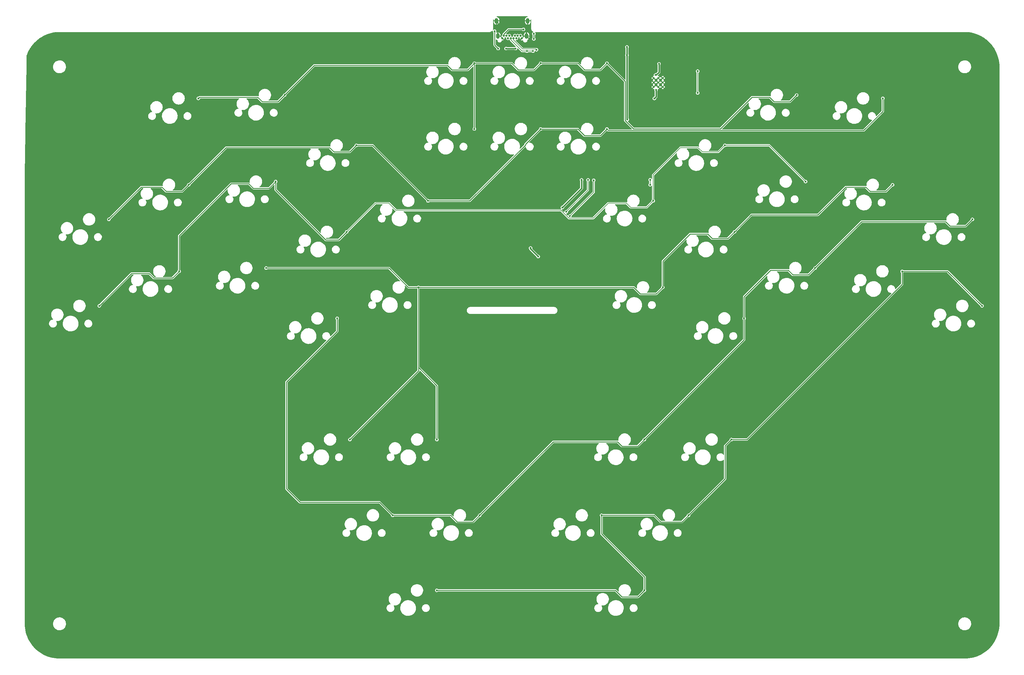
<source format=gbr>
G04 #@! TF.GenerationSoftware,KiCad,Pcbnew,(7.0.0)*
G04 #@! TF.CreationDate,2023-10-12T13:51:26-04:00*
G04 #@! TF.ProjectId,ZBox3-0,5a426f78-332d-4302-9e6b-696361645f70,rev?*
G04 #@! TF.SameCoordinates,Original*
G04 #@! TF.FileFunction,Copper,L1,Top*
G04 #@! TF.FilePolarity,Positive*
%FSLAX46Y46*%
G04 Gerber Fmt 4.6, Leading zero omitted, Abs format (unit mm)*
G04 Created by KiCad (PCBNEW (7.0.0)) date 2023-10-12 13:51:26*
%MOMM*%
%LPD*%
G01*
G04 APERTURE LIST*
G04 #@! TA.AperFunction,ComponentPad*
%ADD10C,0.600000*%
G04 #@! TD*
G04 #@! TA.AperFunction,ComponentPad*
%ADD11C,0.650000*%
G04 #@! TD*
G04 #@! TA.AperFunction,ComponentPad*
%ADD12O,1.000000X1.600000*%
G04 #@! TD*
G04 #@! TA.AperFunction,ViaPad*
%ADD13C,0.600000*%
G04 #@! TD*
G04 #@! TA.AperFunction,Conductor*
%ADD14C,0.250000*%
G04 #@! TD*
G04 #@! TA.AperFunction,Conductor*
%ADD15C,0.200000*%
G04 #@! TD*
G04 #@! TA.AperFunction,Conductor*
%ADD16C,0.400000*%
G04 #@! TD*
G04 APERTURE END LIST*
D10*
X233275000Y-65775000D03*
X233275000Y-64500000D03*
X233275000Y-63225000D03*
X232000000Y-65775000D03*
X232000000Y-64500000D03*
X232000000Y-63225000D03*
X230725000Y-65775000D03*
X230725000Y-64500000D03*
X230725000Y-63225000D03*
D11*
X192800000Y-51790000D03*
X192400000Y-51090000D03*
X191600000Y-51090000D03*
X191200000Y-51790000D03*
X190800000Y-51090000D03*
X190400000Y-51790000D03*
X189600000Y-51790000D03*
X189200000Y-51090000D03*
X188800000Y-51790000D03*
X188400000Y-51090000D03*
X187600000Y-51090000D03*
X187200000Y-51790000D03*
D12*
X185509999Y-46799999D03*
X185869999Y-51189999D03*
X194129999Y-51189999D03*
X194489999Y-46799999D03*
D13*
X229650000Y-93900000D03*
X229650000Y-92450000D03*
X74168000Y-103834000D03*
X296500000Y-69065000D03*
X217249000Y-77868000D03*
X165861000Y-98506000D03*
X97114000Y-93911000D03*
X145265000Y-82565000D03*
X198207000Y-77868000D03*
X274282000Y-92967000D03*
X94349000Y-118758000D03*
X251114000Y-82565000D03*
X71403000Y-128681000D03*
X122097000Y-92967000D03*
X230518000Y-98506000D03*
X142501000Y-107412000D03*
X168395000Y-167067000D03*
X253878000Y-107412000D03*
X163096000Y-123353000D03*
X299264000Y-93911000D03*
X233283000Y-123353000D03*
X143395000Y-167067000D03*
X119332000Y-117813000D03*
X322210000Y-103834000D03*
X155690000Y-188835000D03*
X227984000Y-167067000D03*
X277047000Y-117813000D03*
X139736000Y-132259000D03*
X180690000Y-188835000D03*
X256643000Y-132259000D03*
X124657000Y-68120000D03*
X179166000Y-77868000D03*
X179166000Y-58974000D03*
X217249000Y-58974000D03*
X271721000Y-68120000D03*
X198207000Y-58974000D03*
X99878000Y-69065000D03*
X302029000Y-118758000D03*
X240689000Y-188835000D03*
X324975000Y-128681000D03*
X228027000Y-210391000D03*
X252984000Y-167067000D03*
X168351000Y-210391000D03*
X215689000Y-188835000D03*
X232199999Y-59150001D03*
X231350100Y-66607729D03*
X230850000Y-69100000D03*
X231200000Y-62345055D03*
X232350000Y-77200000D03*
X171850000Y-99950000D03*
X183500000Y-51000000D03*
X233250000Y-55650000D03*
X228900000Y-73500000D03*
X182900000Y-112500000D03*
X212750000Y-53000000D03*
X238800000Y-65500000D03*
X233200000Y-69600000D03*
X171850000Y-97250000D03*
X229000000Y-56550000D03*
X170000000Y-124600000D03*
X242875000Y-73000000D03*
X225250000Y-65500000D03*
X232200000Y-56300000D03*
X170000000Y-122100000D03*
X241800000Y-57300000D03*
X197000000Y-54250000D03*
X181750000Y-52750000D03*
X189500000Y-125500000D03*
X171850000Y-102550000D03*
X236200000Y-70350000D03*
X234500000Y-51900000D03*
X225150000Y-61550000D03*
X230950000Y-71850000D03*
X236250000Y-76550000D03*
X225150000Y-60500000D03*
X157700000Y-58400000D03*
X229650000Y-76350000D03*
X246125000Y-73000000D03*
X229450000Y-70900000D03*
X227950000Y-57450000D03*
X236900000Y-72400000D03*
X238750000Y-61100000D03*
X157650000Y-60750000D03*
X223000000Y-54300000D03*
X204450000Y-100400000D03*
X195300000Y-112050000D03*
X223000000Y-56650000D03*
X209950000Y-92500000D03*
X223100000Y-75150000D03*
X197500000Y-114500000D03*
X191000000Y-54750000D03*
X188250000Y-54750000D03*
X186000000Y-54750000D03*
X184955048Y-49755048D03*
X211800000Y-92500000D03*
X205550000Y-101650000D03*
X206550000Y-102900000D03*
X213450000Y-92600000D03*
X197000000Y-55100500D03*
X196000000Y-55500000D03*
X194250000Y-55500000D03*
X196250000Y-50500000D03*
X193250000Y-49250000D03*
X196250000Y-52000000D03*
X243300000Y-67500000D03*
X243300000Y-61250000D03*
D14*
X185000000Y-49800000D02*
X185000000Y-53750000D01*
X185000000Y-53750000D02*
X186000000Y-54750000D01*
X184955048Y-49755048D02*
X185000000Y-49800000D01*
D15*
X229650000Y-93900000D02*
X229650000Y-92450000D01*
D14*
X143365000Y-84465000D02*
X145265000Y-82565000D01*
X145265000Y-82565000D02*
X149920000Y-82565000D01*
X107820000Y-83205000D02*
X137550994Y-83205000D01*
X89399994Y-94551000D02*
X90659994Y-95811000D01*
X138810994Y-84465000D02*
X143365000Y-84465000D01*
X215349000Y-79768000D02*
X217249000Y-77868000D01*
X83451000Y-94551000D02*
X89399994Y-94551000D01*
X177800757Y-98506000D02*
X193830000Y-82476757D01*
X291010767Y-78275000D02*
X296500000Y-72785767D01*
X149920000Y-82565000D02*
X165861000Y-98506000D01*
X95214000Y-95811000D02*
X97114000Y-93911000D01*
X137550994Y-83205000D02*
X138810994Y-84465000D01*
X208894994Y-77868000D02*
X210794994Y-79768000D01*
X74168000Y-103834000D02*
X83451000Y-94551000D01*
X90659994Y-95811000D02*
X95214000Y-95811000D01*
X296500000Y-72785767D02*
X296500000Y-69065000D01*
X210794994Y-79768000D02*
X215349000Y-79768000D01*
X193830000Y-82245000D02*
X198207000Y-77868000D01*
X217656000Y-78275000D02*
X291010767Y-78275000D01*
X217249000Y-77868000D02*
X217656000Y-78275000D01*
X193830000Y-82476757D02*
X193830000Y-82245000D01*
X165861000Y-98506000D02*
X177800757Y-98506000D01*
X97114000Y-93911000D02*
X107820000Y-83205000D01*
X198207000Y-77868000D02*
X208894994Y-77868000D01*
D15*
X263880000Y-82565000D02*
X274282000Y-92967000D01*
D14*
X109292994Y-93607000D02*
X114382994Y-93607000D01*
D15*
X142501000Y-107412000D02*
X150742000Y-99171000D01*
X154620650Y-99171000D02*
X156649650Y-101200000D01*
X249239000Y-84440000D02*
X251114000Y-82565000D01*
D14*
X114382994Y-93607000D02*
X115675994Y-94900000D01*
D15*
X222864350Y-99171000D02*
X224093350Y-100400000D01*
X224093350Y-100400000D02*
X228624000Y-100400000D01*
X244640000Y-84440000D02*
X249239000Y-84440000D01*
D14*
X122097000Y-95362006D02*
X136484994Y-109750000D01*
X115675994Y-94900000D02*
X120164000Y-94900000D01*
X136484994Y-109750000D02*
X140163000Y-109750000D01*
D15*
X150742000Y-99171000D02*
X154620650Y-99171000D01*
X206301471Y-103500000D02*
X213300000Y-103500000D01*
X156649650Y-101200000D02*
X204001471Y-101200000D01*
X230518000Y-98506000D02*
X230518000Y-91032350D01*
D14*
X94349000Y-118758000D02*
X94349000Y-108550994D01*
D15*
X251114000Y-82565000D02*
X263880000Y-82565000D01*
D14*
X71403000Y-128681000D02*
X80686000Y-119398000D01*
D15*
X228624000Y-100400000D02*
X230518000Y-98506000D01*
X243430000Y-83230000D02*
X244640000Y-84440000D01*
D14*
X80686000Y-119398000D02*
X85766000Y-119398000D01*
D15*
X230518000Y-91032350D02*
X238320350Y-83230000D01*
D14*
X140163000Y-109750000D02*
X142501000Y-107412000D01*
D15*
X204001471Y-101200000D02*
X206301471Y-103500000D01*
X217629000Y-99171000D02*
X222864350Y-99171000D01*
D14*
X92407000Y-120700000D02*
X94349000Y-118758000D01*
X85766000Y-119398000D02*
X87068000Y-120700000D01*
D15*
X213300000Y-103500000D02*
X217629000Y-99171000D01*
D14*
X94349000Y-108550994D02*
X109292994Y-93607000D01*
X120164000Y-94900000D02*
X122097000Y-92967000D01*
X87068000Y-120700000D02*
X92407000Y-120700000D01*
D15*
X238320350Y-83230000D02*
X243430000Y-83230000D01*
D14*
X122097000Y-92967000D02*
X122097000Y-95362006D01*
X258740000Y-102550000D02*
X277800000Y-102550000D01*
X241073994Y-108052000D02*
X246153994Y-108052000D01*
X224928994Y-123353000D02*
X226828994Y-125253000D01*
X246153994Y-108052000D02*
X247451994Y-109350000D01*
X253878000Y-107412000D02*
X258740000Y-102550000D01*
X163096000Y-147366000D02*
X143395000Y-167067000D01*
X231383000Y-125253000D02*
X233283000Y-123353000D01*
X233283000Y-123353000D02*
X233283000Y-115842994D01*
X291549994Y-94551000D02*
X292809994Y-95811000D01*
X233283000Y-115842994D02*
X241073994Y-108052000D01*
X163096000Y-146350000D02*
X168395000Y-151649000D01*
X285799000Y-94551000D02*
X291549994Y-94551000D01*
X226828994Y-125253000D02*
X231383000Y-125253000D01*
X160203000Y-123353000D02*
X163096000Y-123353000D01*
X154663000Y-117813000D02*
X160203000Y-123353000D01*
X119332000Y-117813000D02*
X154663000Y-117813000D01*
X168395000Y-151649000D02*
X168395000Y-167067000D01*
X251940000Y-109350000D02*
X253878000Y-107412000D01*
X163096000Y-146350000D02*
X163096000Y-147366000D01*
X297364000Y-95811000D02*
X299264000Y-93911000D01*
X247451994Y-109350000D02*
X251940000Y-109350000D01*
X292809994Y-95811000D02*
X297364000Y-95811000D01*
X163096000Y-123353000D02*
X163096000Y-146350000D01*
X277800000Y-102550000D02*
X285799000Y-94551000D01*
X163096000Y-123353000D02*
X224928994Y-123353000D01*
X256643000Y-126052994D02*
X264242994Y-118453000D01*
X290386000Y-104474000D02*
X314495994Y-104474000D01*
X125200000Y-150515767D02*
X125200000Y-181200000D01*
X139736000Y-135979767D02*
X125200000Y-150515767D01*
X256643000Y-138408000D02*
X256643000Y-132259000D01*
X178790000Y-190735000D02*
X180690000Y-188835000D01*
X275110000Y-119750000D02*
X277047000Y-117813000D01*
X277047000Y-117813000D02*
X290386000Y-104474000D01*
X314495994Y-104474000D02*
X315771994Y-105750000D01*
X201818000Y-167707000D02*
X220257000Y-167707000D01*
X129100000Y-185100000D02*
X151955000Y-185100000D01*
X221517000Y-168967000D02*
X226084000Y-168967000D01*
X315771994Y-105750000D02*
X320294000Y-105750000D01*
X155690000Y-188835000D02*
X172335994Y-188835000D01*
X125200000Y-181200000D02*
X129100000Y-185100000D01*
X220257000Y-167707000D02*
X221517000Y-168967000D01*
X172335994Y-188835000D02*
X174235994Y-190735000D01*
X180690000Y-188835000D02*
X201818000Y-167707000D01*
X256643000Y-132259000D02*
X256643000Y-126052994D01*
X226084000Y-168967000D02*
X227984000Y-167067000D01*
X139736000Y-132259000D02*
X139736000Y-135979767D01*
X270619994Y-119750000D02*
X275110000Y-119750000D01*
X227984000Y-167067000D02*
X256643000Y-138408000D01*
X151955000Y-185100000D02*
X155690000Y-188835000D01*
X264242994Y-118453000D02*
X269322994Y-118453000D01*
X320294000Y-105750000D02*
X322210000Y-103834000D01*
X269322994Y-118453000D02*
X270619994Y-119750000D01*
X174235994Y-190735000D02*
X178790000Y-190735000D01*
X179166000Y-58974000D02*
X189852994Y-58974000D01*
X210794994Y-60874000D02*
X215349000Y-60874000D01*
X196307000Y-60874000D02*
X198207000Y-58974000D01*
X171451994Y-59614000D02*
X172737994Y-60900000D01*
X217249000Y-58974000D02*
X222475000Y-64200000D01*
X265266994Y-70020000D02*
X269821000Y-70020000D01*
X249825000Y-77825000D02*
X258890000Y-68760000D01*
X189852994Y-58974000D02*
X191752994Y-60874000D01*
X258890000Y-68760000D02*
X264006994Y-68760000D01*
X177240000Y-60900000D02*
X179166000Y-58974000D01*
X133163000Y-59614000D02*
X171451994Y-59614000D01*
X215349000Y-60874000D02*
X217249000Y-58974000D01*
X198207000Y-58974000D02*
X208894994Y-58974000D01*
X179166000Y-58974000D02*
X179166000Y-77868000D01*
X264006994Y-68760000D02*
X265266994Y-70020000D01*
X222475000Y-64200000D02*
X222475000Y-75408884D01*
X172737994Y-60900000D02*
X177240000Y-60900000D01*
X99878000Y-69065000D02*
X100183000Y-68760000D01*
X222475000Y-75408884D02*
X224891116Y-77825000D01*
X208894994Y-58974000D02*
X210794994Y-60874000D01*
X116942994Y-68760000D02*
X118232994Y-70050000D01*
X122727000Y-70050000D02*
X124657000Y-68120000D01*
X191752994Y-60874000D02*
X196307000Y-60874000D01*
X100183000Y-68760000D02*
X116942994Y-68760000D01*
X224891116Y-77825000D02*
X249825000Y-77825000D01*
X124657000Y-68120000D02*
X133163000Y-59614000D01*
X269821000Y-70020000D02*
X271721000Y-68120000D01*
X118232994Y-70050000D02*
X122727000Y-70050000D01*
X232660757Y-190735000D02*
X238789000Y-190735000D01*
X228100000Y-206600000D02*
X228100000Y-210318000D01*
X215689000Y-194189000D02*
X228100000Y-206600000D01*
X252984000Y-167067000D02*
X257440767Y-167067000D01*
X302029000Y-122478767D02*
X302029000Y-118758000D01*
X302029000Y-118758000D02*
X315052000Y-118758000D01*
X168351000Y-210391000D02*
X219672994Y-210391000D01*
X228100000Y-210318000D02*
X228027000Y-210391000D01*
X215689000Y-188835000D02*
X230760757Y-188835000D01*
X219672994Y-210391000D02*
X221572994Y-212291000D01*
X251200000Y-168851000D02*
X252984000Y-167067000D01*
X221572994Y-212291000D02*
X226127000Y-212291000D01*
X215689000Y-188835000D02*
X215689000Y-194189000D01*
X240689000Y-188835000D02*
X251200000Y-178324000D01*
X238789000Y-190735000D02*
X240689000Y-188835000D01*
X315052000Y-118758000D02*
X324975000Y-128681000D01*
X226127000Y-212291000D02*
X228027000Y-210391000D01*
X257440767Y-167067000D02*
X302029000Y-122478767D01*
X251200000Y-178324000D02*
X251200000Y-168851000D01*
X230760757Y-188835000D02*
X232660757Y-190735000D01*
D16*
X232199999Y-59150001D02*
X232199999Y-61550001D01*
X232199999Y-61550001D02*
X231404945Y-62345055D01*
X231350100Y-66607729D02*
X231350100Y-68599900D01*
X231350100Y-68599900D02*
X230850000Y-69100000D01*
X231404945Y-62345055D02*
X231200000Y-62345055D01*
D14*
X192800000Y-51790000D02*
X193400000Y-51190000D01*
X194130000Y-51190000D02*
X194130000Y-49620000D01*
X194130000Y-49620000D02*
X194500000Y-49250000D01*
X186600000Y-51190000D02*
X187200000Y-51790000D01*
X185870000Y-51190000D02*
X185870000Y-47160000D01*
X196474695Y-54250000D02*
X197000000Y-54250000D01*
X194490000Y-49240000D02*
X194490000Y-46800000D01*
X194130000Y-51190000D02*
X194880000Y-51940000D01*
X185870000Y-47160000D02*
X185510000Y-46800000D01*
X194880000Y-52655305D02*
X196474695Y-54250000D01*
X194500000Y-49250000D02*
X194490000Y-49240000D01*
X185870000Y-51190000D02*
X186600000Y-51190000D01*
X193400000Y-51190000D02*
X194130000Y-51190000D01*
X194880000Y-51940000D02*
X194880000Y-52655305D01*
D16*
X209950000Y-92500000D02*
X209950000Y-94900000D01*
X223000000Y-54300000D02*
X223000000Y-56650000D01*
X209950000Y-94900000D02*
X204450000Y-100400000D01*
X195300000Y-112300000D02*
X197500000Y-114500000D01*
X223000000Y-75050000D02*
X223100000Y-75150000D01*
X223000000Y-56650000D02*
X223000000Y-75050000D01*
X195300000Y-112050000D02*
X195300000Y-112300000D01*
X191000000Y-54750000D02*
X188250000Y-54750000D01*
D15*
X211800000Y-92500000D02*
X211800000Y-95400000D01*
X211800000Y-95400000D02*
X205550000Y-101650000D01*
X213450000Y-92600000D02*
X213450000Y-96000000D01*
X213450000Y-96000000D02*
X206550000Y-102900000D01*
X197000000Y-55100500D02*
X196799500Y-54900000D01*
X190400000Y-52249619D02*
X190400000Y-51790000D01*
X196799500Y-54900000D02*
X193050381Y-54900000D01*
X193050381Y-54900000D02*
X190400000Y-52249619D01*
X189600000Y-51790000D02*
X189600000Y-52249619D01*
X194250000Y-55500000D02*
X196000000Y-55500000D01*
X189600000Y-52249619D02*
X192850381Y-55500000D01*
X192850381Y-55500000D02*
X194250000Y-55500000D01*
D14*
X188980381Y-49250000D02*
X193250000Y-49250000D01*
X187600000Y-51090000D02*
X187600000Y-50630381D01*
X187600000Y-50630381D02*
X188980381Y-49250000D01*
X196250000Y-52000000D02*
X196250000Y-50500000D01*
D15*
X243300000Y-67500000D02*
X243300000Y-61250000D01*
G04 #@! TA.AperFunction,Conductor*
G36*
X194420460Y-45528122D02*
G01*
X194456768Y-45574714D01*
X194460080Y-45633690D01*
X194429217Y-45684054D01*
X194375166Y-45707877D01*
X194316386Y-45714499D01*
X194305608Y-45716959D01*
X194145945Y-45772827D01*
X194135988Y-45777622D01*
X193992760Y-45867618D01*
X193984121Y-45874507D01*
X193864507Y-45994121D01*
X193857618Y-46002760D01*
X193767622Y-46145988D01*
X193762827Y-46155945D01*
X193706959Y-46315608D01*
X193704499Y-46326386D01*
X193690311Y-46452308D01*
X193690000Y-46457853D01*
X193690000Y-46636967D01*
X193692754Y-46647245D01*
X193703033Y-46650000D01*
X195276967Y-46650000D01*
X195287245Y-46647245D01*
X195290000Y-46636967D01*
X195290000Y-46487175D01*
X195307904Y-46430391D01*
X195355140Y-46394145D01*
X195414623Y-46391548D01*
X195464838Y-46423539D01*
X195487623Y-46478547D01*
X195489123Y-46495692D01*
X195489500Y-46504320D01*
X195489500Y-48996588D01*
X195489500Y-49000000D01*
X195489500Y-49088407D01*
X195490248Y-49092649D01*
X195490249Y-49092660D01*
X195519451Y-49258276D01*
X195519453Y-49258285D01*
X195520203Y-49262536D01*
X195521682Y-49266599D01*
X195521683Y-49266603D01*
X195547826Y-49338429D01*
X195580678Y-49428687D01*
X195582836Y-49432425D01*
X195582838Y-49432429D01*
X195638436Y-49528728D01*
X195669085Y-49581813D01*
X195782739Y-49717261D01*
X195918187Y-49830915D01*
X195921924Y-49833072D01*
X195921929Y-49833076D01*
X196013083Y-49885703D01*
X196048725Y-49920923D01*
X196062556Y-49969083D01*
X196051033Y-50017848D01*
X196017108Y-50054724D01*
X195924826Y-50114030D01*
X195924823Y-50114032D01*
X195918872Y-50117857D01*
X195914236Y-50123206D01*
X195914235Y-50123208D01*
X195829263Y-50221271D01*
X195829260Y-50221275D01*
X195824623Y-50226627D01*
X195821680Y-50233070D01*
X195821678Y-50233074D01*
X195767778Y-50351097D01*
X195767776Y-50351102D01*
X195764835Y-50357543D01*
X195763827Y-50364551D01*
X195763826Y-50364556D01*
X195750776Y-50455326D01*
X195744353Y-50500000D01*
X195745361Y-50507011D01*
X195763826Y-50635443D01*
X195763827Y-50635446D01*
X195764835Y-50642457D01*
X195767777Y-50648899D01*
X195767778Y-50648902D01*
X195800411Y-50720357D01*
X195824623Y-50773373D01*
X195900321Y-50860734D01*
X195918258Y-50890966D01*
X195924500Y-50925563D01*
X195924500Y-51574437D01*
X195918258Y-51609034D01*
X195900321Y-51639265D01*
X195824623Y-51726627D01*
X195821680Y-51733070D01*
X195821678Y-51733074D01*
X195767778Y-51851097D01*
X195767776Y-51851102D01*
X195764835Y-51857543D01*
X195763827Y-51864551D01*
X195763826Y-51864556D01*
X195753738Y-51934724D01*
X195744353Y-52000000D01*
X195745361Y-52007011D01*
X195763826Y-52135443D01*
X195763827Y-52135446D01*
X195764835Y-52142457D01*
X195767777Y-52148899D01*
X195767778Y-52148902D01*
X195813503Y-52249024D01*
X195824623Y-52273373D01*
X195918872Y-52382143D01*
X195924826Y-52385969D01*
X195924828Y-52385971D01*
X195991578Y-52428868D01*
X196039947Y-52459953D01*
X196178039Y-52500500D01*
X196314883Y-52500500D01*
X196321961Y-52500500D01*
X196460053Y-52459953D01*
X196581128Y-52382143D01*
X196675377Y-52273373D01*
X196735165Y-52142457D01*
X196755647Y-52000000D01*
X196735165Y-51857543D01*
X196675377Y-51726627D01*
X196599678Y-51639265D01*
X196581742Y-51609034D01*
X196575500Y-51574437D01*
X196575500Y-50925563D01*
X196581742Y-50890966D01*
X196599678Y-50860734D01*
X196675377Y-50773373D01*
X196735165Y-50642457D01*
X196755647Y-50500000D01*
X196735165Y-50357543D01*
X196675377Y-50226627D01*
X196630061Y-50174329D01*
X196606890Y-50123589D01*
X196614829Y-50068374D01*
X196651359Y-50026216D01*
X196704882Y-50010500D01*
X319996588Y-50010500D01*
X319998499Y-50010500D01*
X320001489Y-50010545D01*
X320600180Y-50028635D01*
X320606106Y-50028993D01*
X321201139Y-50083065D01*
X321207048Y-50083783D01*
X321797705Y-50173679D01*
X321803580Y-50174756D01*
X322387714Y-50300148D01*
X322393520Y-50301578D01*
X322969042Y-50462017D01*
X322974718Y-50463786D01*
X323498684Y-50644595D01*
X323539501Y-50658680D01*
X323545089Y-50660799D01*
X323688874Y-50720357D01*
X324097052Y-50889430D01*
X324102505Y-50891884D01*
X324618279Y-51143016D01*
X324639662Y-51153427D01*
X324644951Y-51156202D01*
X325165340Y-51449703D01*
X325170454Y-51452795D01*
X325672180Y-51777185D01*
X325677074Y-51780562D01*
X326041917Y-52049019D01*
X326158306Y-52134660D01*
X326163013Y-52138348D01*
X326621971Y-52520841D01*
X326626447Y-52524807D01*
X327061464Y-52934306D01*
X327065693Y-52938535D01*
X327475192Y-53373552D01*
X327479158Y-53378028D01*
X327861651Y-53836986D01*
X327865339Y-53841693D01*
X328006160Y-54033074D01*
X328207727Y-54307011D01*
X328219427Y-54322911D01*
X328222819Y-54327826D01*
X328246226Y-54364028D01*
X328547202Y-54829541D01*
X328550296Y-54834659D01*
X328843793Y-55355042D01*
X328846572Y-55360337D01*
X329108115Y-55897494D01*
X329110569Y-55902947D01*
X329339198Y-56454906D01*
X329341319Y-56460498D01*
X329536208Y-57025265D01*
X329537987Y-57030974D01*
X329698420Y-57606478D01*
X329699851Y-57612285D01*
X329825242Y-58196415D01*
X329826320Y-58202297D01*
X329916214Y-58792939D01*
X329916935Y-58798875D01*
X329971004Y-59393869D01*
X329971365Y-59399839D01*
X329989455Y-59998511D01*
X329989500Y-60001501D01*
X329989500Y-219998499D01*
X329989455Y-220001489D01*
X329971365Y-220600160D01*
X329971004Y-220606130D01*
X329916935Y-221201124D01*
X329916214Y-221207060D01*
X329826320Y-221797702D01*
X329825242Y-221803584D01*
X329699851Y-222387714D01*
X329698420Y-222393521D01*
X329537987Y-222969025D01*
X329536208Y-222974734D01*
X329341319Y-223539501D01*
X329339198Y-223545093D01*
X329110569Y-224097052D01*
X329108115Y-224102505D01*
X328846572Y-224639662D01*
X328843793Y-224644957D01*
X328550296Y-225165340D01*
X328547202Y-225170458D01*
X328222824Y-225672166D01*
X328219427Y-225677088D01*
X327865339Y-226158306D01*
X327861651Y-226163013D01*
X327479158Y-226621971D01*
X327475192Y-226626447D01*
X327065693Y-227061464D01*
X327061464Y-227065693D01*
X326626447Y-227475192D01*
X326621971Y-227479158D01*
X326163013Y-227861651D01*
X326158306Y-227865339D01*
X325677088Y-228219427D01*
X325672166Y-228222824D01*
X325170458Y-228547202D01*
X325165340Y-228550296D01*
X324644957Y-228843793D01*
X324639662Y-228846572D01*
X324102505Y-229108115D01*
X324097052Y-229110569D01*
X323545093Y-229339198D01*
X323539501Y-229341319D01*
X322974734Y-229536208D01*
X322969025Y-229537987D01*
X322393521Y-229698420D01*
X322387714Y-229699851D01*
X321803584Y-229825242D01*
X321797702Y-229826320D01*
X321207060Y-229916214D01*
X321201124Y-229916935D01*
X320606130Y-229971004D01*
X320600160Y-229971365D01*
X320001489Y-229989455D01*
X319998499Y-229989500D01*
X60001501Y-229989500D01*
X59998511Y-229989455D01*
X59399839Y-229971365D01*
X59393869Y-229971004D01*
X58798875Y-229916935D01*
X58792939Y-229916214D01*
X58202297Y-229826320D01*
X58196415Y-229825242D01*
X57612285Y-229699851D01*
X57606478Y-229698420D01*
X57030974Y-229537987D01*
X57025265Y-229536208D01*
X56460498Y-229341319D01*
X56454906Y-229339198D01*
X55902947Y-229110569D01*
X55897494Y-229108115D01*
X55360337Y-228846572D01*
X55355042Y-228843793D01*
X54834659Y-228550296D01*
X54829541Y-228547202D01*
X54327833Y-228222824D01*
X54322919Y-228219432D01*
X54082302Y-228042383D01*
X53841693Y-227865339D01*
X53836986Y-227861651D01*
X53378028Y-227479158D01*
X53373552Y-227475192D01*
X52938535Y-227065693D01*
X52934306Y-227061464D01*
X52524807Y-226626447D01*
X52520841Y-226621971D01*
X52138348Y-226163013D01*
X52134660Y-226158306D01*
X51970755Y-225935553D01*
X51780562Y-225677074D01*
X51777185Y-225672180D01*
X51452795Y-225170454D01*
X51449703Y-225165340D01*
X51156206Y-224644957D01*
X51153427Y-224639662D01*
X50891884Y-224102505D01*
X50889430Y-224097052D01*
X50660801Y-223545093D01*
X50658680Y-223539501D01*
X50564626Y-223266943D01*
X50463786Y-222974718D01*
X50462017Y-222969042D01*
X50301578Y-222393520D01*
X50300148Y-222387714D01*
X50174757Y-221803584D01*
X50173679Y-221797702D01*
X50170495Y-221776780D01*
X50083783Y-221207048D01*
X50083064Y-221201124D01*
X50028993Y-220606106D01*
X50028635Y-220600180D01*
X50012548Y-220067765D01*
X58145788Y-220067765D01*
X58146182Y-220071350D01*
X58146183Y-220071363D01*
X58175018Y-220333426D01*
X58175019Y-220333436D01*
X58175414Y-220337018D01*
X58176325Y-220340503D01*
X58176327Y-220340513D01*
X58209998Y-220469305D01*
X58243928Y-220599088D01*
X58349870Y-220848390D01*
X58351750Y-220851471D01*
X58351754Y-220851478D01*
X58489100Y-221076527D01*
X58490982Y-221079610D01*
X58493289Y-221082383D01*
X58493294Y-221082389D01*
X58577804Y-221183938D01*
X58664255Y-221287820D01*
X58865998Y-221468582D01*
X59091910Y-221618044D01*
X59337176Y-221733020D01*
X59596569Y-221811060D01*
X59864561Y-221850500D01*
X60065824Y-221850500D01*
X60067631Y-221850500D01*
X60270156Y-221835677D01*
X60534553Y-221776780D01*
X60787558Y-221680014D01*
X61023777Y-221547441D01*
X61238177Y-221381888D01*
X61426186Y-221186881D01*
X61583799Y-220966579D01*
X61707656Y-220725675D01*
X61795118Y-220469305D01*
X61844319Y-220202933D01*
X61849259Y-220067765D01*
X318145788Y-220067765D01*
X318146182Y-220071350D01*
X318146183Y-220071363D01*
X318175018Y-220333426D01*
X318175019Y-220333436D01*
X318175414Y-220337018D01*
X318176325Y-220340503D01*
X318176327Y-220340513D01*
X318209998Y-220469305D01*
X318243928Y-220599088D01*
X318349870Y-220848390D01*
X318351750Y-220851471D01*
X318351754Y-220851478D01*
X318489100Y-221076527D01*
X318490982Y-221079610D01*
X318493289Y-221082383D01*
X318493294Y-221082389D01*
X318577804Y-221183938D01*
X318664255Y-221287820D01*
X318865998Y-221468582D01*
X319091910Y-221618044D01*
X319337176Y-221733020D01*
X319596569Y-221811060D01*
X319864561Y-221850500D01*
X320065824Y-221850500D01*
X320067631Y-221850500D01*
X320270156Y-221835677D01*
X320534553Y-221776780D01*
X320787558Y-221680014D01*
X321023777Y-221547441D01*
X321238177Y-221381888D01*
X321426186Y-221186881D01*
X321583799Y-220966579D01*
X321707656Y-220725675D01*
X321795118Y-220469305D01*
X321844319Y-220202933D01*
X321854212Y-219932235D01*
X321824586Y-219662982D01*
X321756072Y-219400912D01*
X321650130Y-219151610D01*
X321509018Y-218920390D01*
X321506708Y-218917614D01*
X321506705Y-218917610D01*
X321338064Y-218714967D01*
X321335745Y-218712180D01*
X321228288Y-218615898D01*
X321136699Y-218533834D01*
X321136694Y-218533830D01*
X321134002Y-218531418D01*
X321014807Y-218452559D01*
X320911109Y-218383953D01*
X320911105Y-218383951D01*
X320908090Y-218381956D01*
X320904812Y-218380419D01*
X320904808Y-218380417D01*
X320666098Y-218268515D01*
X320666100Y-218268515D01*
X320662824Y-218266980D01*
X320609250Y-218250862D01*
X320406900Y-218189983D01*
X320406891Y-218189981D01*
X320403431Y-218188940D01*
X320399857Y-218188414D01*
X320399848Y-218188412D01*
X320139020Y-218150027D01*
X320139019Y-218150026D01*
X320135439Y-218149500D01*
X319932369Y-218149500D01*
X319930590Y-218149630D01*
X319930568Y-218149631D01*
X319733443Y-218164059D01*
X319733435Y-218164060D01*
X319729844Y-218164323D01*
X319726327Y-218165106D01*
X319726323Y-218165107D01*
X319468969Y-218222435D01*
X319468963Y-218222436D01*
X319465447Y-218223220D01*
X319462086Y-218224505D01*
X319462074Y-218224509D01*
X319215816Y-218318695D01*
X319215809Y-218318698D01*
X319212442Y-218319986D01*
X319209300Y-218321749D01*
X319209288Y-218321755D01*
X318979378Y-218450787D01*
X318979364Y-218450795D01*
X318976223Y-218452559D01*
X318973360Y-218454769D01*
X318973358Y-218454771D01*
X318764689Y-218615898D01*
X318764681Y-218615904D01*
X318761823Y-218618112D01*
X318759314Y-218620713D01*
X318759311Y-218620717D01*
X318576325Y-218810514D01*
X318576321Y-218810517D01*
X318573814Y-218813119D01*
X318571716Y-218816050D01*
X318571708Y-218816061D01*
X318418301Y-219030484D01*
X318418293Y-219030495D01*
X318416201Y-219033421D01*
X318414556Y-219036620D01*
X318414549Y-219036632D01*
X318293997Y-219271108D01*
X318293992Y-219271118D01*
X318292344Y-219274325D01*
X318291178Y-219277741D01*
X318291174Y-219277752D01*
X318206051Y-219527267D01*
X318204882Y-219530695D01*
X318204226Y-219534245D01*
X318204224Y-219534254D01*
X318156338Y-219793505D01*
X318156336Y-219793517D01*
X318155681Y-219797067D01*
X318155549Y-219800672D01*
X318155548Y-219800684D01*
X318148210Y-220001489D01*
X318145788Y-220067765D01*
X61849259Y-220067765D01*
X61854212Y-219932235D01*
X61824586Y-219662982D01*
X61756072Y-219400912D01*
X61650130Y-219151610D01*
X61509018Y-218920390D01*
X61506708Y-218917614D01*
X61506705Y-218917610D01*
X61338064Y-218714967D01*
X61335745Y-218712180D01*
X61228288Y-218615898D01*
X61136699Y-218533834D01*
X61136694Y-218533830D01*
X61134002Y-218531418D01*
X61014807Y-218452559D01*
X60911109Y-218383953D01*
X60911105Y-218383951D01*
X60908090Y-218381956D01*
X60904812Y-218380419D01*
X60904808Y-218380417D01*
X60666098Y-218268515D01*
X60666100Y-218268515D01*
X60662824Y-218266980D01*
X60609250Y-218250862D01*
X60406900Y-218189983D01*
X60406891Y-218189981D01*
X60403431Y-218188940D01*
X60399857Y-218188414D01*
X60399848Y-218188412D01*
X60139020Y-218150027D01*
X60139019Y-218150026D01*
X60135439Y-218149500D01*
X59932369Y-218149500D01*
X59930590Y-218149630D01*
X59930568Y-218149631D01*
X59733443Y-218164059D01*
X59733435Y-218164060D01*
X59729844Y-218164323D01*
X59726327Y-218165106D01*
X59726323Y-218165107D01*
X59468969Y-218222435D01*
X59468963Y-218222436D01*
X59465447Y-218223220D01*
X59462086Y-218224505D01*
X59462074Y-218224509D01*
X59215816Y-218318695D01*
X59215809Y-218318698D01*
X59212442Y-218319986D01*
X59209300Y-218321749D01*
X59209288Y-218321755D01*
X58979378Y-218450787D01*
X58979364Y-218450795D01*
X58976223Y-218452559D01*
X58973360Y-218454769D01*
X58973358Y-218454771D01*
X58764689Y-218615898D01*
X58764681Y-218615904D01*
X58761823Y-218618112D01*
X58759314Y-218620713D01*
X58759311Y-218620717D01*
X58576325Y-218810514D01*
X58576321Y-218810517D01*
X58573814Y-218813119D01*
X58571716Y-218816050D01*
X58571708Y-218816061D01*
X58418301Y-219030484D01*
X58418293Y-219030495D01*
X58416201Y-219033421D01*
X58414556Y-219036620D01*
X58414549Y-219036632D01*
X58293997Y-219271108D01*
X58293992Y-219271118D01*
X58292344Y-219274325D01*
X58291178Y-219277741D01*
X58291174Y-219277752D01*
X58206051Y-219527267D01*
X58204882Y-219530695D01*
X58204226Y-219534245D01*
X58204224Y-219534254D01*
X58156338Y-219793505D01*
X58156336Y-219793517D01*
X58155681Y-219797067D01*
X58155549Y-219800672D01*
X58155548Y-219800684D01*
X58148210Y-220001489D01*
X58145788Y-220067765D01*
X50012548Y-220067765D01*
X50010545Y-220001489D01*
X50010500Y-219998499D01*
X50010500Y-215417203D01*
X153934661Y-215417203D01*
X153934885Y-215421910D01*
X153934885Y-215421915D01*
X153944663Y-215627193D01*
X153944663Y-215627199D01*
X153944888Y-215631904D01*
X153945999Y-215636485D01*
X153946000Y-215636489D01*
X153971599Y-215742012D01*
X153995563Y-215840790D01*
X153997517Y-215845070D01*
X153997519Y-215845074D01*
X154082895Y-216032022D01*
X154082898Y-216032028D01*
X154084854Y-216036310D01*
X154209534Y-216211399D01*
X154365097Y-216359727D01*
X154369066Y-216362278D01*
X154369069Y-216362280D01*
X154435237Y-216404803D01*
X154545920Y-216475935D01*
X154745468Y-216555822D01*
X154956528Y-216596500D01*
X155115264Y-216596500D01*
X155117618Y-216596500D01*
X155277971Y-216581188D01*
X155484209Y-216520631D01*
X155675259Y-216422138D01*
X155844217Y-216289268D01*
X155984976Y-216126824D01*
X156092448Y-215940677D01*
X156162750Y-215737554D01*
X156190237Y-215546369D01*
X157889723Y-215546369D01*
X157890053Y-215549657D01*
X157890054Y-215549663D01*
X157919550Y-215842865D01*
X157919882Y-215846162D01*
X157920649Y-215849381D01*
X157920650Y-215849386D01*
X157988961Y-216136033D01*
X157988964Y-216136043D01*
X157989731Y-216139261D01*
X158098023Y-216420434D01*
X158099613Y-216423335D01*
X158241234Y-216681763D01*
X158241238Y-216681770D01*
X158242825Y-216684665D01*
X158421554Y-216927238D01*
X158631020Y-217143824D01*
X158867485Y-217330558D01*
X159126730Y-217484109D01*
X159404128Y-217601736D01*
X159694729Y-217681340D01*
X159993347Y-217721500D01*
X160217583Y-217721500D01*
X160219244Y-217721500D01*
X160444634Y-217706412D01*
X160739903Y-217646396D01*
X161024537Y-217547560D01*
X161293459Y-217411668D01*
X161541869Y-217241144D01*
X161765333Y-217039032D01*
X161959865Y-216808939D01*
X162121993Y-216554970D01*
X162248823Y-216281658D01*
X162338093Y-215993879D01*
X162388209Y-215696770D01*
X162397556Y-215417203D01*
X164094661Y-215417203D01*
X164094885Y-215421910D01*
X164094885Y-215421915D01*
X164104663Y-215627193D01*
X164104663Y-215627199D01*
X164104888Y-215631904D01*
X164105999Y-215636485D01*
X164106000Y-215636489D01*
X164131599Y-215742012D01*
X164155563Y-215840790D01*
X164157517Y-215845070D01*
X164157519Y-215845074D01*
X164242895Y-216032022D01*
X164242898Y-216032028D01*
X164244854Y-216036310D01*
X164369534Y-216211399D01*
X164525097Y-216359727D01*
X164529066Y-216362278D01*
X164529069Y-216362280D01*
X164595237Y-216404803D01*
X164705920Y-216475935D01*
X164905468Y-216555822D01*
X165116528Y-216596500D01*
X165275264Y-216596500D01*
X165277618Y-216596500D01*
X165437971Y-216581188D01*
X165644209Y-216520631D01*
X165835259Y-216422138D01*
X166004217Y-216289268D01*
X166144976Y-216126824D01*
X166252448Y-215940677D01*
X166322750Y-215737554D01*
X166353339Y-215524797D01*
X166348214Y-215417203D01*
X213610661Y-215417203D01*
X213610885Y-215421910D01*
X213610885Y-215421915D01*
X213620663Y-215627193D01*
X213620663Y-215627199D01*
X213620888Y-215631904D01*
X213621999Y-215636485D01*
X213622000Y-215636489D01*
X213647599Y-215742012D01*
X213671563Y-215840790D01*
X213673517Y-215845070D01*
X213673519Y-215845074D01*
X213758895Y-216032022D01*
X213758898Y-216032028D01*
X213760854Y-216036310D01*
X213885534Y-216211399D01*
X214041097Y-216359727D01*
X214045066Y-216362278D01*
X214045069Y-216362280D01*
X214111237Y-216404803D01*
X214221920Y-216475935D01*
X214421468Y-216555822D01*
X214632528Y-216596500D01*
X214791264Y-216596500D01*
X214793618Y-216596500D01*
X214953971Y-216581188D01*
X215160209Y-216520631D01*
X215351259Y-216422138D01*
X215520217Y-216289268D01*
X215660976Y-216126824D01*
X215768448Y-215940677D01*
X215838750Y-215737554D01*
X215866237Y-215546369D01*
X217565723Y-215546369D01*
X217566053Y-215549657D01*
X217566054Y-215549663D01*
X217595550Y-215842865D01*
X217595882Y-215846162D01*
X217596649Y-215849381D01*
X217596650Y-215849386D01*
X217664961Y-216136033D01*
X217664964Y-216136043D01*
X217665731Y-216139261D01*
X217774023Y-216420434D01*
X217775613Y-216423335D01*
X217917234Y-216681763D01*
X217917238Y-216681770D01*
X217918825Y-216684665D01*
X218097554Y-216927238D01*
X218307020Y-217143824D01*
X218543485Y-217330558D01*
X218802730Y-217484109D01*
X219080128Y-217601736D01*
X219370729Y-217681340D01*
X219669347Y-217721500D01*
X219893583Y-217721500D01*
X219895244Y-217721500D01*
X220120634Y-217706412D01*
X220415903Y-217646396D01*
X220700537Y-217547560D01*
X220969459Y-217411668D01*
X221217869Y-217241144D01*
X221441333Y-217039032D01*
X221635865Y-216808939D01*
X221797993Y-216554970D01*
X221924823Y-216281658D01*
X222014093Y-215993879D01*
X222064209Y-215696770D01*
X222073556Y-215417203D01*
X223770661Y-215417203D01*
X223770885Y-215421910D01*
X223770885Y-215421915D01*
X223780663Y-215627193D01*
X223780663Y-215627199D01*
X223780888Y-215631904D01*
X223781999Y-215636485D01*
X223782000Y-215636489D01*
X223807599Y-215742012D01*
X223831563Y-215840790D01*
X223833517Y-215845070D01*
X223833519Y-215845074D01*
X223918895Y-216032022D01*
X223918898Y-216032028D01*
X223920854Y-216036310D01*
X224045534Y-216211399D01*
X224201097Y-216359727D01*
X224205066Y-216362278D01*
X224205069Y-216362280D01*
X224271237Y-216404803D01*
X224381920Y-216475935D01*
X224581468Y-216555822D01*
X224792528Y-216596500D01*
X224951264Y-216596500D01*
X224953618Y-216596500D01*
X225113971Y-216581188D01*
X225320209Y-216520631D01*
X225511259Y-216422138D01*
X225680217Y-216289268D01*
X225820976Y-216126824D01*
X225928448Y-215940677D01*
X225998750Y-215737554D01*
X226029339Y-215524797D01*
X226019112Y-215310096D01*
X225968437Y-215101210D01*
X225920958Y-214997246D01*
X225881104Y-214909977D01*
X225881103Y-214909975D01*
X225879146Y-214905690D01*
X225754466Y-214730601D01*
X225669738Y-214649814D01*
X225602318Y-214585529D01*
X225602316Y-214585528D01*
X225598903Y-214582273D01*
X225594934Y-214579722D01*
X225594930Y-214579719D01*
X225422046Y-214468614D01*
X225422047Y-214468614D01*
X225418080Y-214466065D01*
X225413709Y-214464315D01*
X225413703Y-214464312D01*
X225222908Y-214387930D01*
X225222909Y-214387930D01*
X225218532Y-214386178D01*
X225213907Y-214385286D01*
X225213905Y-214385286D01*
X225012104Y-214346392D01*
X225012096Y-214346391D01*
X225007472Y-214345500D01*
X224846382Y-214345500D01*
X224844052Y-214345722D01*
X224844041Y-214345723D01*
X224690720Y-214360363D01*
X224690709Y-214360365D01*
X224686029Y-214360812D01*
X224681516Y-214362136D01*
X224681506Y-214362139D01*
X224484314Y-214420040D01*
X224484305Y-214420043D01*
X224479791Y-214421369D01*
X224475608Y-214423525D01*
X224475599Y-214423529D01*
X224292934Y-214517699D01*
X224292923Y-214517705D01*
X224288741Y-214519862D01*
X224285041Y-214522770D01*
X224285031Y-214522778D01*
X224123493Y-214649814D01*
X224123490Y-214649816D01*
X224119783Y-214652732D01*
X224116697Y-214656292D01*
X224116690Y-214656300D01*
X223982115Y-214811608D01*
X223982111Y-214811612D01*
X223979024Y-214815176D01*
X223976670Y-214819251D01*
X223976665Y-214819260D01*
X223873905Y-214997246D01*
X223873901Y-214997253D01*
X223871552Y-215001323D01*
X223870014Y-215005765D01*
X223870011Y-215005773D01*
X223802793Y-215199987D01*
X223801250Y-215204446D01*
X223800579Y-215209112D01*
X223800578Y-215209117D01*
X223771332Y-215412530D01*
X223771331Y-215412538D01*
X223770661Y-215417203D01*
X222073556Y-215417203D01*
X222074277Y-215395631D01*
X222044118Y-215095838D01*
X221974269Y-214802739D01*
X221865977Y-214521566D01*
X221721175Y-214257335D01*
X221542446Y-214014762D01*
X221358243Y-213824298D01*
X221335279Y-213800553D01*
X221335277Y-213800551D01*
X221332980Y-213798176D01*
X221096515Y-213611442D01*
X221093672Y-213609758D01*
X221093669Y-213609756D01*
X220840111Y-213459574D01*
X220837270Y-213457891D01*
X220834235Y-213456604D01*
X220834227Y-213456600D01*
X220562921Y-213341557D01*
X220562922Y-213341557D01*
X220559872Y-213340264D01*
X220498765Y-213323525D01*
X220272466Y-213261535D01*
X220272463Y-213261534D01*
X220269271Y-213260660D01*
X220265992Y-213260219D01*
X219973928Y-213220940D01*
X219973921Y-213220939D01*
X219970653Y-213220500D01*
X219744756Y-213220500D01*
X219743126Y-213220609D01*
X219743099Y-213220610D01*
X219522662Y-213235367D01*
X219522656Y-213235367D01*
X219519366Y-213235588D01*
X219516134Y-213236244D01*
X219516126Y-213236246D01*
X219227346Y-213294943D01*
X219227337Y-213294945D01*
X219224097Y-213295604D01*
X219220972Y-213296688D01*
X219220965Y-213296691D01*
X218942587Y-213393355D01*
X218942584Y-213393356D01*
X218939463Y-213394440D01*
X218936523Y-213395925D01*
X218936508Y-213395932D01*
X218673495Y-213528839D01*
X218673491Y-213528840D01*
X218670541Y-213530332D01*
X218667822Y-213532198D01*
X218667816Y-213532202D01*
X218424855Y-213698985D01*
X218424844Y-213698993D01*
X218422131Y-213700856D01*
X218419688Y-213703065D01*
X218419676Y-213703075D01*
X218201120Y-213900748D01*
X218201109Y-213900759D01*
X218198667Y-213902968D01*
X218196534Y-213905490D01*
X218196529Y-213905496D01*
X218006276Y-214130528D01*
X218006272Y-214130532D01*
X218004135Y-214133061D01*
X218002360Y-214135841D01*
X218002350Y-214135855D01*
X217843792Y-214384233D01*
X217843788Y-214384238D01*
X217842007Y-214387030D01*
X217840617Y-214390024D01*
X217840610Y-214390038D01*
X217716571Y-214657337D01*
X217715177Y-214660342D01*
X217714197Y-214663499D01*
X217714195Y-214663506D01*
X217626890Y-214944950D01*
X217626887Y-214944959D01*
X217625907Y-214948121D01*
X217625355Y-214951388D01*
X217625355Y-214951392D01*
X217582670Y-215204446D01*
X217575791Y-215245230D01*
X217575680Y-215248533D01*
X217575680Y-215248539D01*
X217565833Y-215543060D01*
X217565833Y-215543069D01*
X217565723Y-215546369D01*
X215866237Y-215546369D01*
X215869339Y-215524797D01*
X215859112Y-215310096D01*
X215808437Y-215101210D01*
X215760958Y-214997246D01*
X215721104Y-214909977D01*
X215721103Y-214909975D01*
X215719146Y-214905690D01*
X215679080Y-214849425D01*
X215660861Y-214797216D01*
X215673487Y-214743378D01*
X215713019Y-214704711D01*
X215767121Y-214693278D01*
X215943558Y-214706500D01*
X216074581Y-214706500D01*
X216076442Y-214706500D01*
X216275367Y-214691593D01*
X216534805Y-214632377D01*
X216782521Y-214535156D01*
X217012980Y-214402101D01*
X217221033Y-214236183D01*
X217402035Y-214041110D01*
X217551940Y-213821240D01*
X217667401Y-213581482D01*
X217745839Y-213327194D01*
X217785500Y-213064055D01*
X217785500Y-212797945D01*
X217745839Y-212534806D01*
X217667401Y-212280518D01*
X217551940Y-212040761D01*
X217549859Y-212037710D01*
X217549857Y-212037705D01*
X217404122Y-211823951D01*
X217404121Y-211823950D01*
X217402035Y-211820890D01*
X217221033Y-211625817D01*
X217012980Y-211459899D01*
X216782521Y-211326844D01*
X216779081Y-211325493D01*
X216779075Y-211325491D01*
X216538244Y-211230972D01*
X216538235Y-211230969D01*
X216534805Y-211229623D01*
X216531202Y-211228800D01*
X216531200Y-211228800D01*
X216278980Y-211171231D01*
X216278971Y-211171229D01*
X216275367Y-211170407D01*
X216271678Y-211170130D01*
X216271668Y-211170129D01*
X216078300Y-211155639D01*
X216078293Y-211155638D01*
X216076442Y-211155500D01*
X215943558Y-211155500D01*
X215941707Y-211155638D01*
X215941699Y-211155639D01*
X215748331Y-211170129D01*
X215748319Y-211170130D01*
X215744633Y-211170407D01*
X215741030Y-211171229D01*
X215741019Y-211171231D01*
X215488799Y-211228800D01*
X215488794Y-211228801D01*
X215485195Y-211229623D01*
X215481768Y-211230967D01*
X215481755Y-211230972D01*
X215240924Y-211325491D01*
X215240913Y-211325496D01*
X215237479Y-211326844D01*
X215234277Y-211328692D01*
X215234272Y-211328695D01*
X215010223Y-211458049D01*
X215010215Y-211458053D01*
X215007020Y-211459899D01*
X215004131Y-211462202D01*
X215004125Y-211462207D01*
X214801860Y-211623509D01*
X214801853Y-211623515D01*
X214798967Y-211625817D01*
X214796453Y-211628525D01*
X214796448Y-211628531D01*
X214620488Y-211818170D01*
X214620483Y-211818176D01*
X214617965Y-211820890D01*
X214615884Y-211823941D01*
X214615877Y-211823951D01*
X214470145Y-212037701D01*
X214470143Y-212037705D01*
X214468060Y-212040760D01*
X214466457Y-212044088D01*
X214466451Y-212044099D01*
X214354204Y-212277183D01*
X214354199Y-212277194D01*
X214352599Y-212280518D01*
X214351513Y-212284036D01*
X214351508Y-212284051D01*
X214275253Y-212531264D01*
X214275251Y-212531271D01*
X214274161Y-212534806D01*
X214273608Y-212538472D01*
X214273608Y-212538474D01*
X214235052Y-212794279D01*
X214235051Y-212794286D01*
X214234500Y-212797945D01*
X214234500Y-213064055D01*
X214235051Y-213067714D01*
X214235052Y-213067720D01*
X214273482Y-213322693D01*
X214274161Y-213327194D01*
X214275252Y-213330731D01*
X214275253Y-213330735D01*
X214351509Y-213577951D01*
X214351512Y-213577960D01*
X214352599Y-213581482D01*
X214354201Y-213584809D01*
X214354202Y-213584811D01*
X214410087Y-213700856D01*
X214468060Y-213821239D01*
X214470137Y-213824285D01*
X214470142Y-213824294D01*
X214615877Y-214038048D01*
X214617965Y-214041110D01*
X214620488Y-214043829D01*
X214746725Y-214179880D01*
X214771332Y-214228316D01*
X214766674Y-214282444D01*
X214734153Y-214325963D01*
X214683564Y-214345769D01*
X214530720Y-214360363D01*
X214530709Y-214360365D01*
X214526029Y-214360812D01*
X214521516Y-214362136D01*
X214521506Y-214362139D01*
X214324314Y-214420040D01*
X214324305Y-214420043D01*
X214319791Y-214421369D01*
X214315608Y-214423525D01*
X214315599Y-214423529D01*
X214132934Y-214517699D01*
X214132923Y-214517705D01*
X214128741Y-214519862D01*
X214125041Y-214522770D01*
X214125031Y-214522778D01*
X213963493Y-214649814D01*
X213963490Y-214649816D01*
X213959783Y-214652732D01*
X213956697Y-214656292D01*
X213956690Y-214656300D01*
X213822115Y-214811608D01*
X213822111Y-214811612D01*
X213819024Y-214815176D01*
X213816670Y-214819251D01*
X213816665Y-214819260D01*
X213713905Y-214997246D01*
X213713901Y-214997253D01*
X213711552Y-215001323D01*
X213710014Y-215005765D01*
X213710011Y-215005773D01*
X213642793Y-215199987D01*
X213641250Y-215204446D01*
X213640579Y-215209112D01*
X213640578Y-215209117D01*
X213611332Y-215412530D01*
X213611331Y-215412538D01*
X213610661Y-215417203D01*
X166348214Y-215417203D01*
X166343112Y-215310096D01*
X166292437Y-215101210D01*
X166244958Y-214997246D01*
X166205104Y-214909977D01*
X166205103Y-214909975D01*
X166203146Y-214905690D01*
X166078466Y-214730601D01*
X165993738Y-214649814D01*
X165926318Y-214585529D01*
X165926316Y-214585528D01*
X165922903Y-214582273D01*
X165918934Y-214579722D01*
X165918930Y-214579719D01*
X165746046Y-214468614D01*
X165746047Y-214468614D01*
X165742080Y-214466065D01*
X165737709Y-214464315D01*
X165737703Y-214464312D01*
X165546908Y-214387930D01*
X165546909Y-214387930D01*
X165542532Y-214386178D01*
X165537907Y-214385286D01*
X165537905Y-214385286D01*
X165336104Y-214346392D01*
X165336096Y-214346391D01*
X165331472Y-214345500D01*
X165170382Y-214345500D01*
X165168052Y-214345722D01*
X165168041Y-214345723D01*
X165014720Y-214360363D01*
X165014709Y-214360365D01*
X165010029Y-214360812D01*
X165005516Y-214362136D01*
X165005506Y-214362139D01*
X164808314Y-214420040D01*
X164808305Y-214420043D01*
X164803791Y-214421369D01*
X164799608Y-214423525D01*
X164799599Y-214423529D01*
X164616934Y-214517699D01*
X164616923Y-214517705D01*
X164612741Y-214519862D01*
X164609041Y-214522770D01*
X164609031Y-214522778D01*
X164447493Y-214649814D01*
X164447490Y-214649816D01*
X164443783Y-214652732D01*
X164440697Y-214656292D01*
X164440690Y-214656300D01*
X164306115Y-214811608D01*
X164306111Y-214811612D01*
X164303024Y-214815176D01*
X164300670Y-214819251D01*
X164300665Y-214819260D01*
X164197905Y-214997246D01*
X164197901Y-214997253D01*
X164195552Y-215001323D01*
X164194014Y-215005765D01*
X164194011Y-215005773D01*
X164126793Y-215199987D01*
X164125250Y-215204446D01*
X164124579Y-215209112D01*
X164124578Y-215209117D01*
X164095332Y-215412530D01*
X164095331Y-215412538D01*
X164094661Y-215417203D01*
X162397556Y-215417203D01*
X162398277Y-215395631D01*
X162368118Y-215095838D01*
X162298269Y-214802739D01*
X162189977Y-214521566D01*
X162045175Y-214257335D01*
X161866446Y-214014762D01*
X161682243Y-213824298D01*
X161659279Y-213800553D01*
X161659277Y-213800551D01*
X161656980Y-213798176D01*
X161420515Y-213611442D01*
X161417672Y-213609758D01*
X161417669Y-213609756D01*
X161164111Y-213459574D01*
X161161270Y-213457891D01*
X161158235Y-213456604D01*
X161158227Y-213456600D01*
X160886921Y-213341557D01*
X160886922Y-213341557D01*
X160883872Y-213340264D01*
X160822765Y-213323525D01*
X160596466Y-213261535D01*
X160596463Y-213261534D01*
X160593271Y-213260660D01*
X160589992Y-213260219D01*
X160297928Y-213220940D01*
X160297921Y-213220939D01*
X160294653Y-213220500D01*
X160068756Y-213220500D01*
X160067126Y-213220609D01*
X160067099Y-213220610D01*
X159846662Y-213235367D01*
X159846656Y-213235367D01*
X159843366Y-213235588D01*
X159840134Y-213236244D01*
X159840126Y-213236246D01*
X159551346Y-213294943D01*
X159551337Y-213294945D01*
X159548097Y-213295604D01*
X159544972Y-213296688D01*
X159544965Y-213296691D01*
X159266587Y-213393355D01*
X159266584Y-213393356D01*
X159263463Y-213394440D01*
X159260523Y-213395925D01*
X159260508Y-213395932D01*
X158997495Y-213528839D01*
X158997491Y-213528840D01*
X158994541Y-213530332D01*
X158991822Y-213532198D01*
X158991816Y-213532202D01*
X158748855Y-213698985D01*
X158748844Y-213698993D01*
X158746131Y-213700856D01*
X158743688Y-213703065D01*
X158743676Y-213703075D01*
X158525120Y-213900748D01*
X158525109Y-213900759D01*
X158522667Y-213902968D01*
X158520534Y-213905490D01*
X158520529Y-213905496D01*
X158330276Y-214130528D01*
X158330272Y-214130532D01*
X158328135Y-214133061D01*
X158326360Y-214135841D01*
X158326350Y-214135855D01*
X158167792Y-214384233D01*
X158167788Y-214384238D01*
X158166007Y-214387030D01*
X158164617Y-214390024D01*
X158164610Y-214390038D01*
X158040571Y-214657337D01*
X158039177Y-214660342D01*
X158038197Y-214663499D01*
X158038195Y-214663506D01*
X157950890Y-214944950D01*
X157950887Y-214944959D01*
X157949907Y-214948121D01*
X157949355Y-214951388D01*
X157949355Y-214951392D01*
X157906670Y-215204446D01*
X157899791Y-215245230D01*
X157899680Y-215248533D01*
X157899680Y-215248539D01*
X157889833Y-215543060D01*
X157889833Y-215543069D01*
X157889723Y-215546369D01*
X156190237Y-215546369D01*
X156193339Y-215524797D01*
X156183112Y-215310096D01*
X156132437Y-215101210D01*
X156084958Y-214997246D01*
X156045104Y-214909977D01*
X156045103Y-214909975D01*
X156043146Y-214905690D01*
X156003080Y-214849425D01*
X155984861Y-214797216D01*
X155997487Y-214743378D01*
X156037019Y-214704711D01*
X156091121Y-214693278D01*
X156267558Y-214706500D01*
X156398581Y-214706500D01*
X156400442Y-214706500D01*
X156599367Y-214691593D01*
X156858805Y-214632377D01*
X157106521Y-214535156D01*
X157336980Y-214402101D01*
X157545033Y-214236183D01*
X157726035Y-214041110D01*
X157875940Y-213821240D01*
X157991401Y-213581482D01*
X158069839Y-213327194D01*
X158109500Y-213064055D01*
X158109500Y-212797945D01*
X158069839Y-212534806D01*
X157991401Y-212280518D01*
X157875940Y-212040761D01*
X157873859Y-212037710D01*
X157873857Y-212037705D01*
X157728122Y-211823951D01*
X157728121Y-211823950D01*
X157726035Y-211820890D01*
X157545033Y-211625817D01*
X157336980Y-211459899D01*
X157106521Y-211326844D01*
X157103081Y-211325493D01*
X157103075Y-211325491D01*
X156862244Y-211230972D01*
X156862235Y-211230969D01*
X156858805Y-211229623D01*
X156855202Y-211228800D01*
X156855200Y-211228800D01*
X156602980Y-211171231D01*
X156602971Y-211171229D01*
X156599367Y-211170407D01*
X156595678Y-211170130D01*
X156595668Y-211170129D01*
X156402300Y-211155639D01*
X156402293Y-211155638D01*
X156400442Y-211155500D01*
X156267558Y-211155500D01*
X156265707Y-211155638D01*
X156265699Y-211155639D01*
X156072331Y-211170129D01*
X156072319Y-211170130D01*
X156068633Y-211170407D01*
X156065030Y-211171229D01*
X156065019Y-211171231D01*
X155812799Y-211228800D01*
X155812794Y-211228801D01*
X155809195Y-211229623D01*
X155805768Y-211230967D01*
X155805755Y-211230972D01*
X155564924Y-211325491D01*
X155564913Y-211325496D01*
X155561479Y-211326844D01*
X155558277Y-211328692D01*
X155558272Y-211328695D01*
X155334223Y-211458049D01*
X155334215Y-211458053D01*
X155331020Y-211459899D01*
X155328131Y-211462202D01*
X155328125Y-211462207D01*
X155125860Y-211623509D01*
X155125853Y-211623515D01*
X155122967Y-211625817D01*
X155120453Y-211628525D01*
X155120448Y-211628531D01*
X154944488Y-211818170D01*
X154944483Y-211818176D01*
X154941965Y-211820890D01*
X154939884Y-211823941D01*
X154939877Y-211823951D01*
X154794145Y-212037701D01*
X154794143Y-212037705D01*
X154792060Y-212040760D01*
X154790457Y-212044088D01*
X154790451Y-212044099D01*
X154678204Y-212277183D01*
X154678199Y-212277194D01*
X154676599Y-212280518D01*
X154675513Y-212284036D01*
X154675508Y-212284051D01*
X154599253Y-212531264D01*
X154599251Y-212531271D01*
X154598161Y-212534806D01*
X154597608Y-212538472D01*
X154597608Y-212538474D01*
X154559052Y-212794279D01*
X154559051Y-212794286D01*
X154558500Y-212797945D01*
X154558500Y-213064055D01*
X154559051Y-213067714D01*
X154559052Y-213067720D01*
X154597482Y-213322693D01*
X154598161Y-213327194D01*
X154599252Y-213330731D01*
X154599253Y-213330735D01*
X154675509Y-213577951D01*
X154675512Y-213577960D01*
X154676599Y-213581482D01*
X154678201Y-213584809D01*
X154678202Y-213584811D01*
X154734087Y-213700856D01*
X154792060Y-213821239D01*
X154794137Y-213824285D01*
X154794142Y-213824294D01*
X154939877Y-214038048D01*
X154941965Y-214041110D01*
X154944488Y-214043829D01*
X155070725Y-214179880D01*
X155095332Y-214228316D01*
X155090674Y-214282444D01*
X155058153Y-214325963D01*
X155007564Y-214345769D01*
X154854720Y-214360363D01*
X154854709Y-214360365D01*
X154850029Y-214360812D01*
X154845516Y-214362136D01*
X154845506Y-214362139D01*
X154648314Y-214420040D01*
X154648305Y-214420043D01*
X154643791Y-214421369D01*
X154639608Y-214423525D01*
X154639599Y-214423529D01*
X154456934Y-214517699D01*
X154456923Y-214517705D01*
X154452741Y-214519862D01*
X154449041Y-214522770D01*
X154449031Y-214522778D01*
X154287493Y-214649814D01*
X154287490Y-214649816D01*
X154283783Y-214652732D01*
X154280697Y-214656292D01*
X154280690Y-214656300D01*
X154146115Y-214811608D01*
X154146111Y-214811612D01*
X154143024Y-214815176D01*
X154140670Y-214819251D01*
X154140665Y-214819260D01*
X154037905Y-214997246D01*
X154037901Y-214997253D01*
X154035552Y-215001323D01*
X154034014Y-215005765D01*
X154034011Y-215005773D01*
X153966793Y-215199987D01*
X153965250Y-215204446D01*
X153964579Y-215209112D01*
X153964578Y-215209117D01*
X153935332Y-215412530D01*
X153935331Y-215412538D01*
X153934661Y-215417203D01*
X50010500Y-215417203D01*
X50010500Y-210524055D01*
X160908500Y-210524055D01*
X160909051Y-210527714D01*
X160909052Y-210527720D01*
X160928677Y-210657925D01*
X160948161Y-210787194D01*
X160949252Y-210790731D01*
X160949253Y-210790735D01*
X161025509Y-211037951D01*
X161025512Y-211037960D01*
X161026599Y-211041482D01*
X161028201Y-211044809D01*
X161028202Y-211044811D01*
X161081507Y-211155500D01*
X161142060Y-211281239D01*
X161144137Y-211284285D01*
X161144142Y-211284294D01*
X161265441Y-211462207D01*
X161291965Y-211501110D01*
X161472967Y-211696183D01*
X161681020Y-211862101D01*
X161911479Y-211995156D01*
X161914924Y-211996508D01*
X162027676Y-212040760D01*
X162159195Y-212092377D01*
X162418633Y-212151593D01*
X162617558Y-212166500D01*
X162748581Y-212166500D01*
X162750442Y-212166500D01*
X162949367Y-212151593D01*
X163208805Y-212092377D01*
X163456521Y-211995156D01*
X163686980Y-211862101D01*
X163895033Y-211696183D01*
X164076035Y-211501110D01*
X164225940Y-211281240D01*
X164341401Y-211041482D01*
X164419839Y-210787194D01*
X164459500Y-210524055D01*
X164459500Y-210391000D01*
X167845353Y-210391000D01*
X167846361Y-210398011D01*
X167864826Y-210526443D01*
X167864827Y-210526446D01*
X167865835Y-210533457D01*
X167925623Y-210664373D01*
X168019872Y-210773143D01*
X168025826Y-210776969D01*
X168025828Y-210776971D01*
X168124323Y-210840269D01*
X168140947Y-210850953D01*
X168279039Y-210891500D01*
X168415883Y-210891500D01*
X168422961Y-210891500D01*
X168561053Y-210850953D01*
X168682128Y-210773143D01*
X168701603Y-210750666D01*
X168735295Y-210725446D01*
X168776421Y-210716500D01*
X219497160Y-210716500D01*
X219535046Y-210724036D01*
X219567164Y-210745496D01*
X221329724Y-212508056D01*
X221335558Y-212514424D01*
X221354969Y-212537557D01*
X221354972Y-212537559D01*
X221360539Y-212544194D01*
X221394209Y-212563633D01*
X221401477Y-212568264D01*
X221426213Y-212585585D01*
X221426214Y-212585585D01*
X221433310Y-212590554D01*
X221441676Y-212592795D01*
X221446958Y-212595258D01*
X221452444Y-212597254D01*
X221459949Y-212601588D01*
X221493492Y-212607502D01*
X221498214Y-212608335D01*
X221506646Y-212610204D01*
X221544187Y-212620264D01*
X221582902Y-212616877D01*
X221591531Y-212616500D01*
X226108466Y-212616500D01*
X226117095Y-212616877D01*
X226147177Y-212619509D01*
X226147177Y-212619508D01*
X226155807Y-212620264D01*
X226193354Y-212610202D01*
X226201777Y-212608335D01*
X226240045Y-212601588D01*
X226247548Y-212597255D01*
X226253027Y-212595261D01*
X226258311Y-212592796D01*
X226266684Y-212590554D01*
X226298533Y-212568251D01*
X226305779Y-212563635D01*
X226339455Y-212544194D01*
X226364442Y-212514414D01*
X226370254Y-212508070D01*
X227957829Y-210920496D01*
X227989948Y-210899036D01*
X228027834Y-210891500D01*
X228091883Y-210891500D01*
X228098961Y-210891500D01*
X228237053Y-210850953D01*
X228358128Y-210773143D01*
X228452377Y-210664373D01*
X228512165Y-210533457D01*
X228532647Y-210391000D01*
X228512165Y-210248543D01*
X228452377Y-210117627D01*
X228447742Y-210112278D01*
X228443911Y-210106316D01*
X228444566Y-210105894D01*
X228431741Y-210084276D01*
X228425500Y-210049683D01*
X228425500Y-206618535D01*
X228425877Y-206609906D01*
X228428509Y-206579823D01*
X228429264Y-206571194D01*
X228419203Y-206533651D01*
X228417334Y-206525217D01*
X228412092Y-206495485D01*
X228412091Y-206495484D01*
X228410588Y-206486955D01*
X228406255Y-206479450D01*
X228404259Y-206473967D01*
X228401795Y-206468684D01*
X228399554Y-206460316D01*
X228377260Y-206428477D01*
X228372633Y-206421215D01*
X228353194Y-206387545D01*
X228323418Y-206362559D01*
X228317060Y-206356734D01*
X216043496Y-194083170D01*
X216022036Y-194051052D01*
X216014500Y-194013166D01*
X216014500Y-193861203D01*
X226272661Y-193861203D01*
X226272885Y-193865910D01*
X226272885Y-193865915D01*
X226282663Y-194071193D01*
X226282663Y-194071199D01*
X226282888Y-194075904D01*
X226283999Y-194080485D01*
X226284000Y-194080489D01*
X226328465Y-194263778D01*
X226333563Y-194284790D01*
X226335517Y-194289070D01*
X226335519Y-194289074D01*
X226420895Y-194476022D01*
X226420898Y-194476028D01*
X226422854Y-194480310D01*
X226547534Y-194655399D01*
X226703097Y-194803727D01*
X226707066Y-194806278D01*
X226707069Y-194806280D01*
X226773237Y-194848803D01*
X226883920Y-194919935D01*
X227083468Y-194999822D01*
X227294528Y-195040500D01*
X227453264Y-195040500D01*
X227455618Y-195040500D01*
X227615971Y-195025188D01*
X227822209Y-194964631D01*
X228013259Y-194866138D01*
X228182217Y-194733268D01*
X228322976Y-194570824D01*
X228430448Y-194384677D01*
X228500750Y-194181554D01*
X228528237Y-193990369D01*
X230227723Y-193990369D01*
X230228053Y-193993657D01*
X230228054Y-193993663D01*
X230257550Y-194286865D01*
X230257882Y-194290162D01*
X230258649Y-194293381D01*
X230258650Y-194293386D01*
X230326961Y-194580033D01*
X230326964Y-194580043D01*
X230327731Y-194583261D01*
X230436023Y-194864434D01*
X230437613Y-194867335D01*
X230579234Y-195125763D01*
X230579238Y-195125770D01*
X230580825Y-195128665D01*
X230759554Y-195371238D01*
X230969020Y-195587824D01*
X231205485Y-195774558D01*
X231464730Y-195928109D01*
X231742128Y-196045736D01*
X232032729Y-196125340D01*
X232331347Y-196165500D01*
X232555583Y-196165500D01*
X232557244Y-196165500D01*
X232782634Y-196150412D01*
X233077903Y-196090396D01*
X233362537Y-195991560D01*
X233631459Y-195855668D01*
X233879869Y-195685144D01*
X234103333Y-195483032D01*
X234297865Y-195252939D01*
X234459993Y-194998970D01*
X234586823Y-194725658D01*
X234676093Y-194437879D01*
X234726209Y-194140770D01*
X234735556Y-193861203D01*
X236432661Y-193861203D01*
X236432885Y-193865910D01*
X236432885Y-193865915D01*
X236442663Y-194071193D01*
X236442663Y-194071199D01*
X236442888Y-194075904D01*
X236443999Y-194080485D01*
X236444000Y-194080489D01*
X236488465Y-194263778D01*
X236493563Y-194284790D01*
X236495517Y-194289070D01*
X236495519Y-194289074D01*
X236580895Y-194476022D01*
X236580898Y-194476028D01*
X236582854Y-194480310D01*
X236707534Y-194655399D01*
X236863097Y-194803727D01*
X236867066Y-194806278D01*
X236867069Y-194806280D01*
X236933237Y-194848803D01*
X237043920Y-194919935D01*
X237243468Y-194999822D01*
X237454528Y-195040500D01*
X237613264Y-195040500D01*
X237615618Y-195040500D01*
X237775971Y-195025188D01*
X237982209Y-194964631D01*
X238173259Y-194866138D01*
X238342217Y-194733268D01*
X238482976Y-194570824D01*
X238590448Y-194384677D01*
X238660750Y-194181554D01*
X238691339Y-193968797D01*
X238681112Y-193754096D01*
X238630437Y-193545210D01*
X238582958Y-193441246D01*
X238543104Y-193353977D01*
X238543103Y-193353975D01*
X238541146Y-193349690D01*
X238416466Y-193174601D01*
X238331738Y-193093814D01*
X238264318Y-193029529D01*
X238264316Y-193029528D01*
X238260903Y-193026273D01*
X238256934Y-193023722D01*
X238256930Y-193023719D01*
X238084046Y-192912614D01*
X238084047Y-192912614D01*
X238080080Y-192910065D01*
X238075709Y-192908315D01*
X238075703Y-192908312D01*
X237884908Y-192831930D01*
X237884909Y-192831930D01*
X237880532Y-192830178D01*
X237875907Y-192829286D01*
X237875905Y-192829286D01*
X237674104Y-192790392D01*
X237674096Y-192790391D01*
X237669472Y-192789500D01*
X237508382Y-192789500D01*
X237506052Y-192789722D01*
X237506041Y-192789723D01*
X237352720Y-192804363D01*
X237352709Y-192804365D01*
X237348029Y-192804812D01*
X237343516Y-192806136D01*
X237343506Y-192806139D01*
X237146314Y-192864040D01*
X237146305Y-192864043D01*
X237141791Y-192865369D01*
X237137608Y-192867525D01*
X237137599Y-192867529D01*
X236954934Y-192961699D01*
X236954923Y-192961705D01*
X236950741Y-192963862D01*
X236947041Y-192966770D01*
X236947031Y-192966778D01*
X236785493Y-193093814D01*
X236785490Y-193093816D01*
X236781783Y-193096732D01*
X236778697Y-193100292D01*
X236778690Y-193100300D01*
X236644115Y-193255608D01*
X236644111Y-193255612D01*
X236641024Y-193259176D01*
X236638670Y-193263251D01*
X236638665Y-193263260D01*
X236535905Y-193441246D01*
X236535901Y-193441253D01*
X236533552Y-193445323D01*
X236532014Y-193449765D01*
X236532011Y-193449773D01*
X236464793Y-193643987D01*
X236463250Y-193648446D01*
X236462579Y-193653112D01*
X236462578Y-193653117D01*
X236433332Y-193856530D01*
X236433331Y-193856538D01*
X236432661Y-193861203D01*
X234735556Y-193861203D01*
X234736277Y-193839631D01*
X234706118Y-193539838D01*
X234636269Y-193246739D01*
X234527977Y-192965566D01*
X234383175Y-192701335D01*
X234204446Y-192458762D01*
X234020243Y-192268298D01*
X233997279Y-192244553D01*
X233997277Y-192244551D01*
X233994980Y-192242176D01*
X233758515Y-192055442D01*
X233755672Y-192053758D01*
X233755669Y-192053756D01*
X233502111Y-191903574D01*
X233499270Y-191901891D01*
X233496235Y-191900604D01*
X233496227Y-191900600D01*
X233224921Y-191785557D01*
X233224922Y-191785557D01*
X233221872Y-191784264D01*
X233160765Y-191767525D01*
X232934466Y-191705535D01*
X232934463Y-191705534D01*
X232931271Y-191704660D01*
X232927992Y-191704219D01*
X232635928Y-191664940D01*
X232635921Y-191664939D01*
X232632653Y-191664500D01*
X232406756Y-191664500D01*
X232405126Y-191664609D01*
X232405099Y-191664610D01*
X232184662Y-191679367D01*
X232184656Y-191679367D01*
X232181366Y-191679588D01*
X232178134Y-191680244D01*
X232178126Y-191680246D01*
X231889346Y-191738943D01*
X231889337Y-191738945D01*
X231886097Y-191739604D01*
X231882972Y-191740688D01*
X231882965Y-191740691D01*
X231604587Y-191837355D01*
X231604584Y-191837356D01*
X231601463Y-191838440D01*
X231598523Y-191839925D01*
X231598508Y-191839932D01*
X231335495Y-191972839D01*
X231335491Y-191972840D01*
X231332541Y-191974332D01*
X231329822Y-191976198D01*
X231329816Y-191976202D01*
X231086855Y-192142985D01*
X231086844Y-192142993D01*
X231084131Y-192144856D01*
X231081688Y-192147065D01*
X231081676Y-192147075D01*
X230863120Y-192344748D01*
X230863109Y-192344759D01*
X230860667Y-192346968D01*
X230858534Y-192349490D01*
X230858529Y-192349496D01*
X230668276Y-192574528D01*
X230668272Y-192574532D01*
X230666135Y-192577061D01*
X230664360Y-192579841D01*
X230664350Y-192579855D01*
X230505792Y-192828233D01*
X230505788Y-192828238D01*
X230504007Y-192831030D01*
X230502617Y-192834024D01*
X230502610Y-192834038D01*
X230378571Y-193101337D01*
X230377177Y-193104342D01*
X230376197Y-193107499D01*
X230376195Y-193107506D01*
X230288890Y-193388950D01*
X230288887Y-193388959D01*
X230287907Y-193392121D01*
X230287355Y-193395388D01*
X230287355Y-193395392D01*
X230244670Y-193648446D01*
X230237791Y-193689230D01*
X230237680Y-193692533D01*
X230237680Y-193692539D01*
X230227833Y-193987060D01*
X230227833Y-193987069D01*
X230227723Y-193990369D01*
X228528237Y-193990369D01*
X228531339Y-193968797D01*
X228521112Y-193754096D01*
X228470437Y-193545210D01*
X228422958Y-193441246D01*
X228383104Y-193353977D01*
X228383103Y-193353975D01*
X228381146Y-193349690D01*
X228341080Y-193293425D01*
X228322861Y-193241216D01*
X228335487Y-193187378D01*
X228375019Y-193148711D01*
X228429121Y-193137278D01*
X228605558Y-193150500D01*
X228736581Y-193150500D01*
X228738442Y-193150500D01*
X228937367Y-193135593D01*
X229196805Y-193076377D01*
X229444521Y-192979156D01*
X229674980Y-192846101D01*
X229883033Y-192680183D01*
X230064035Y-192485110D01*
X230213940Y-192265240D01*
X230329401Y-192025482D01*
X230407839Y-191771194D01*
X230447500Y-191508055D01*
X230447500Y-191241945D01*
X230407839Y-190978806D01*
X230329401Y-190724518D01*
X230213940Y-190484761D01*
X230211859Y-190481710D01*
X230211857Y-190481705D01*
X230066122Y-190267951D01*
X230066121Y-190267950D01*
X230064035Y-190264890D01*
X229883033Y-190069817D01*
X229674980Y-189903899D01*
X229444521Y-189770844D01*
X229441081Y-189769493D01*
X229441075Y-189769491D01*
X229200244Y-189674972D01*
X229200235Y-189674969D01*
X229196805Y-189673623D01*
X229193202Y-189672800D01*
X229193200Y-189672800D01*
X228940980Y-189615231D01*
X228940971Y-189615229D01*
X228937367Y-189614407D01*
X228933678Y-189614130D01*
X228933668Y-189614129D01*
X228740300Y-189599639D01*
X228740293Y-189599638D01*
X228738442Y-189599500D01*
X228605558Y-189599500D01*
X228603707Y-189599638D01*
X228603699Y-189599639D01*
X228410331Y-189614129D01*
X228410319Y-189614130D01*
X228406633Y-189614407D01*
X228403030Y-189615229D01*
X228403019Y-189615231D01*
X228150799Y-189672800D01*
X228150794Y-189672801D01*
X228147195Y-189673623D01*
X228143768Y-189674967D01*
X228143755Y-189674972D01*
X227902924Y-189769491D01*
X227902913Y-189769496D01*
X227899479Y-189770844D01*
X227896277Y-189772692D01*
X227896272Y-189772695D01*
X227672223Y-189902049D01*
X227672215Y-189902053D01*
X227669020Y-189903899D01*
X227666131Y-189906202D01*
X227666125Y-189906207D01*
X227463860Y-190067509D01*
X227463853Y-190067515D01*
X227460967Y-190069817D01*
X227458453Y-190072525D01*
X227458448Y-190072531D01*
X227282488Y-190262170D01*
X227282483Y-190262176D01*
X227279965Y-190264890D01*
X227277884Y-190267941D01*
X227277877Y-190267951D01*
X227132145Y-190481701D01*
X227132143Y-190481705D01*
X227130060Y-190484760D01*
X227128457Y-190488088D01*
X227128451Y-190488099D01*
X227016204Y-190721183D01*
X227016199Y-190721194D01*
X227014599Y-190724518D01*
X227013513Y-190728036D01*
X227013508Y-190728051D01*
X226937253Y-190975264D01*
X226937251Y-190975271D01*
X226936161Y-190978806D01*
X226935608Y-190982472D01*
X226935608Y-190982474D01*
X226897052Y-191238279D01*
X226897051Y-191238286D01*
X226896500Y-191241945D01*
X226896500Y-191508055D01*
X226897051Y-191511714D01*
X226897052Y-191511720D01*
X226935482Y-191766693D01*
X226936161Y-191771194D01*
X226937252Y-191774731D01*
X226937253Y-191774735D01*
X227013509Y-192021951D01*
X227013512Y-192021960D01*
X227014599Y-192025482D01*
X227016201Y-192028809D01*
X227016202Y-192028811D01*
X227072087Y-192144856D01*
X227130060Y-192265239D01*
X227132137Y-192268285D01*
X227132142Y-192268294D01*
X227277877Y-192482048D01*
X227279965Y-192485110D01*
X227282488Y-192487829D01*
X227408725Y-192623880D01*
X227433332Y-192672316D01*
X227428674Y-192726444D01*
X227396153Y-192769963D01*
X227345564Y-192789769D01*
X227192720Y-192804363D01*
X227192709Y-192804365D01*
X227188029Y-192804812D01*
X227183516Y-192806136D01*
X227183506Y-192806139D01*
X226986314Y-192864040D01*
X226986305Y-192864043D01*
X226981791Y-192865369D01*
X226977608Y-192867525D01*
X226977599Y-192867529D01*
X226794934Y-192961699D01*
X226794923Y-192961705D01*
X226790741Y-192963862D01*
X226787041Y-192966770D01*
X226787031Y-192966778D01*
X226625493Y-193093814D01*
X226625490Y-193093816D01*
X226621783Y-193096732D01*
X226618697Y-193100292D01*
X226618690Y-193100300D01*
X226484115Y-193255608D01*
X226484111Y-193255612D01*
X226481024Y-193259176D01*
X226478670Y-193263251D01*
X226478665Y-193263260D01*
X226375905Y-193441246D01*
X226375901Y-193441253D01*
X226373552Y-193445323D01*
X226372014Y-193449765D01*
X226372011Y-193449773D01*
X226304793Y-193643987D01*
X226303250Y-193648446D01*
X226302579Y-193653112D01*
X226302578Y-193653117D01*
X226273332Y-193856530D01*
X226273331Y-193856538D01*
X226272661Y-193861203D01*
X216014500Y-193861203D01*
X216014500Y-189260563D01*
X216020741Y-189225968D01*
X216038677Y-189195736D01*
X216039598Y-189194672D01*
X216073293Y-189169447D01*
X216114421Y-189160500D01*
X230584923Y-189160500D01*
X230622809Y-189168036D01*
X230654927Y-189189496D01*
X232417487Y-190952056D01*
X232423321Y-190958424D01*
X232442732Y-190981557D01*
X232442735Y-190981559D01*
X232448302Y-190988194D01*
X232481972Y-191007633D01*
X232489240Y-191012264D01*
X232513976Y-191029585D01*
X232513977Y-191029585D01*
X232521073Y-191034554D01*
X232529439Y-191036795D01*
X232534721Y-191039258D01*
X232540207Y-191041254D01*
X232547712Y-191045588D01*
X232581255Y-191051502D01*
X232585977Y-191052335D01*
X232594409Y-191054204D01*
X232631950Y-191064264D01*
X232670665Y-191060877D01*
X232679294Y-191060500D01*
X238770466Y-191060500D01*
X238779095Y-191060877D01*
X238809177Y-191063509D01*
X238809177Y-191063508D01*
X238817807Y-191064264D01*
X238855354Y-191054202D01*
X238863777Y-191052335D01*
X238902045Y-191045588D01*
X238909548Y-191041255D01*
X238915027Y-191039261D01*
X238920311Y-191036796D01*
X238928684Y-191034554D01*
X238960533Y-191012251D01*
X238967779Y-191007635D01*
X239001455Y-190988194D01*
X239026442Y-190958414D01*
X239032254Y-190952070D01*
X240619829Y-189364496D01*
X240651948Y-189343036D01*
X240689834Y-189335500D01*
X240753883Y-189335500D01*
X240760961Y-189335500D01*
X240899053Y-189294953D01*
X241020128Y-189217143D01*
X241114377Y-189108373D01*
X241174165Y-188977457D01*
X241194647Y-188835000D01*
X241193948Y-188830139D01*
X241201175Y-188793808D01*
X241222635Y-188761690D01*
X245238821Y-184745504D01*
X251417065Y-178567259D01*
X251423425Y-178561433D01*
X251446559Y-178542022D01*
X251446558Y-178542022D01*
X251453194Y-178536455D01*
X251472635Y-178502779D01*
X251477251Y-178495533D01*
X251499554Y-178463684D01*
X251501796Y-178455311D01*
X251504261Y-178450027D01*
X251506255Y-178444548D01*
X251510588Y-178437045D01*
X251517335Y-178398777D01*
X251519204Y-178390348D01*
X251527022Y-178361173D01*
X251529264Y-178352807D01*
X251525877Y-178314091D01*
X251525500Y-178305463D01*
X251525500Y-169026834D01*
X251533036Y-168988948D01*
X251554496Y-168956830D01*
X252914830Y-167596496D01*
X252946948Y-167575036D01*
X252984834Y-167567500D01*
X253048883Y-167567500D01*
X253055961Y-167567500D01*
X253194053Y-167526953D01*
X253315128Y-167449143D01*
X253334603Y-167426666D01*
X253368295Y-167401446D01*
X253409421Y-167392500D01*
X257422233Y-167392500D01*
X257430862Y-167392877D01*
X257460944Y-167395509D01*
X257460944Y-167395508D01*
X257469574Y-167396264D01*
X257507121Y-167386202D01*
X257515544Y-167384335D01*
X257553812Y-167377588D01*
X257561315Y-167373255D01*
X257566794Y-167371261D01*
X257572078Y-167368796D01*
X257580451Y-167366554D01*
X257612300Y-167344251D01*
X257619546Y-167339635D01*
X257653222Y-167320194D01*
X257678209Y-167290414D01*
X257684021Y-167284070D01*
X291260888Y-133707203D01*
X310558661Y-133707203D01*
X310558885Y-133711910D01*
X310558885Y-133711915D01*
X310568663Y-133917193D01*
X310568663Y-133917199D01*
X310568888Y-133921904D01*
X310569999Y-133926485D01*
X310570000Y-133926489D01*
X310595599Y-134032012D01*
X310619563Y-134130790D01*
X310621517Y-134135070D01*
X310621519Y-134135074D01*
X310706895Y-134322022D01*
X310706898Y-134322028D01*
X310708854Y-134326310D01*
X310833534Y-134501399D01*
X310989097Y-134649727D01*
X310993066Y-134652278D01*
X310993069Y-134652280D01*
X311059237Y-134694803D01*
X311169920Y-134765935D01*
X311369468Y-134845822D01*
X311580528Y-134886500D01*
X311739264Y-134886500D01*
X311741618Y-134886500D01*
X311901971Y-134871188D01*
X312108209Y-134810631D01*
X312299259Y-134712138D01*
X312468217Y-134579268D01*
X312608976Y-134416824D01*
X312716448Y-134230677D01*
X312786750Y-134027554D01*
X312814237Y-133836369D01*
X314513723Y-133836369D01*
X314514053Y-133839657D01*
X314514054Y-133839663D01*
X314543550Y-134132865D01*
X314543882Y-134136162D01*
X314544649Y-134139381D01*
X314544650Y-134139386D01*
X314612961Y-134426033D01*
X314612964Y-134426043D01*
X314613731Y-134429261D01*
X314722023Y-134710434D01*
X314723613Y-134713335D01*
X314865234Y-134971763D01*
X314865238Y-134971770D01*
X314866825Y-134974665D01*
X315045554Y-135217238D01*
X315047846Y-135219608D01*
X315047847Y-135219609D01*
X315149386Y-135324600D01*
X315255020Y-135433824D01*
X315491485Y-135620558D01*
X315750730Y-135774109D01*
X316028128Y-135891736D01*
X316318729Y-135971340D01*
X316617347Y-136011500D01*
X316841583Y-136011500D01*
X316843244Y-136011500D01*
X317068634Y-135996412D01*
X317363903Y-135936396D01*
X317648537Y-135837560D01*
X317917459Y-135701668D01*
X318165869Y-135531144D01*
X318389333Y-135329032D01*
X318583865Y-135098939D01*
X318745993Y-134844970D01*
X318872823Y-134571658D01*
X318962093Y-134283879D01*
X319012209Y-133986770D01*
X319021556Y-133707203D01*
X320718661Y-133707203D01*
X320718885Y-133711910D01*
X320718885Y-133711915D01*
X320728663Y-133917193D01*
X320728663Y-133917199D01*
X320728888Y-133921904D01*
X320729999Y-133926485D01*
X320730000Y-133926489D01*
X320755599Y-134032012D01*
X320779563Y-134130790D01*
X320781517Y-134135070D01*
X320781519Y-134135074D01*
X320866895Y-134322022D01*
X320866898Y-134322028D01*
X320868854Y-134326310D01*
X320993534Y-134501399D01*
X321149097Y-134649727D01*
X321153066Y-134652278D01*
X321153069Y-134652280D01*
X321219237Y-134694803D01*
X321329920Y-134765935D01*
X321529468Y-134845822D01*
X321740528Y-134886500D01*
X321899264Y-134886500D01*
X321901618Y-134886500D01*
X322061971Y-134871188D01*
X322268209Y-134810631D01*
X322459259Y-134712138D01*
X322628217Y-134579268D01*
X322768976Y-134416824D01*
X322876448Y-134230677D01*
X322946750Y-134027554D01*
X322977339Y-133814797D01*
X322967112Y-133600096D01*
X322916437Y-133391210D01*
X322868958Y-133287246D01*
X322829104Y-133199977D01*
X322829103Y-133199975D01*
X322827146Y-133195690D01*
X322702466Y-133020601D01*
X322617738Y-132939814D01*
X322550318Y-132875529D01*
X322550316Y-132875528D01*
X322546903Y-132872273D01*
X322542934Y-132869722D01*
X322542930Y-132869719D01*
X322370046Y-132758614D01*
X322370047Y-132758614D01*
X322366080Y-132756065D01*
X322361709Y-132754315D01*
X322361703Y-132754312D01*
X322170908Y-132677930D01*
X322170909Y-132677930D01*
X322166532Y-132676178D01*
X322161907Y-132675286D01*
X322161905Y-132675286D01*
X321960104Y-132636392D01*
X321960096Y-132636391D01*
X321955472Y-132635500D01*
X321794382Y-132635500D01*
X321792052Y-132635722D01*
X321792041Y-132635723D01*
X321638720Y-132650363D01*
X321638709Y-132650365D01*
X321634029Y-132650812D01*
X321629516Y-132652136D01*
X321629506Y-132652139D01*
X321432314Y-132710040D01*
X321432305Y-132710043D01*
X321427791Y-132711369D01*
X321423608Y-132713525D01*
X321423599Y-132713529D01*
X321240934Y-132807699D01*
X321240923Y-132807705D01*
X321236741Y-132809862D01*
X321233041Y-132812770D01*
X321233031Y-132812778D01*
X321071493Y-132939814D01*
X321071490Y-132939816D01*
X321067783Y-132942732D01*
X321064697Y-132946292D01*
X321064690Y-132946300D01*
X320930115Y-133101608D01*
X320930111Y-133101612D01*
X320927024Y-133105176D01*
X320924670Y-133109251D01*
X320924665Y-133109260D01*
X320821905Y-133287246D01*
X320821901Y-133287253D01*
X320819552Y-133291323D01*
X320818014Y-133295765D01*
X320818011Y-133295773D01*
X320750793Y-133489987D01*
X320749250Y-133494446D01*
X320748579Y-133499112D01*
X320748578Y-133499117D01*
X320719332Y-133702530D01*
X320719331Y-133702538D01*
X320718661Y-133707203D01*
X319021556Y-133707203D01*
X319022277Y-133685631D01*
X318992118Y-133385838D01*
X318922269Y-133092739D01*
X318813977Y-132811566D01*
X318669175Y-132547335D01*
X318490446Y-132304762D01*
X318321091Y-132129650D01*
X318283279Y-132090553D01*
X318283277Y-132090551D01*
X318280980Y-132088176D01*
X318044515Y-131901442D01*
X318041672Y-131899758D01*
X318041669Y-131899756D01*
X317806548Y-131760494D01*
X317785270Y-131747891D01*
X317782235Y-131746604D01*
X317782227Y-131746600D01*
X317510921Y-131631557D01*
X317510922Y-131631557D01*
X317507872Y-131630264D01*
X317441373Y-131612048D01*
X317220466Y-131551535D01*
X317220463Y-131551534D01*
X317217271Y-131550660D01*
X317213992Y-131550219D01*
X316921928Y-131510940D01*
X316921921Y-131510939D01*
X316918653Y-131510500D01*
X316692756Y-131510500D01*
X316691126Y-131510609D01*
X316691099Y-131510610D01*
X316470662Y-131525367D01*
X316470656Y-131525367D01*
X316467366Y-131525588D01*
X316464134Y-131526244D01*
X316464126Y-131526246D01*
X316175346Y-131584943D01*
X316175337Y-131584945D01*
X316172097Y-131585604D01*
X316168972Y-131586688D01*
X316168965Y-131586691D01*
X315890587Y-131683355D01*
X315890584Y-131683356D01*
X315887463Y-131684440D01*
X315884523Y-131685925D01*
X315884508Y-131685932D01*
X315621495Y-131818839D01*
X315621491Y-131818840D01*
X315618541Y-131820332D01*
X315615822Y-131822198D01*
X315615816Y-131822202D01*
X315372855Y-131988985D01*
X315372844Y-131988993D01*
X315370131Y-131990856D01*
X315367688Y-131993065D01*
X315367676Y-131993075D01*
X315149120Y-132190748D01*
X315149109Y-132190759D01*
X315146667Y-132192968D01*
X315144534Y-132195490D01*
X315144529Y-132195496D01*
X314954276Y-132420528D01*
X314954272Y-132420532D01*
X314952135Y-132423061D01*
X314950360Y-132425841D01*
X314950350Y-132425855D01*
X314791792Y-132674233D01*
X314791788Y-132674238D01*
X314790007Y-132677030D01*
X314788617Y-132680024D01*
X314788610Y-132680038D01*
X314664571Y-132947337D01*
X314663177Y-132950342D01*
X314662197Y-132953499D01*
X314662195Y-132953506D01*
X314574890Y-133234950D01*
X314574887Y-133234959D01*
X314573907Y-133238121D01*
X314573355Y-133241388D01*
X314573355Y-133241392D01*
X314529882Y-133499117D01*
X314523791Y-133535230D01*
X314523680Y-133538533D01*
X314523680Y-133538539D01*
X314513833Y-133833060D01*
X314513833Y-133833069D01*
X314513723Y-133836369D01*
X312814237Y-133836369D01*
X312817339Y-133814797D01*
X312807112Y-133600096D01*
X312756437Y-133391210D01*
X312708958Y-133287246D01*
X312669104Y-133199977D01*
X312669103Y-133199975D01*
X312667146Y-133195690D01*
X312627080Y-133139425D01*
X312608861Y-133087216D01*
X312621487Y-133033378D01*
X312661019Y-132994711D01*
X312715121Y-132983278D01*
X312891558Y-132996500D01*
X313022581Y-132996500D01*
X313024442Y-132996500D01*
X313223367Y-132981593D01*
X313482805Y-132922377D01*
X313730521Y-132825156D01*
X313960980Y-132692101D01*
X314169033Y-132526183D01*
X314350035Y-132331110D01*
X314499940Y-132111240D01*
X314615401Y-131871482D01*
X314693839Y-131617194D01*
X314733500Y-131354055D01*
X314733500Y-131087945D01*
X314693839Y-130824806D01*
X314634364Y-130631997D01*
X314616490Y-130574048D01*
X314616489Y-130574046D01*
X314615401Y-130570518D01*
X314499940Y-130330761D01*
X314497859Y-130327710D01*
X314497857Y-130327705D01*
X314352122Y-130113951D01*
X314352121Y-130113950D01*
X314350035Y-130110890D01*
X314169033Y-129915817D01*
X313960980Y-129749899D01*
X313730521Y-129616844D01*
X313727081Y-129615493D01*
X313727075Y-129615491D01*
X313486244Y-129520972D01*
X313486235Y-129520969D01*
X313482805Y-129519623D01*
X313479202Y-129518800D01*
X313479200Y-129518800D01*
X313226980Y-129461231D01*
X313226971Y-129461229D01*
X313223367Y-129460407D01*
X313219678Y-129460130D01*
X313219668Y-129460129D01*
X313026300Y-129445639D01*
X313026293Y-129445638D01*
X313024442Y-129445500D01*
X312891558Y-129445500D01*
X312889707Y-129445638D01*
X312889699Y-129445639D01*
X312696331Y-129460129D01*
X312696319Y-129460130D01*
X312692633Y-129460407D01*
X312689030Y-129461229D01*
X312689019Y-129461231D01*
X312436799Y-129518800D01*
X312436794Y-129518801D01*
X312433195Y-129519623D01*
X312429768Y-129520967D01*
X312429755Y-129520972D01*
X312188924Y-129615491D01*
X312188913Y-129615496D01*
X312185479Y-129616844D01*
X312182277Y-129618692D01*
X312182272Y-129618695D01*
X311958223Y-129748049D01*
X311958215Y-129748053D01*
X311955020Y-129749899D01*
X311952131Y-129752202D01*
X311952125Y-129752207D01*
X311749860Y-129913509D01*
X311749853Y-129913515D01*
X311746967Y-129915817D01*
X311744453Y-129918525D01*
X311744448Y-129918531D01*
X311568488Y-130108170D01*
X311568483Y-130108176D01*
X311565965Y-130110890D01*
X311563884Y-130113941D01*
X311563877Y-130113951D01*
X311418145Y-130327701D01*
X311418143Y-130327705D01*
X311416060Y-130330760D01*
X311414457Y-130334088D01*
X311414451Y-130334099D01*
X311302204Y-130567183D01*
X311302199Y-130567194D01*
X311300599Y-130570518D01*
X311299513Y-130574036D01*
X311299508Y-130574051D01*
X311223253Y-130821264D01*
X311223251Y-130821271D01*
X311222161Y-130824806D01*
X311221608Y-130828472D01*
X311221608Y-130828474D01*
X311183052Y-131084279D01*
X311183051Y-131084286D01*
X311182500Y-131087945D01*
X311182500Y-131354055D01*
X311183051Y-131357714D01*
X311183052Y-131357720D01*
X311220351Y-131605183D01*
X311222161Y-131617194D01*
X311223252Y-131620731D01*
X311223253Y-131620735D01*
X311299509Y-131867951D01*
X311299512Y-131867960D01*
X311300599Y-131871482D01*
X311302201Y-131874809D01*
X311302202Y-131874811D01*
X311358087Y-131990856D01*
X311416060Y-132111239D01*
X311418137Y-132114285D01*
X311418142Y-132114294D01*
X311563877Y-132328048D01*
X311565965Y-132331110D01*
X311568488Y-132333829D01*
X311694725Y-132469880D01*
X311719332Y-132518316D01*
X311714674Y-132572444D01*
X311682153Y-132615963D01*
X311631564Y-132635769D01*
X311478720Y-132650363D01*
X311478709Y-132650365D01*
X311474029Y-132650812D01*
X311469516Y-132652136D01*
X311469506Y-132652139D01*
X311272314Y-132710040D01*
X311272305Y-132710043D01*
X311267791Y-132711369D01*
X311263608Y-132713525D01*
X311263599Y-132713529D01*
X311080934Y-132807699D01*
X311080923Y-132807705D01*
X311076741Y-132809862D01*
X311073041Y-132812770D01*
X311073031Y-132812778D01*
X310911493Y-132939814D01*
X310911490Y-132939816D01*
X310907783Y-132942732D01*
X310904697Y-132946292D01*
X310904690Y-132946300D01*
X310770115Y-133101608D01*
X310770111Y-133101612D01*
X310767024Y-133105176D01*
X310764670Y-133109251D01*
X310764665Y-133109260D01*
X310661905Y-133287246D01*
X310661901Y-133287253D01*
X310659552Y-133291323D01*
X310658014Y-133295765D01*
X310658011Y-133295773D01*
X310590793Y-133489987D01*
X310589250Y-133494446D01*
X310588579Y-133499112D01*
X310588578Y-133499117D01*
X310559332Y-133702530D01*
X310559331Y-133702538D01*
X310558661Y-133707203D01*
X291260888Y-133707203D01*
X296154036Y-128814055D01*
X317532500Y-128814055D01*
X317533051Y-128817714D01*
X317533052Y-128817720D01*
X317569237Y-129057791D01*
X317572161Y-129077194D01*
X317573252Y-129080731D01*
X317573253Y-129080735D01*
X317649509Y-129327951D01*
X317649512Y-129327960D01*
X317650599Y-129331482D01*
X317652201Y-129334809D01*
X317652202Y-129334811D01*
X317674552Y-129381221D01*
X317766060Y-129571239D01*
X317768137Y-129574285D01*
X317768142Y-129574294D01*
X317903939Y-129773471D01*
X317915965Y-129791110D01*
X318096967Y-129986183D01*
X318305020Y-130152101D01*
X318535479Y-130285156D01*
X318629747Y-130322153D01*
X318651676Y-130330760D01*
X318783195Y-130382377D01*
X319042633Y-130441593D01*
X319241558Y-130456500D01*
X319372581Y-130456500D01*
X319374442Y-130456500D01*
X319573367Y-130441593D01*
X319832805Y-130382377D01*
X320080521Y-130285156D01*
X320310980Y-130152101D01*
X320519033Y-129986183D01*
X320700035Y-129791110D01*
X320849940Y-129571240D01*
X320965401Y-129331482D01*
X321043839Y-129077194D01*
X321083500Y-128814055D01*
X321083500Y-128547945D01*
X321043839Y-128284806D01*
X320974845Y-128061134D01*
X320966490Y-128034048D01*
X320966489Y-128034046D01*
X320965401Y-128030518D01*
X320849940Y-127790761D01*
X320847859Y-127787710D01*
X320847857Y-127787705D01*
X320702122Y-127573951D01*
X320702121Y-127573950D01*
X320700035Y-127570890D01*
X320519033Y-127375817D01*
X320485443Y-127349030D01*
X320322812Y-127219335D01*
X320310980Y-127209899D01*
X320080521Y-127076844D01*
X320077081Y-127075493D01*
X320077075Y-127075491D01*
X319836244Y-126980972D01*
X319836235Y-126980969D01*
X319832805Y-126979623D01*
X319829202Y-126978800D01*
X319829200Y-126978800D01*
X319576980Y-126921231D01*
X319576971Y-126921229D01*
X319573367Y-126920407D01*
X319569678Y-126920130D01*
X319569668Y-126920129D01*
X319376300Y-126905639D01*
X319376293Y-126905638D01*
X319374442Y-126905500D01*
X319241558Y-126905500D01*
X319239707Y-126905638D01*
X319239699Y-126905639D01*
X319046331Y-126920129D01*
X319046319Y-126920130D01*
X319042633Y-126920407D01*
X319039030Y-126921229D01*
X319039019Y-126921231D01*
X318786799Y-126978800D01*
X318786794Y-126978801D01*
X318783195Y-126979623D01*
X318779768Y-126980967D01*
X318779755Y-126980972D01*
X318538924Y-127075491D01*
X318538913Y-127075496D01*
X318535479Y-127076844D01*
X318532277Y-127078692D01*
X318532272Y-127078695D01*
X318308223Y-127208049D01*
X318308215Y-127208053D01*
X318305020Y-127209899D01*
X318302131Y-127212202D01*
X318302125Y-127212207D01*
X318099860Y-127373509D01*
X318099853Y-127373515D01*
X318096967Y-127375817D01*
X318094453Y-127378525D01*
X318094448Y-127378531D01*
X317918488Y-127568170D01*
X317918483Y-127568176D01*
X317915965Y-127570890D01*
X317913884Y-127573941D01*
X317913877Y-127573951D01*
X317768145Y-127787701D01*
X317768143Y-127787705D01*
X317766060Y-127790760D01*
X317764457Y-127794088D01*
X317764451Y-127794099D01*
X317652204Y-128027183D01*
X317652199Y-128027194D01*
X317650599Y-128030518D01*
X317649513Y-128034036D01*
X317649508Y-128034051D01*
X317573253Y-128281264D01*
X317573251Y-128281271D01*
X317572161Y-128284806D01*
X317571608Y-128288472D01*
X317571608Y-128288474D01*
X317533052Y-128544279D01*
X317533051Y-128544286D01*
X317532500Y-128547945D01*
X317532500Y-128814055D01*
X296154036Y-128814055D01*
X302246065Y-122722026D01*
X302252425Y-122716200D01*
X302275559Y-122696789D01*
X302275558Y-122696789D01*
X302282194Y-122691222D01*
X302301635Y-122657546D01*
X302306251Y-122650300D01*
X302328554Y-122618451D01*
X302330796Y-122610078D01*
X302333261Y-122604794D01*
X302335255Y-122599315D01*
X302339588Y-122591812D01*
X302346335Y-122553544D01*
X302348204Y-122545115D01*
X302352847Y-122527791D01*
X302358264Y-122507574D01*
X302354877Y-122468858D01*
X302354500Y-122460230D01*
X302354500Y-119183563D01*
X302360741Y-119148968D01*
X302378677Y-119118736D01*
X302379598Y-119117672D01*
X302413293Y-119092447D01*
X302454421Y-119083500D01*
X314876166Y-119083500D01*
X314914052Y-119091036D01*
X314946170Y-119112496D01*
X324441364Y-128607691D01*
X324462823Y-128639807D01*
X324470051Y-128676139D01*
X324469353Y-128681000D01*
X324470360Y-128688004D01*
X324470360Y-128688008D01*
X324488826Y-128816443D01*
X324488827Y-128816446D01*
X324489835Y-128823457D01*
X324549623Y-128954373D01*
X324643872Y-129063143D01*
X324649826Y-129066969D01*
X324649828Y-129066971D01*
X324689383Y-129092391D01*
X324764947Y-129140953D01*
X324903039Y-129181500D01*
X325039883Y-129181500D01*
X325046961Y-129181500D01*
X325185053Y-129140953D01*
X325306128Y-129063143D01*
X325400377Y-128954373D01*
X325460165Y-128823457D01*
X325480647Y-128681000D01*
X325460165Y-128538543D01*
X325400377Y-128407627D01*
X325306128Y-128298857D01*
X325300174Y-128295030D01*
X325300171Y-128295028D01*
X325191010Y-128224875D01*
X325191008Y-128224874D01*
X325185053Y-128221047D01*
X325046961Y-128180500D01*
X325039883Y-128180500D01*
X324975835Y-128180500D01*
X324937949Y-128172964D01*
X324905831Y-128151504D01*
X315295268Y-118540942D01*
X315289433Y-118534573D01*
X315270025Y-118511443D01*
X315270021Y-118511440D01*
X315264455Y-118504806D01*
X315230793Y-118485371D01*
X315223512Y-118480732D01*
X315221425Y-118479271D01*
X315203631Y-118466811D01*
X315198781Y-118463415D01*
X315198779Y-118463414D01*
X315191684Y-118458446D01*
X315183317Y-118456204D01*
X315178031Y-118453739D01*
X315172544Y-118451741D01*
X315165045Y-118447412D01*
X315156519Y-118445908D01*
X315156515Y-118445907D01*
X315126778Y-118440664D01*
X315118349Y-118438795D01*
X315110473Y-118436684D01*
X315080807Y-118428736D01*
X315072184Y-118429490D01*
X315072180Y-118429490D01*
X315042095Y-118432123D01*
X315033466Y-118432500D01*
X302454421Y-118432500D01*
X302413295Y-118423554D01*
X302379603Y-118398333D01*
X302360128Y-118375857D01*
X302354174Y-118372030D01*
X302354171Y-118372028D01*
X302245010Y-118301875D01*
X302245008Y-118301874D01*
X302239053Y-118298047D01*
X302100961Y-118257500D01*
X301957039Y-118257500D01*
X301950248Y-118259493D01*
X301950247Y-118259494D01*
X301825740Y-118296052D01*
X301825737Y-118296053D01*
X301818947Y-118298047D01*
X301812994Y-118301872D01*
X301812989Y-118301875D01*
X301703828Y-118372028D01*
X301703822Y-118372033D01*
X301697872Y-118375857D01*
X301693238Y-118381205D01*
X301693235Y-118381208D01*
X301608263Y-118479271D01*
X301608260Y-118479275D01*
X301603623Y-118484627D01*
X301600680Y-118491070D01*
X301600678Y-118491074D01*
X301546778Y-118609097D01*
X301546776Y-118609102D01*
X301543835Y-118615543D01*
X301542827Y-118622551D01*
X301542826Y-118622556D01*
X301524864Y-118747491D01*
X301523353Y-118758000D01*
X301524361Y-118765011D01*
X301542826Y-118893443D01*
X301542827Y-118893446D01*
X301543835Y-118900457D01*
X301603623Y-119031373D01*
X301679321Y-119118734D01*
X301697258Y-119148966D01*
X301703500Y-119183563D01*
X301703500Y-122302933D01*
X301695964Y-122340819D01*
X301674504Y-122372937D01*
X300195234Y-123852205D01*
X300145698Y-123879062D01*
X300089531Y-123874541D01*
X300044930Y-123840105D01*
X300026343Y-123786913D01*
X300021112Y-123677096D01*
X299970437Y-123468210D01*
X299914621Y-123345989D01*
X299883104Y-123276977D01*
X299883103Y-123276975D01*
X299881146Y-123272690D01*
X299870833Y-123258208D01*
X299846225Y-123223650D01*
X299756466Y-123097601D01*
X299671738Y-123016814D01*
X299604318Y-122952529D01*
X299604316Y-122952528D01*
X299600903Y-122949273D01*
X299596934Y-122946722D01*
X299596930Y-122946719D01*
X299424046Y-122835614D01*
X299424047Y-122835614D01*
X299420080Y-122833065D01*
X299415709Y-122831315D01*
X299415703Y-122831312D01*
X299224908Y-122754930D01*
X299224909Y-122754930D01*
X299220532Y-122753178D01*
X299215907Y-122752286D01*
X299215905Y-122752286D01*
X299014104Y-122713392D01*
X299014096Y-122713391D01*
X299009472Y-122712500D01*
X298848382Y-122712500D01*
X298846052Y-122712722D01*
X298846041Y-122712723D01*
X298692720Y-122727363D01*
X298692709Y-122727365D01*
X298688029Y-122727812D01*
X298683516Y-122729136D01*
X298683506Y-122729139D01*
X298486314Y-122787040D01*
X298486305Y-122787043D01*
X298481791Y-122788369D01*
X298477608Y-122790525D01*
X298477599Y-122790529D01*
X298294934Y-122884699D01*
X298294923Y-122884705D01*
X298290741Y-122886862D01*
X298287041Y-122889770D01*
X298287031Y-122889778D01*
X298125493Y-123016814D01*
X298125490Y-123016816D01*
X298121783Y-123019732D01*
X298118697Y-123023292D01*
X298118690Y-123023300D01*
X297984115Y-123178608D01*
X297984111Y-123178612D01*
X297981024Y-123182176D01*
X297978670Y-123186251D01*
X297978665Y-123186260D01*
X297875905Y-123364246D01*
X297875901Y-123364253D01*
X297873552Y-123368323D01*
X297872014Y-123372765D01*
X297872011Y-123372773D01*
X297809845Y-123552391D01*
X297803250Y-123571446D01*
X297802579Y-123576112D01*
X297802578Y-123576117D01*
X297773332Y-123779530D01*
X297773331Y-123779538D01*
X297772661Y-123784203D01*
X297772885Y-123788910D01*
X297772885Y-123788915D01*
X297782663Y-123994193D01*
X297782663Y-123994199D01*
X297782888Y-123998904D01*
X297833563Y-124207790D01*
X297835517Y-124212070D01*
X297835519Y-124212074D01*
X297920895Y-124399022D01*
X297920898Y-124399028D01*
X297922854Y-124403310D01*
X297925586Y-124407146D01*
X297925588Y-124407150D01*
X297967373Y-124465829D01*
X298047534Y-124578399D01*
X298203097Y-124726727D01*
X298207066Y-124729278D01*
X298207069Y-124729280D01*
X298273237Y-124771803D01*
X298383920Y-124842935D01*
X298583468Y-124922822D01*
X298794528Y-124963500D01*
X298799246Y-124963500D01*
X298844932Y-124963500D01*
X298899933Y-124980185D01*
X298936396Y-125024614D01*
X298942030Y-125081814D01*
X298914936Y-125132504D01*
X257334937Y-166712504D01*
X257302819Y-166733964D01*
X257264933Y-166741500D01*
X253409421Y-166741500D01*
X253368295Y-166732554D01*
X253334603Y-166707333D01*
X253315128Y-166684857D01*
X253309174Y-166681030D01*
X253309171Y-166681028D01*
X253200010Y-166610875D01*
X253200008Y-166610874D01*
X253194053Y-166607047D01*
X253055961Y-166566500D01*
X252912039Y-166566500D01*
X252905248Y-166568493D01*
X252905247Y-166568494D01*
X252780740Y-166605052D01*
X252780737Y-166605053D01*
X252773947Y-166607047D01*
X252767994Y-166610872D01*
X252767989Y-166610875D01*
X252658828Y-166681028D01*
X252658822Y-166681033D01*
X252652872Y-166684857D01*
X252648238Y-166690205D01*
X252648235Y-166690208D01*
X252563263Y-166788271D01*
X252563260Y-166788275D01*
X252558623Y-166793627D01*
X252555680Y-166800070D01*
X252555678Y-166800074D01*
X252501778Y-166918097D01*
X252501776Y-166918102D01*
X252498835Y-166924543D01*
X252497827Y-166931551D01*
X252497826Y-166931556D01*
X252488893Y-166993690D01*
X252478353Y-167067000D01*
X252479051Y-167071859D01*
X252471825Y-167108190D01*
X252450365Y-167140308D01*
X250982940Y-168607732D01*
X250976574Y-168613564D01*
X250953442Y-168632974D01*
X250953434Y-168632982D01*
X250946806Y-168638545D01*
X250942477Y-168646042D01*
X250942475Y-168646045D01*
X250927370Y-168672206D01*
X250922734Y-168679483D01*
X250905414Y-168704219D01*
X250905411Y-168704223D01*
X250900446Y-168711316D01*
X250898205Y-168719678D01*
X250895737Y-168724971D01*
X250893739Y-168730459D01*
X250889412Y-168737955D01*
X250887909Y-168746475D01*
X250887906Y-168746485D01*
X250882662Y-168776224D01*
X250880795Y-168784649D01*
X250872976Y-168813830D01*
X250872975Y-168813834D01*
X250870736Y-168822193D01*
X250871490Y-168830814D01*
X250871490Y-168830819D01*
X250874123Y-168860905D01*
X250874500Y-168869534D01*
X250874500Y-171330866D01*
X250858141Y-171385377D01*
X250814472Y-171421873D01*
X250757923Y-171428293D01*
X250707182Y-171402516D01*
X250559318Y-171261529D01*
X250559316Y-171261528D01*
X250555903Y-171258273D01*
X250551934Y-171255722D01*
X250551930Y-171255719D01*
X250379046Y-171144614D01*
X250379047Y-171144614D01*
X250375080Y-171142065D01*
X250370709Y-171140315D01*
X250370703Y-171140312D01*
X250179908Y-171063930D01*
X250179909Y-171063930D01*
X250175532Y-171062178D01*
X250170907Y-171061286D01*
X250170905Y-171061286D01*
X249969104Y-171022392D01*
X249969096Y-171022391D01*
X249964472Y-171021500D01*
X249803382Y-171021500D01*
X249801052Y-171021722D01*
X249801041Y-171021723D01*
X249647720Y-171036363D01*
X249647709Y-171036365D01*
X249643029Y-171036812D01*
X249638516Y-171038136D01*
X249638506Y-171038139D01*
X249441314Y-171096040D01*
X249441305Y-171096043D01*
X249436791Y-171097369D01*
X249432608Y-171099525D01*
X249432599Y-171099529D01*
X249249934Y-171193699D01*
X249249923Y-171193705D01*
X249245741Y-171195862D01*
X249242041Y-171198770D01*
X249242031Y-171198778D01*
X249080493Y-171325814D01*
X249080490Y-171325816D01*
X249076783Y-171328732D01*
X249073697Y-171332292D01*
X249073690Y-171332300D01*
X248939115Y-171487608D01*
X248939111Y-171487612D01*
X248936024Y-171491176D01*
X248933670Y-171495251D01*
X248933665Y-171495260D01*
X248830905Y-171673246D01*
X248830901Y-171673253D01*
X248828552Y-171677323D01*
X248827014Y-171681765D01*
X248827011Y-171681773D01*
X248759793Y-171875987D01*
X248758250Y-171880446D01*
X248757579Y-171885112D01*
X248757578Y-171885117D01*
X248728332Y-172088530D01*
X248728331Y-172088538D01*
X248727661Y-172093203D01*
X248727885Y-172097910D01*
X248727885Y-172097915D01*
X248737663Y-172303193D01*
X248737663Y-172303199D01*
X248737888Y-172307904D01*
X248738999Y-172312485D01*
X248739000Y-172312489D01*
X248764599Y-172418012D01*
X248788563Y-172516790D01*
X248790517Y-172521070D01*
X248790519Y-172521074D01*
X248875895Y-172708022D01*
X248875898Y-172708028D01*
X248877854Y-172712310D01*
X249002534Y-172887399D01*
X249158097Y-173035727D01*
X249162066Y-173038278D01*
X249162069Y-173038280D01*
X249228237Y-173080803D01*
X249338920Y-173151935D01*
X249538468Y-173231822D01*
X249749528Y-173272500D01*
X249908264Y-173272500D01*
X249910618Y-173272500D01*
X250070971Y-173257188D01*
X250277209Y-173196631D01*
X250468259Y-173098138D01*
X250637217Y-172965268D01*
X250700680Y-172892027D01*
X250751017Y-172860933D01*
X250810097Y-172864100D01*
X250856821Y-172900396D01*
X250874500Y-172956858D01*
X250874500Y-178148166D01*
X250866964Y-178186052D01*
X250845504Y-178218170D01*
X240758170Y-188305504D01*
X240726052Y-188326964D01*
X240688166Y-188334500D01*
X240617039Y-188334500D01*
X240610248Y-188336493D01*
X240610247Y-188336494D01*
X240485740Y-188373052D01*
X240485737Y-188373053D01*
X240478947Y-188375047D01*
X240472994Y-188378872D01*
X240472989Y-188378875D01*
X240363828Y-188449028D01*
X240363822Y-188449033D01*
X240357872Y-188452857D01*
X240353238Y-188458205D01*
X240353235Y-188458208D01*
X240268263Y-188556271D01*
X240268260Y-188556275D01*
X240263623Y-188561627D01*
X240260680Y-188568070D01*
X240260678Y-188568074D01*
X240206778Y-188686097D01*
X240206776Y-188686102D01*
X240203835Y-188692543D01*
X240202827Y-188699551D01*
X240202826Y-188699556D01*
X240193893Y-188761690D01*
X240183353Y-188835000D01*
X240184051Y-188839859D01*
X240176825Y-188876190D01*
X240155365Y-188908308D01*
X238683170Y-190380504D01*
X238651052Y-190401964D01*
X238613166Y-190409500D01*
X236178247Y-190409500D01*
X236120959Y-190391241D01*
X236084803Y-190343198D01*
X236083116Y-190283094D01*
X236116521Y-190233099D01*
X236124656Y-190226611D01*
X236233033Y-190140183D01*
X236414035Y-189945110D01*
X236563940Y-189725240D01*
X236679401Y-189485482D01*
X236757839Y-189231194D01*
X236797500Y-188968055D01*
X236797500Y-188701945D01*
X236757839Y-188438806D01*
X236679401Y-188184518D01*
X236563940Y-187944761D01*
X236561859Y-187941710D01*
X236561857Y-187941705D01*
X236416122Y-187727951D01*
X236416121Y-187727950D01*
X236414035Y-187724890D01*
X236233033Y-187529817D01*
X236024980Y-187363899D01*
X235794521Y-187230844D01*
X235791081Y-187229493D01*
X235791075Y-187229491D01*
X235550244Y-187134972D01*
X235550235Y-187134969D01*
X235546805Y-187133623D01*
X235543202Y-187132800D01*
X235543200Y-187132800D01*
X235290980Y-187075231D01*
X235290971Y-187075229D01*
X235287367Y-187074407D01*
X235283678Y-187074130D01*
X235283668Y-187074129D01*
X235090300Y-187059639D01*
X235090293Y-187059638D01*
X235088442Y-187059500D01*
X234955558Y-187059500D01*
X234953707Y-187059638D01*
X234953699Y-187059639D01*
X234760331Y-187074129D01*
X234760319Y-187074130D01*
X234756633Y-187074407D01*
X234753030Y-187075229D01*
X234753019Y-187075231D01*
X234500799Y-187132800D01*
X234500794Y-187132801D01*
X234497195Y-187133623D01*
X234493768Y-187134967D01*
X234493755Y-187134972D01*
X234252924Y-187229491D01*
X234252913Y-187229496D01*
X234249479Y-187230844D01*
X234246277Y-187232692D01*
X234246272Y-187232695D01*
X234022223Y-187362049D01*
X234022215Y-187362053D01*
X234019020Y-187363899D01*
X234016131Y-187366202D01*
X234016125Y-187366207D01*
X233813860Y-187527509D01*
X233813853Y-187527515D01*
X233810967Y-187529817D01*
X233808453Y-187532525D01*
X233808448Y-187532531D01*
X233632488Y-187722170D01*
X233632483Y-187722176D01*
X233629965Y-187724890D01*
X233627884Y-187727941D01*
X233627877Y-187727951D01*
X233482145Y-187941701D01*
X233482143Y-187941705D01*
X233480060Y-187944760D01*
X233478457Y-187948088D01*
X233478451Y-187948099D01*
X233366204Y-188181183D01*
X233366199Y-188181194D01*
X233364599Y-188184518D01*
X233363513Y-188188036D01*
X233363508Y-188188051D01*
X233287253Y-188435264D01*
X233287251Y-188435271D01*
X233286161Y-188438806D01*
X233285608Y-188442472D01*
X233285608Y-188442474D01*
X233247052Y-188698279D01*
X233247051Y-188698286D01*
X233246500Y-188701945D01*
X233246500Y-188968055D01*
X233247051Y-188971714D01*
X233247052Y-188971720D01*
X233268456Y-189113728D01*
X233286161Y-189231194D01*
X233287252Y-189234731D01*
X233287253Y-189234735D01*
X233363509Y-189481951D01*
X233363512Y-189481960D01*
X233364599Y-189485482D01*
X233366201Y-189488809D01*
X233366202Y-189488811D01*
X233419507Y-189599500D01*
X233480060Y-189725239D01*
X233482137Y-189728285D01*
X233482142Y-189728294D01*
X233603441Y-189906207D01*
X233629965Y-189945110D01*
X233810967Y-190140183D01*
X233813860Y-190142490D01*
X233927479Y-190233099D01*
X233960884Y-190283094D01*
X233959197Y-190343198D01*
X233923041Y-190391241D01*
X233865753Y-190409500D01*
X232836591Y-190409500D01*
X232798705Y-190401964D01*
X232766587Y-190380504D01*
X231004025Y-188617942D01*
X230998190Y-188611573D01*
X230978782Y-188588443D01*
X230978778Y-188588440D01*
X230973212Y-188581806D01*
X230939550Y-188562371D01*
X230932269Y-188557732D01*
X230930182Y-188556271D01*
X230900441Y-188535446D01*
X230892074Y-188533204D01*
X230886788Y-188530739D01*
X230881301Y-188528741D01*
X230873802Y-188524412D01*
X230865276Y-188522908D01*
X230865272Y-188522907D01*
X230835535Y-188517664D01*
X230827106Y-188515795D01*
X230819230Y-188513684D01*
X230789564Y-188505736D01*
X230780941Y-188506490D01*
X230780937Y-188506490D01*
X230750852Y-188509123D01*
X230742223Y-188509500D01*
X216114421Y-188509500D01*
X216073295Y-188500554D01*
X216039603Y-188475333D01*
X216020128Y-188452857D01*
X216014174Y-188449030D01*
X216014171Y-188449028D01*
X215905010Y-188378875D01*
X215905008Y-188378874D01*
X215899053Y-188375047D01*
X215760961Y-188334500D01*
X215617039Y-188334500D01*
X215610248Y-188336493D01*
X215610247Y-188336494D01*
X215485740Y-188373052D01*
X215485737Y-188373053D01*
X215478947Y-188375047D01*
X215472994Y-188378872D01*
X215472989Y-188378875D01*
X215363828Y-188449028D01*
X215363822Y-188449033D01*
X215357872Y-188452857D01*
X215353238Y-188458205D01*
X215353235Y-188458208D01*
X215268263Y-188556271D01*
X215268260Y-188556275D01*
X215263623Y-188561627D01*
X215260680Y-188568070D01*
X215260678Y-188568074D01*
X215206778Y-188686097D01*
X215206776Y-188686102D01*
X215203835Y-188692543D01*
X215202827Y-188699551D01*
X215202826Y-188699556D01*
X215193893Y-188761690D01*
X215183353Y-188835000D01*
X215184361Y-188842011D01*
X215202826Y-188970443D01*
X215202827Y-188970446D01*
X215203835Y-188977457D01*
X215263623Y-189108373D01*
X215339321Y-189195734D01*
X215357258Y-189225966D01*
X215363500Y-189260563D01*
X215363500Y-194170466D01*
X215363123Y-194179094D01*
X215359736Y-194217807D01*
X215361977Y-194226170D01*
X215369795Y-194255349D01*
X215371664Y-194263778D01*
X215376907Y-194293515D01*
X215376908Y-194293519D01*
X215378412Y-194302045D01*
X215382741Y-194309544D01*
X215384739Y-194315031D01*
X215387204Y-194320317D01*
X215389446Y-194328684D01*
X215394414Y-194335779D01*
X215394415Y-194335781D01*
X215411732Y-194360512D01*
X215416371Y-194367793D01*
X215435806Y-194401455D01*
X215442443Y-194407024D01*
X215465570Y-194426430D01*
X215471938Y-194432264D01*
X227745504Y-206705830D01*
X227766964Y-206737948D01*
X227774500Y-206775834D01*
X227774500Y-209904268D01*
X227762390Y-209951714D01*
X227729025Y-209987550D01*
X227695872Y-210008857D01*
X227691238Y-210014205D01*
X227691235Y-210014208D01*
X227606263Y-210112271D01*
X227606260Y-210112275D01*
X227601623Y-210117627D01*
X227598682Y-210124067D01*
X227598678Y-210124074D01*
X227544778Y-210242097D01*
X227544776Y-210242102D01*
X227541835Y-210248543D01*
X227540827Y-210255551D01*
X227540826Y-210255556D01*
X227522361Y-210383989D01*
X227521353Y-210391000D01*
X227522051Y-210395859D01*
X227514825Y-210432190D01*
X227493365Y-210464308D01*
X226021170Y-211936504D01*
X225989052Y-211957964D01*
X225951166Y-211965500D01*
X223516247Y-211965500D01*
X223458959Y-211947241D01*
X223422803Y-211899198D01*
X223421116Y-211839094D01*
X223454521Y-211789099D01*
X223462656Y-211782611D01*
X223571033Y-211696183D01*
X223752035Y-211501110D01*
X223901940Y-211281240D01*
X224017401Y-211041482D01*
X224095839Y-210787194D01*
X224135500Y-210524055D01*
X224135500Y-210257945D01*
X224095839Y-209994806D01*
X224017401Y-209740518D01*
X223901940Y-209500761D01*
X223899859Y-209497710D01*
X223899857Y-209497705D01*
X223754122Y-209283951D01*
X223754121Y-209283950D01*
X223752035Y-209280890D01*
X223571033Y-209085817D01*
X223362980Y-208919899D01*
X223132521Y-208786844D01*
X223129081Y-208785493D01*
X223129075Y-208785491D01*
X222888244Y-208690972D01*
X222888235Y-208690969D01*
X222884805Y-208689623D01*
X222881202Y-208688800D01*
X222881200Y-208688800D01*
X222628980Y-208631231D01*
X222628971Y-208631229D01*
X222625367Y-208630407D01*
X222621678Y-208630130D01*
X222621668Y-208630129D01*
X222428300Y-208615639D01*
X222428293Y-208615638D01*
X222426442Y-208615500D01*
X222293558Y-208615500D01*
X222291707Y-208615638D01*
X222291699Y-208615639D01*
X222098331Y-208630129D01*
X222098319Y-208630130D01*
X222094633Y-208630407D01*
X222091030Y-208631229D01*
X222091019Y-208631231D01*
X221838799Y-208688800D01*
X221838794Y-208688801D01*
X221835195Y-208689623D01*
X221831768Y-208690967D01*
X221831755Y-208690972D01*
X221590924Y-208785491D01*
X221590913Y-208785496D01*
X221587479Y-208786844D01*
X221584277Y-208788692D01*
X221584272Y-208788695D01*
X221360223Y-208918049D01*
X221360215Y-208918053D01*
X221357020Y-208919899D01*
X221354131Y-208922202D01*
X221354125Y-208922207D01*
X221151860Y-209083509D01*
X221151853Y-209083515D01*
X221148967Y-209085817D01*
X221146453Y-209088525D01*
X221146448Y-209088531D01*
X220970488Y-209278170D01*
X220970483Y-209278176D01*
X220967965Y-209280890D01*
X220965884Y-209283941D01*
X220965877Y-209283951D01*
X220820145Y-209497701D01*
X220820143Y-209497705D01*
X220818060Y-209500760D01*
X220816457Y-209504088D01*
X220816451Y-209504099D01*
X220704204Y-209737183D01*
X220704199Y-209737194D01*
X220702599Y-209740518D01*
X220701513Y-209744036D01*
X220701508Y-209744051D01*
X220625253Y-209991264D01*
X220625251Y-209991271D01*
X220624161Y-209994806D01*
X220623608Y-209998472D01*
X220623608Y-209998474D01*
X220585052Y-210254279D01*
X220585051Y-210254286D01*
X220584500Y-210257945D01*
X220584500Y-210524055D01*
X220585051Y-210527712D01*
X220585052Y-210527722D01*
X220596118Y-210601142D01*
X220586180Y-210661336D01*
X220542838Y-210704273D01*
X220482554Y-210713648D01*
X220428220Y-210685900D01*
X219916262Y-210173942D01*
X219910427Y-210167573D01*
X219891019Y-210144443D01*
X219891015Y-210144440D01*
X219885449Y-210137806D01*
X219851787Y-210118371D01*
X219844506Y-210113732D01*
X219842419Y-210112271D01*
X219812678Y-210091446D01*
X219804311Y-210089204D01*
X219799025Y-210086739D01*
X219793538Y-210084741D01*
X219786039Y-210080412D01*
X219777513Y-210078908D01*
X219777509Y-210078907D01*
X219747772Y-210073664D01*
X219739343Y-210071795D01*
X219731467Y-210069684D01*
X219701801Y-210061736D01*
X219693178Y-210062490D01*
X219693174Y-210062490D01*
X219663089Y-210065123D01*
X219654460Y-210065500D01*
X168776421Y-210065500D01*
X168735295Y-210056554D01*
X168701603Y-210031333D01*
X168682128Y-210008857D01*
X168676174Y-210005030D01*
X168676171Y-210005028D01*
X168567010Y-209934875D01*
X168567008Y-209934874D01*
X168561053Y-209931047D01*
X168422961Y-209890500D01*
X168279039Y-209890500D01*
X168272248Y-209892493D01*
X168272247Y-209892494D01*
X168147740Y-209929052D01*
X168147737Y-209929053D01*
X168140947Y-209931047D01*
X168134994Y-209934872D01*
X168134989Y-209934875D01*
X168025828Y-210005028D01*
X168025825Y-210005031D01*
X168019872Y-210008857D01*
X168015238Y-210014205D01*
X168015235Y-210014208D01*
X167930263Y-210112271D01*
X167930260Y-210112275D01*
X167925623Y-210117627D01*
X167922682Y-210124067D01*
X167922678Y-210124074D01*
X167868778Y-210242097D01*
X167868776Y-210242102D01*
X167865835Y-210248543D01*
X167864827Y-210255551D01*
X167864826Y-210255556D01*
X167846361Y-210383989D01*
X167845353Y-210391000D01*
X164459500Y-210391000D01*
X164459500Y-210257945D01*
X164419839Y-209994806D01*
X164341401Y-209740518D01*
X164225940Y-209500761D01*
X164223859Y-209497710D01*
X164223857Y-209497705D01*
X164078122Y-209283951D01*
X164078121Y-209283950D01*
X164076035Y-209280890D01*
X163895033Y-209085817D01*
X163686980Y-208919899D01*
X163456521Y-208786844D01*
X163453081Y-208785493D01*
X163453075Y-208785491D01*
X163212244Y-208690972D01*
X163212235Y-208690969D01*
X163208805Y-208689623D01*
X163205202Y-208688800D01*
X163205200Y-208688800D01*
X162952980Y-208631231D01*
X162952971Y-208631229D01*
X162949367Y-208630407D01*
X162945678Y-208630130D01*
X162945668Y-208630129D01*
X162752300Y-208615639D01*
X162752293Y-208615638D01*
X162750442Y-208615500D01*
X162617558Y-208615500D01*
X162615707Y-208615638D01*
X162615699Y-208615639D01*
X162422331Y-208630129D01*
X162422319Y-208630130D01*
X162418633Y-208630407D01*
X162415030Y-208631229D01*
X162415019Y-208631231D01*
X162162799Y-208688800D01*
X162162794Y-208688801D01*
X162159195Y-208689623D01*
X162155768Y-208690967D01*
X162155755Y-208690972D01*
X161914924Y-208785491D01*
X161914913Y-208785496D01*
X161911479Y-208786844D01*
X161908277Y-208788692D01*
X161908272Y-208788695D01*
X161684223Y-208918049D01*
X161684215Y-208918053D01*
X161681020Y-208919899D01*
X161678131Y-208922202D01*
X161678125Y-208922207D01*
X161475860Y-209083509D01*
X161475853Y-209083515D01*
X161472967Y-209085817D01*
X161470453Y-209088525D01*
X161470448Y-209088531D01*
X161294488Y-209278170D01*
X161294483Y-209278176D01*
X161291965Y-209280890D01*
X161289884Y-209283941D01*
X161289877Y-209283951D01*
X161144145Y-209497701D01*
X161144143Y-209497705D01*
X161142060Y-209500760D01*
X161140457Y-209504088D01*
X161140451Y-209504099D01*
X161028204Y-209737183D01*
X161028199Y-209737194D01*
X161026599Y-209740518D01*
X161025513Y-209744036D01*
X161025508Y-209744051D01*
X160949253Y-209991264D01*
X160949251Y-209991271D01*
X160948161Y-209994806D01*
X160947608Y-209998472D01*
X160947608Y-209998474D01*
X160909052Y-210254279D01*
X160909051Y-210254286D01*
X160908500Y-210257945D01*
X160908500Y-210524055D01*
X50010500Y-210524055D01*
X50010500Y-193861203D01*
X141273661Y-193861203D01*
X141273885Y-193865910D01*
X141273885Y-193865915D01*
X141283663Y-194071193D01*
X141283663Y-194071199D01*
X141283888Y-194075904D01*
X141284999Y-194080485D01*
X141285000Y-194080489D01*
X141329465Y-194263778D01*
X141334563Y-194284790D01*
X141336517Y-194289070D01*
X141336519Y-194289074D01*
X141421895Y-194476022D01*
X141421898Y-194476028D01*
X141423854Y-194480310D01*
X141548534Y-194655399D01*
X141704097Y-194803727D01*
X141708066Y-194806278D01*
X141708069Y-194806280D01*
X141774237Y-194848803D01*
X141884920Y-194919935D01*
X142084468Y-194999822D01*
X142295528Y-195040500D01*
X142454264Y-195040500D01*
X142456618Y-195040500D01*
X142616971Y-195025188D01*
X142823209Y-194964631D01*
X143014259Y-194866138D01*
X143183217Y-194733268D01*
X143323976Y-194570824D01*
X143431448Y-194384677D01*
X143501750Y-194181554D01*
X143529237Y-193990369D01*
X145228723Y-193990369D01*
X145229053Y-193993657D01*
X145229054Y-193993663D01*
X145258550Y-194286865D01*
X145258882Y-194290162D01*
X145259649Y-194293381D01*
X145259650Y-194293386D01*
X145327961Y-194580033D01*
X145327964Y-194580043D01*
X145328731Y-194583261D01*
X145437023Y-194864434D01*
X145438613Y-194867335D01*
X145580234Y-195125763D01*
X145580238Y-195125770D01*
X145581825Y-195128665D01*
X145760554Y-195371238D01*
X145970020Y-195587824D01*
X146206485Y-195774558D01*
X146465730Y-195928109D01*
X146743128Y-196045736D01*
X147033729Y-196125340D01*
X147332347Y-196165500D01*
X147556583Y-196165500D01*
X147558244Y-196165500D01*
X147783634Y-196150412D01*
X148078903Y-196090396D01*
X148363537Y-195991560D01*
X148632459Y-195855668D01*
X148880869Y-195685144D01*
X149104333Y-195483032D01*
X149298865Y-195252939D01*
X149460993Y-194998970D01*
X149587823Y-194725658D01*
X149677093Y-194437879D01*
X149727209Y-194140770D01*
X149736556Y-193861203D01*
X151433661Y-193861203D01*
X151433885Y-193865910D01*
X151433885Y-193865915D01*
X151443663Y-194071193D01*
X151443663Y-194071199D01*
X151443888Y-194075904D01*
X151444999Y-194080485D01*
X151445000Y-194080489D01*
X151489465Y-194263778D01*
X151494563Y-194284790D01*
X151496517Y-194289070D01*
X151496519Y-194289074D01*
X151581895Y-194476022D01*
X151581898Y-194476028D01*
X151583854Y-194480310D01*
X151708534Y-194655399D01*
X151864097Y-194803727D01*
X151868066Y-194806278D01*
X151868069Y-194806280D01*
X151934237Y-194848803D01*
X152044920Y-194919935D01*
X152244468Y-194999822D01*
X152455528Y-195040500D01*
X152614264Y-195040500D01*
X152616618Y-195040500D01*
X152776971Y-195025188D01*
X152983209Y-194964631D01*
X153174259Y-194866138D01*
X153343217Y-194733268D01*
X153483976Y-194570824D01*
X153591448Y-194384677D01*
X153661750Y-194181554D01*
X153692339Y-193968797D01*
X153687214Y-193861203D01*
X166273661Y-193861203D01*
X166273885Y-193865910D01*
X166273885Y-193865915D01*
X166283663Y-194071193D01*
X166283663Y-194071199D01*
X166283888Y-194075904D01*
X166284999Y-194080485D01*
X166285000Y-194080489D01*
X166329465Y-194263778D01*
X166334563Y-194284790D01*
X166336517Y-194289070D01*
X166336519Y-194289074D01*
X166421895Y-194476022D01*
X166421898Y-194476028D01*
X166423854Y-194480310D01*
X166548534Y-194655399D01*
X166704097Y-194803727D01*
X166708066Y-194806278D01*
X166708069Y-194806280D01*
X166774237Y-194848803D01*
X166884920Y-194919935D01*
X167084468Y-194999822D01*
X167295528Y-195040500D01*
X167454264Y-195040500D01*
X167456618Y-195040500D01*
X167616971Y-195025188D01*
X167823209Y-194964631D01*
X168014259Y-194866138D01*
X168183217Y-194733268D01*
X168323976Y-194570824D01*
X168431448Y-194384677D01*
X168501750Y-194181554D01*
X168529237Y-193990369D01*
X170228723Y-193990369D01*
X170229053Y-193993657D01*
X170229054Y-193993663D01*
X170258550Y-194286865D01*
X170258882Y-194290162D01*
X170259649Y-194293381D01*
X170259650Y-194293386D01*
X170327961Y-194580033D01*
X170327964Y-194580043D01*
X170328731Y-194583261D01*
X170437023Y-194864434D01*
X170438613Y-194867335D01*
X170580234Y-195125763D01*
X170580238Y-195125770D01*
X170581825Y-195128665D01*
X170760554Y-195371238D01*
X170970020Y-195587824D01*
X171206485Y-195774558D01*
X171465730Y-195928109D01*
X171743128Y-196045736D01*
X172033729Y-196125340D01*
X172332347Y-196165500D01*
X172556583Y-196165500D01*
X172558244Y-196165500D01*
X172783634Y-196150412D01*
X173078903Y-196090396D01*
X173363537Y-195991560D01*
X173632459Y-195855668D01*
X173880869Y-195685144D01*
X174104333Y-195483032D01*
X174298865Y-195252939D01*
X174460993Y-194998970D01*
X174587823Y-194725658D01*
X174677093Y-194437879D01*
X174727209Y-194140770D01*
X174736556Y-193861203D01*
X176433661Y-193861203D01*
X176433885Y-193865910D01*
X176433885Y-193865915D01*
X176443663Y-194071193D01*
X176443663Y-194071199D01*
X176443888Y-194075904D01*
X176444999Y-194080485D01*
X176445000Y-194080489D01*
X176489465Y-194263778D01*
X176494563Y-194284790D01*
X176496517Y-194289070D01*
X176496519Y-194289074D01*
X176581895Y-194476022D01*
X176581898Y-194476028D01*
X176583854Y-194480310D01*
X176708534Y-194655399D01*
X176864097Y-194803727D01*
X176868066Y-194806278D01*
X176868069Y-194806280D01*
X176934237Y-194848803D01*
X177044920Y-194919935D01*
X177244468Y-194999822D01*
X177455528Y-195040500D01*
X177614264Y-195040500D01*
X177616618Y-195040500D01*
X177776971Y-195025188D01*
X177983209Y-194964631D01*
X178174259Y-194866138D01*
X178343217Y-194733268D01*
X178483976Y-194570824D01*
X178591448Y-194384677D01*
X178661750Y-194181554D01*
X178692339Y-193968797D01*
X178687214Y-193861203D01*
X201272661Y-193861203D01*
X201272885Y-193865910D01*
X201272885Y-193865915D01*
X201282663Y-194071193D01*
X201282663Y-194071199D01*
X201282888Y-194075904D01*
X201283999Y-194080485D01*
X201284000Y-194080489D01*
X201328465Y-194263778D01*
X201333563Y-194284790D01*
X201335517Y-194289070D01*
X201335519Y-194289074D01*
X201420895Y-194476022D01*
X201420898Y-194476028D01*
X201422854Y-194480310D01*
X201547534Y-194655399D01*
X201703097Y-194803727D01*
X201707066Y-194806278D01*
X201707069Y-194806280D01*
X201773237Y-194848803D01*
X201883920Y-194919935D01*
X202083468Y-194999822D01*
X202294528Y-195040500D01*
X202453264Y-195040500D01*
X202455618Y-195040500D01*
X202615971Y-195025188D01*
X202822209Y-194964631D01*
X203013259Y-194866138D01*
X203182217Y-194733268D01*
X203322976Y-194570824D01*
X203430448Y-194384677D01*
X203500750Y-194181554D01*
X203528237Y-193990369D01*
X205227723Y-193990369D01*
X205228053Y-193993657D01*
X205228054Y-193993663D01*
X205257550Y-194286865D01*
X205257882Y-194290162D01*
X205258649Y-194293381D01*
X205258650Y-194293386D01*
X205326961Y-194580033D01*
X205326964Y-194580043D01*
X205327731Y-194583261D01*
X205436023Y-194864434D01*
X205437613Y-194867335D01*
X205579234Y-195125763D01*
X205579238Y-195125770D01*
X205580825Y-195128665D01*
X205759554Y-195371238D01*
X205969020Y-195587824D01*
X206205485Y-195774558D01*
X206464730Y-195928109D01*
X206742128Y-196045736D01*
X207032729Y-196125340D01*
X207331347Y-196165500D01*
X207555583Y-196165500D01*
X207557244Y-196165500D01*
X207782634Y-196150412D01*
X208077903Y-196090396D01*
X208362537Y-195991560D01*
X208631459Y-195855668D01*
X208879869Y-195685144D01*
X209103333Y-195483032D01*
X209297865Y-195252939D01*
X209459993Y-194998970D01*
X209586823Y-194725658D01*
X209676093Y-194437879D01*
X209726209Y-194140770D01*
X209735556Y-193861203D01*
X211432661Y-193861203D01*
X211432885Y-193865910D01*
X211432885Y-193865915D01*
X211442663Y-194071193D01*
X211442663Y-194071199D01*
X211442888Y-194075904D01*
X211443999Y-194080485D01*
X211444000Y-194080489D01*
X211488465Y-194263778D01*
X211493563Y-194284790D01*
X211495517Y-194289070D01*
X211495519Y-194289074D01*
X211580895Y-194476022D01*
X211580898Y-194476028D01*
X211582854Y-194480310D01*
X211707534Y-194655399D01*
X211863097Y-194803727D01*
X211867066Y-194806278D01*
X211867069Y-194806280D01*
X211933237Y-194848803D01*
X212043920Y-194919935D01*
X212243468Y-194999822D01*
X212454528Y-195040500D01*
X212613264Y-195040500D01*
X212615618Y-195040500D01*
X212775971Y-195025188D01*
X212982209Y-194964631D01*
X213173259Y-194866138D01*
X213342217Y-194733268D01*
X213482976Y-194570824D01*
X213590448Y-194384677D01*
X213660750Y-194181554D01*
X213691339Y-193968797D01*
X213681112Y-193754096D01*
X213630437Y-193545210D01*
X213582958Y-193441246D01*
X213543104Y-193353977D01*
X213543103Y-193353975D01*
X213541146Y-193349690D01*
X213416466Y-193174601D01*
X213331738Y-193093814D01*
X213264318Y-193029529D01*
X213264316Y-193029528D01*
X213260903Y-193026273D01*
X213256934Y-193023722D01*
X213256930Y-193023719D01*
X213084046Y-192912614D01*
X213084047Y-192912614D01*
X213080080Y-192910065D01*
X213075709Y-192908315D01*
X213075703Y-192908312D01*
X212884908Y-192831930D01*
X212884909Y-192831930D01*
X212880532Y-192830178D01*
X212875907Y-192829286D01*
X212875905Y-192829286D01*
X212674104Y-192790392D01*
X212674096Y-192790391D01*
X212669472Y-192789500D01*
X212508382Y-192789500D01*
X212506052Y-192789722D01*
X212506041Y-192789723D01*
X212352720Y-192804363D01*
X212352709Y-192804365D01*
X212348029Y-192804812D01*
X212343516Y-192806136D01*
X212343506Y-192806139D01*
X212146314Y-192864040D01*
X212146305Y-192864043D01*
X212141791Y-192865369D01*
X212137608Y-192867525D01*
X212137599Y-192867529D01*
X211954934Y-192961699D01*
X211954923Y-192961705D01*
X211950741Y-192963862D01*
X211947041Y-192966770D01*
X211947031Y-192966778D01*
X211785493Y-193093814D01*
X211785490Y-193093816D01*
X211781783Y-193096732D01*
X211778697Y-193100292D01*
X211778690Y-193100300D01*
X211644115Y-193255608D01*
X211644111Y-193255612D01*
X211641024Y-193259176D01*
X211638670Y-193263251D01*
X211638665Y-193263260D01*
X211535905Y-193441246D01*
X211535901Y-193441253D01*
X211533552Y-193445323D01*
X211532014Y-193449765D01*
X211532011Y-193449773D01*
X211464793Y-193643987D01*
X211463250Y-193648446D01*
X211462579Y-193653112D01*
X211462578Y-193653117D01*
X211433332Y-193856530D01*
X211433331Y-193856538D01*
X211432661Y-193861203D01*
X209735556Y-193861203D01*
X209736277Y-193839631D01*
X209706118Y-193539838D01*
X209636269Y-193246739D01*
X209527977Y-192965566D01*
X209383175Y-192701335D01*
X209204446Y-192458762D01*
X209020243Y-192268298D01*
X208997279Y-192244553D01*
X208997277Y-192244551D01*
X208994980Y-192242176D01*
X208758515Y-192055442D01*
X208755672Y-192053758D01*
X208755669Y-192053756D01*
X208502111Y-191903574D01*
X208499270Y-191901891D01*
X208496235Y-191900604D01*
X208496227Y-191900600D01*
X208224921Y-191785557D01*
X208224922Y-191785557D01*
X208221872Y-191784264D01*
X208160765Y-191767525D01*
X207934466Y-191705535D01*
X207934463Y-191705534D01*
X207931271Y-191704660D01*
X207927992Y-191704219D01*
X207635928Y-191664940D01*
X207635921Y-191664939D01*
X207632653Y-191664500D01*
X207406756Y-191664500D01*
X207405126Y-191664609D01*
X207405099Y-191664610D01*
X207184662Y-191679367D01*
X207184656Y-191679367D01*
X207181366Y-191679588D01*
X207178134Y-191680244D01*
X207178126Y-191680246D01*
X206889346Y-191738943D01*
X206889337Y-191738945D01*
X206886097Y-191739604D01*
X206882972Y-191740688D01*
X206882965Y-191740691D01*
X206604587Y-191837355D01*
X206604584Y-191837356D01*
X206601463Y-191838440D01*
X206598523Y-191839925D01*
X206598508Y-191839932D01*
X206335495Y-191972839D01*
X206335491Y-191972840D01*
X206332541Y-191974332D01*
X206329822Y-191976198D01*
X206329816Y-191976202D01*
X206086855Y-192142985D01*
X206086844Y-192142993D01*
X206084131Y-192144856D01*
X206081688Y-192147065D01*
X206081676Y-192147075D01*
X205863120Y-192344748D01*
X205863109Y-192344759D01*
X205860667Y-192346968D01*
X205858534Y-192349490D01*
X205858529Y-192349496D01*
X205668276Y-192574528D01*
X205668272Y-192574532D01*
X205666135Y-192577061D01*
X205664360Y-192579841D01*
X205664350Y-192579855D01*
X205505792Y-192828233D01*
X205505788Y-192828238D01*
X205504007Y-192831030D01*
X205502617Y-192834024D01*
X205502610Y-192834038D01*
X205378571Y-193101337D01*
X205377177Y-193104342D01*
X205376197Y-193107499D01*
X205376195Y-193107506D01*
X205288890Y-193388950D01*
X205288887Y-193388959D01*
X205287907Y-193392121D01*
X205287355Y-193395388D01*
X205287355Y-193395392D01*
X205244670Y-193648446D01*
X205237791Y-193689230D01*
X205237680Y-193692533D01*
X205237680Y-193692539D01*
X205227833Y-193987060D01*
X205227833Y-193987069D01*
X205227723Y-193990369D01*
X203528237Y-193990369D01*
X203531339Y-193968797D01*
X203521112Y-193754096D01*
X203470437Y-193545210D01*
X203422958Y-193441246D01*
X203383104Y-193353977D01*
X203383103Y-193353975D01*
X203381146Y-193349690D01*
X203341080Y-193293425D01*
X203322861Y-193241216D01*
X203335487Y-193187378D01*
X203375019Y-193148711D01*
X203429121Y-193137278D01*
X203605558Y-193150500D01*
X203736581Y-193150500D01*
X203738442Y-193150500D01*
X203937367Y-193135593D01*
X204196805Y-193076377D01*
X204444521Y-192979156D01*
X204674980Y-192846101D01*
X204883033Y-192680183D01*
X205064035Y-192485110D01*
X205213940Y-192265240D01*
X205329401Y-192025482D01*
X205407839Y-191771194D01*
X205447500Y-191508055D01*
X205447500Y-191241945D01*
X205407839Y-190978806D01*
X205329401Y-190724518D01*
X205213940Y-190484761D01*
X205211859Y-190481710D01*
X205211857Y-190481705D01*
X205066122Y-190267951D01*
X205066121Y-190267950D01*
X205064035Y-190264890D01*
X204883033Y-190069817D01*
X204674980Y-189903899D01*
X204444521Y-189770844D01*
X204441081Y-189769493D01*
X204441075Y-189769491D01*
X204200244Y-189674972D01*
X204200235Y-189674969D01*
X204196805Y-189673623D01*
X204193202Y-189672800D01*
X204193200Y-189672800D01*
X203940980Y-189615231D01*
X203940971Y-189615229D01*
X203937367Y-189614407D01*
X203933678Y-189614130D01*
X203933668Y-189614129D01*
X203740300Y-189599639D01*
X203740293Y-189599638D01*
X203738442Y-189599500D01*
X203605558Y-189599500D01*
X203603707Y-189599638D01*
X203603699Y-189599639D01*
X203410331Y-189614129D01*
X203410319Y-189614130D01*
X203406633Y-189614407D01*
X203403030Y-189615229D01*
X203403019Y-189615231D01*
X203150799Y-189672800D01*
X203150794Y-189672801D01*
X203147195Y-189673623D01*
X203143768Y-189674967D01*
X203143755Y-189674972D01*
X202902924Y-189769491D01*
X202902913Y-189769496D01*
X202899479Y-189770844D01*
X202896277Y-189772692D01*
X202896272Y-189772695D01*
X202672223Y-189902049D01*
X202672215Y-189902053D01*
X202669020Y-189903899D01*
X202666131Y-189906202D01*
X202666125Y-189906207D01*
X202463860Y-190067509D01*
X202463853Y-190067515D01*
X202460967Y-190069817D01*
X202458453Y-190072525D01*
X202458448Y-190072531D01*
X202282488Y-190262170D01*
X202282483Y-190262176D01*
X202279965Y-190264890D01*
X202277884Y-190267941D01*
X202277877Y-190267951D01*
X202132145Y-190481701D01*
X202132143Y-190481705D01*
X202130060Y-190484760D01*
X202128457Y-190488088D01*
X202128451Y-190488099D01*
X202016204Y-190721183D01*
X202016199Y-190721194D01*
X202014599Y-190724518D01*
X202013513Y-190728036D01*
X202013508Y-190728051D01*
X201937253Y-190975264D01*
X201937251Y-190975271D01*
X201936161Y-190978806D01*
X201935608Y-190982472D01*
X201935608Y-190982474D01*
X201897052Y-191238279D01*
X201897051Y-191238286D01*
X201896500Y-191241945D01*
X201896500Y-191508055D01*
X201897051Y-191511714D01*
X201897052Y-191511720D01*
X201935482Y-191766693D01*
X201936161Y-191771194D01*
X201937252Y-191774731D01*
X201937253Y-191774735D01*
X202013509Y-192021951D01*
X202013512Y-192021960D01*
X202014599Y-192025482D01*
X202016201Y-192028809D01*
X202016202Y-192028811D01*
X202072087Y-192144856D01*
X202130060Y-192265239D01*
X202132137Y-192268285D01*
X202132142Y-192268294D01*
X202277877Y-192482048D01*
X202279965Y-192485110D01*
X202282488Y-192487829D01*
X202408725Y-192623880D01*
X202433332Y-192672316D01*
X202428674Y-192726444D01*
X202396153Y-192769963D01*
X202345564Y-192789769D01*
X202192720Y-192804363D01*
X202192709Y-192804365D01*
X202188029Y-192804812D01*
X202183516Y-192806136D01*
X202183506Y-192806139D01*
X201986314Y-192864040D01*
X201986305Y-192864043D01*
X201981791Y-192865369D01*
X201977608Y-192867525D01*
X201977599Y-192867529D01*
X201794934Y-192961699D01*
X201794923Y-192961705D01*
X201790741Y-192963862D01*
X201787041Y-192966770D01*
X201787031Y-192966778D01*
X201625493Y-193093814D01*
X201625490Y-193093816D01*
X201621783Y-193096732D01*
X201618697Y-193100292D01*
X201618690Y-193100300D01*
X201484115Y-193255608D01*
X201484111Y-193255612D01*
X201481024Y-193259176D01*
X201478670Y-193263251D01*
X201478665Y-193263260D01*
X201375905Y-193441246D01*
X201375901Y-193441253D01*
X201373552Y-193445323D01*
X201372014Y-193449765D01*
X201372011Y-193449773D01*
X201304793Y-193643987D01*
X201303250Y-193648446D01*
X201302579Y-193653112D01*
X201302578Y-193653117D01*
X201273332Y-193856530D01*
X201273331Y-193856538D01*
X201272661Y-193861203D01*
X178687214Y-193861203D01*
X178682112Y-193754096D01*
X178631437Y-193545210D01*
X178583958Y-193441246D01*
X178544104Y-193353977D01*
X178544103Y-193353975D01*
X178542146Y-193349690D01*
X178417466Y-193174601D01*
X178332738Y-193093814D01*
X178265318Y-193029529D01*
X178265316Y-193029528D01*
X178261903Y-193026273D01*
X178257934Y-193023722D01*
X178257930Y-193023719D01*
X178085046Y-192912614D01*
X178085047Y-192912614D01*
X178081080Y-192910065D01*
X178076709Y-192908315D01*
X178076703Y-192908312D01*
X177885908Y-192831930D01*
X177885909Y-192831930D01*
X177881532Y-192830178D01*
X177876907Y-192829286D01*
X177876905Y-192829286D01*
X177675104Y-192790392D01*
X177675096Y-192790391D01*
X177670472Y-192789500D01*
X177509382Y-192789500D01*
X177507052Y-192789722D01*
X177507041Y-192789723D01*
X177353720Y-192804363D01*
X177353709Y-192804365D01*
X177349029Y-192804812D01*
X177344516Y-192806136D01*
X177344506Y-192806139D01*
X177147314Y-192864040D01*
X177147305Y-192864043D01*
X177142791Y-192865369D01*
X177138608Y-192867525D01*
X177138599Y-192867529D01*
X176955934Y-192961699D01*
X176955923Y-192961705D01*
X176951741Y-192963862D01*
X176948041Y-192966770D01*
X176948031Y-192966778D01*
X176786493Y-193093814D01*
X176786490Y-193093816D01*
X176782783Y-193096732D01*
X176779697Y-193100292D01*
X176779690Y-193100300D01*
X176645115Y-193255608D01*
X176645111Y-193255612D01*
X176642024Y-193259176D01*
X176639670Y-193263251D01*
X176639665Y-193263260D01*
X176536905Y-193441246D01*
X176536901Y-193441253D01*
X176534552Y-193445323D01*
X176533014Y-193449765D01*
X176533011Y-193449773D01*
X176465793Y-193643987D01*
X176464250Y-193648446D01*
X176463579Y-193653112D01*
X176463578Y-193653117D01*
X176434332Y-193856530D01*
X176434331Y-193856538D01*
X176433661Y-193861203D01*
X174736556Y-193861203D01*
X174737277Y-193839631D01*
X174707118Y-193539838D01*
X174637269Y-193246739D01*
X174528977Y-192965566D01*
X174384175Y-192701335D01*
X174205446Y-192458762D01*
X174021243Y-192268298D01*
X173998279Y-192244553D01*
X173998277Y-192244551D01*
X173995980Y-192242176D01*
X173759515Y-192055442D01*
X173756672Y-192053758D01*
X173756669Y-192053756D01*
X173503111Y-191903574D01*
X173500270Y-191901891D01*
X173497235Y-191900604D01*
X173497227Y-191900600D01*
X173225921Y-191785557D01*
X173225922Y-191785557D01*
X173222872Y-191784264D01*
X173161765Y-191767525D01*
X172935466Y-191705535D01*
X172935463Y-191705534D01*
X172932271Y-191704660D01*
X172928992Y-191704219D01*
X172636928Y-191664940D01*
X172636921Y-191664939D01*
X172633653Y-191664500D01*
X172407756Y-191664500D01*
X172406126Y-191664609D01*
X172406099Y-191664610D01*
X172185662Y-191679367D01*
X172185656Y-191679367D01*
X172182366Y-191679588D01*
X172179134Y-191680244D01*
X172179126Y-191680246D01*
X171890346Y-191738943D01*
X171890337Y-191738945D01*
X171887097Y-191739604D01*
X171883972Y-191740688D01*
X171883965Y-191740691D01*
X171605587Y-191837355D01*
X171605584Y-191837356D01*
X171602463Y-191838440D01*
X171599523Y-191839925D01*
X171599508Y-191839932D01*
X171336495Y-191972839D01*
X171336491Y-191972840D01*
X171333541Y-191974332D01*
X171330822Y-191976198D01*
X171330816Y-191976202D01*
X171087855Y-192142985D01*
X171087844Y-192142993D01*
X171085131Y-192144856D01*
X171082688Y-192147065D01*
X171082676Y-192147075D01*
X170864120Y-192344748D01*
X170864109Y-192344759D01*
X170861667Y-192346968D01*
X170859534Y-192349490D01*
X170859529Y-192349496D01*
X170669276Y-192574528D01*
X170669272Y-192574532D01*
X170667135Y-192577061D01*
X170665360Y-192579841D01*
X170665350Y-192579855D01*
X170506792Y-192828233D01*
X170506788Y-192828238D01*
X170505007Y-192831030D01*
X170503617Y-192834024D01*
X170503610Y-192834038D01*
X170379571Y-193101337D01*
X170378177Y-193104342D01*
X170377197Y-193107499D01*
X170377195Y-193107506D01*
X170289890Y-193388950D01*
X170289887Y-193388959D01*
X170288907Y-193392121D01*
X170288355Y-193395388D01*
X170288355Y-193395392D01*
X170245670Y-193648446D01*
X170238791Y-193689230D01*
X170238680Y-193692533D01*
X170238680Y-193692539D01*
X170228833Y-193987060D01*
X170228833Y-193987069D01*
X170228723Y-193990369D01*
X168529237Y-193990369D01*
X168532339Y-193968797D01*
X168522112Y-193754096D01*
X168471437Y-193545210D01*
X168423958Y-193441246D01*
X168384104Y-193353977D01*
X168384103Y-193353975D01*
X168382146Y-193349690D01*
X168342080Y-193293425D01*
X168323861Y-193241216D01*
X168336487Y-193187378D01*
X168376019Y-193148711D01*
X168430121Y-193137278D01*
X168606558Y-193150500D01*
X168737581Y-193150500D01*
X168739442Y-193150500D01*
X168938367Y-193135593D01*
X169197805Y-193076377D01*
X169445521Y-192979156D01*
X169675980Y-192846101D01*
X169884033Y-192680183D01*
X170065035Y-192485110D01*
X170214940Y-192265240D01*
X170330401Y-192025482D01*
X170408839Y-191771194D01*
X170448500Y-191508055D01*
X170448500Y-191241945D01*
X170408839Y-190978806D01*
X170330401Y-190724518D01*
X170214940Y-190484761D01*
X170212859Y-190481710D01*
X170212857Y-190481705D01*
X170067122Y-190267951D01*
X170067121Y-190267950D01*
X170065035Y-190264890D01*
X169884033Y-190069817D01*
X169675980Y-189903899D01*
X169445521Y-189770844D01*
X169442081Y-189769493D01*
X169442075Y-189769491D01*
X169201244Y-189674972D01*
X169201235Y-189674969D01*
X169197805Y-189673623D01*
X169194202Y-189672800D01*
X169194200Y-189672800D01*
X168941980Y-189615231D01*
X168941971Y-189615229D01*
X168938367Y-189614407D01*
X168934678Y-189614130D01*
X168934668Y-189614129D01*
X168741300Y-189599639D01*
X168741293Y-189599638D01*
X168739442Y-189599500D01*
X168606558Y-189599500D01*
X168604707Y-189599638D01*
X168604699Y-189599639D01*
X168411331Y-189614129D01*
X168411319Y-189614130D01*
X168407633Y-189614407D01*
X168404030Y-189615229D01*
X168404019Y-189615231D01*
X168151799Y-189672800D01*
X168151794Y-189672801D01*
X168148195Y-189673623D01*
X168144768Y-189674967D01*
X168144755Y-189674972D01*
X167903924Y-189769491D01*
X167903913Y-189769496D01*
X167900479Y-189770844D01*
X167897277Y-189772692D01*
X167897272Y-189772695D01*
X167673223Y-189902049D01*
X167673215Y-189902053D01*
X167670020Y-189903899D01*
X167667131Y-189906202D01*
X167667125Y-189906207D01*
X167464860Y-190067509D01*
X167464853Y-190067515D01*
X167461967Y-190069817D01*
X167459453Y-190072525D01*
X167459448Y-190072531D01*
X167283488Y-190262170D01*
X167283483Y-190262176D01*
X167280965Y-190264890D01*
X167278884Y-190267941D01*
X167278877Y-190267951D01*
X167133145Y-190481701D01*
X167133143Y-190481705D01*
X167131060Y-190484760D01*
X167129457Y-190488088D01*
X167129451Y-190488099D01*
X167017204Y-190721183D01*
X167017199Y-190721194D01*
X167015599Y-190724518D01*
X167014513Y-190728036D01*
X167014508Y-190728051D01*
X166938253Y-190975264D01*
X166938251Y-190975271D01*
X166937161Y-190978806D01*
X166936608Y-190982472D01*
X166936608Y-190982474D01*
X166898052Y-191238279D01*
X166898051Y-191238286D01*
X166897500Y-191241945D01*
X166897500Y-191508055D01*
X166898051Y-191511714D01*
X166898052Y-191511720D01*
X166936482Y-191766693D01*
X166937161Y-191771194D01*
X166938252Y-191774731D01*
X166938253Y-191774735D01*
X167014509Y-192021951D01*
X167014512Y-192021960D01*
X167015599Y-192025482D01*
X167017201Y-192028809D01*
X167017202Y-192028811D01*
X167073087Y-192144856D01*
X167131060Y-192265239D01*
X167133137Y-192268285D01*
X167133142Y-192268294D01*
X167278877Y-192482048D01*
X167280965Y-192485110D01*
X167283488Y-192487829D01*
X167409725Y-192623880D01*
X167434332Y-192672316D01*
X167429674Y-192726444D01*
X167397153Y-192769963D01*
X167346564Y-192789769D01*
X167193720Y-192804363D01*
X167193709Y-192804365D01*
X167189029Y-192804812D01*
X167184516Y-192806136D01*
X167184506Y-192806139D01*
X166987314Y-192864040D01*
X166987305Y-192864043D01*
X166982791Y-192865369D01*
X166978608Y-192867525D01*
X166978599Y-192867529D01*
X166795934Y-192961699D01*
X166795923Y-192961705D01*
X166791741Y-192963862D01*
X166788041Y-192966770D01*
X166788031Y-192966778D01*
X166626493Y-193093814D01*
X166626490Y-193093816D01*
X166622783Y-193096732D01*
X166619697Y-193100292D01*
X166619690Y-193100300D01*
X166485115Y-193255608D01*
X166485111Y-193255612D01*
X166482024Y-193259176D01*
X166479670Y-193263251D01*
X166479665Y-193263260D01*
X166376905Y-193441246D01*
X166376901Y-193441253D01*
X166374552Y-193445323D01*
X166373014Y-193449765D01*
X166373011Y-193449773D01*
X166305793Y-193643987D01*
X166304250Y-193648446D01*
X166303579Y-193653112D01*
X166303578Y-193653117D01*
X166274332Y-193856530D01*
X166274331Y-193856538D01*
X166273661Y-193861203D01*
X153687214Y-193861203D01*
X153682112Y-193754096D01*
X153631437Y-193545210D01*
X153583958Y-193441246D01*
X153544104Y-193353977D01*
X153544103Y-193353975D01*
X153542146Y-193349690D01*
X153417466Y-193174601D01*
X153332738Y-193093814D01*
X153265318Y-193029529D01*
X153265316Y-193029528D01*
X153261903Y-193026273D01*
X153257934Y-193023722D01*
X153257930Y-193023719D01*
X153085046Y-192912614D01*
X153085047Y-192912614D01*
X153081080Y-192910065D01*
X153076709Y-192908315D01*
X153076703Y-192908312D01*
X152885908Y-192831930D01*
X152885909Y-192831930D01*
X152881532Y-192830178D01*
X152876907Y-192829286D01*
X152876905Y-192829286D01*
X152675104Y-192790392D01*
X152675096Y-192790391D01*
X152670472Y-192789500D01*
X152509382Y-192789500D01*
X152507052Y-192789722D01*
X152507041Y-192789723D01*
X152353720Y-192804363D01*
X152353709Y-192804365D01*
X152349029Y-192804812D01*
X152344516Y-192806136D01*
X152344506Y-192806139D01*
X152147314Y-192864040D01*
X152147305Y-192864043D01*
X152142791Y-192865369D01*
X152138608Y-192867525D01*
X152138599Y-192867529D01*
X151955934Y-192961699D01*
X151955923Y-192961705D01*
X151951741Y-192963862D01*
X151948041Y-192966770D01*
X151948031Y-192966778D01*
X151786493Y-193093814D01*
X151786490Y-193093816D01*
X151782783Y-193096732D01*
X151779697Y-193100292D01*
X151779690Y-193100300D01*
X151645115Y-193255608D01*
X151645111Y-193255612D01*
X151642024Y-193259176D01*
X151639670Y-193263251D01*
X151639665Y-193263260D01*
X151536905Y-193441246D01*
X151536901Y-193441253D01*
X151534552Y-193445323D01*
X151533014Y-193449765D01*
X151533011Y-193449773D01*
X151465793Y-193643987D01*
X151464250Y-193648446D01*
X151463579Y-193653112D01*
X151463578Y-193653117D01*
X151434332Y-193856530D01*
X151434331Y-193856538D01*
X151433661Y-193861203D01*
X149736556Y-193861203D01*
X149737277Y-193839631D01*
X149707118Y-193539838D01*
X149637269Y-193246739D01*
X149528977Y-192965566D01*
X149384175Y-192701335D01*
X149205446Y-192458762D01*
X149021243Y-192268298D01*
X148998279Y-192244553D01*
X148998277Y-192244551D01*
X148995980Y-192242176D01*
X148759515Y-192055442D01*
X148756672Y-192053758D01*
X148756669Y-192053756D01*
X148503111Y-191903574D01*
X148500270Y-191901891D01*
X148497235Y-191900604D01*
X148497227Y-191900600D01*
X148225921Y-191785557D01*
X148225922Y-191785557D01*
X148222872Y-191784264D01*
X148161765Y-191767525D01*
X147935466Y-191705535D01*
X147935463Y-191705534D01*
X147932271Y-191704660D01*
X147928992Y-191704219D01*
X147636928Y-191664940D01*
X147636921Y-191664939D01*
X147633653Y-191664500D01*
X147407756Y-191664500D01*
X147406126Y-191664609D01*
X147406099Y-191664610D01*
X147185662Y-191679367D01*
X147185656Y-191679367D01*
X147182366Y-191679588D01*
X147179134Y-191680244D01*
X147179126Y-191680246D01*
X146890346Y-191738943D01*
X146890337Y-191738945D01*
X146887097Y-191739604D01*
X146883972Y-191740688D01*
X146883965Y-191740691D01*
X146605587Y-191837355D01*
X146605584Y-191837356D01*
X146602463Y-191838440D01*
X146599523Y-191839925D01*
X146599508Y-191839932D01*
X146336495Y-191972839D01*
X146336491Y-191972840D01*
X146333541Y-191974332D01*
X146330822Y-191976198D01*
X146330816Y-191976202D01*
X146087855Y-192142985D01*
X146087844Y-192142993D01*
X146085131Y-192144856D01*
X146082688Y-192147065D01*
X146082676Y-192147075D01*
X145864120Y-192344748D01*
X145864109Y-192344759D01*
X145861667Y-192346968D01*
X145859534Y-192349490D01*
X145859529Y-192349496D01*
X145669276Y-192574528D01*
X145669272Y-192574532D01*
X145667135Y-192577061D01*
X145665360Y-192579841D01*
X145665350Y-192579855D01*
X145506792Y-192828233D01*
X145506788Y-192828238D01*
X145505007Y-192831030D01*
X145503617Y-192834024D01*
X145503610Y-192834038D01*
X145379571Y-193101337D01*
X145378177Y-193104342D01*
X145377197Y-193107499D01*
X145377195Y-193107506D01*
X145289890Y-193388950D01*
X145289887Y-193388959D01*
X145288907Y-193392121D01*
X145288355Y-193395388D01*
X145288355Y-193395392D01*
X145245670Y-193648446D01*
X145238791Y-193689230D01*
X145238680Y-193692533D01*
X145238680Y-193692539D01*
X145228833Y-193987060D01*
X145228833Y-193987069D01*
X145228723Y-193990369D01*
X143529237Y-193990369D01*
X143532339Y-193968797D01*
X143522112Y-193754096D01*
X143471437Y-193545210D01*
X143423958Y-193441246D01*
X143384104Y-193353977D01*
X143384103Y-193353975D01*
X143382146Y-193349690D01*
X143342080Y-193293425D01*
X143323861Y-193241216D01*
X143336487Y-193187378D01*
X143376019Y-193148711D01*
X143430121Y-193137278D01*
X143606558Y-193150500D01*
X143737581Y-193150500D01*
X143739442Y-193150500D01*
X143938367Y-193135593D01*
X144197805Y-193076377D01*
X144445521Y-192979156D01*
X144675980Y-192846101D01*
X144884033Y-192680183D01*
X145065035Y-192485110D01*
X145214940Y-192265240D01*
X145330401Y-192025482D01*
X145408839Y-191771194D01*
X145448500Y-191508055D01*
X145448500Y-191241945D01*
X145408839Y-190978806D01*
X145330401Y-190724518D01*
X145214940Y-190484761D01*
X145212859Y-190481710D01*
X145212857Y-190481705D01*
X145067122Y-190267951D01*
X145067121Y-190267950D01*
X145065035Y-190264890D01*
X144884033Y-190069817D01*
X144675980Y-189903899D01*
X144445521Y-189770844D01*
X144442081Y-189769493D01*
X144442075Y-189769491D01*
X144201244Y-189674972D01*
X144201235Y-189674969D01*
X144197805Y-189673623D01*
X144194202Y-189672800D01*
X144194200Y-189672800D01*
X143941980Y-189615231D01*
X143941971Y-189615229D01*
X143938367Y-189614407D01*
X143934678Y-189614130D01*
X143934668Y-189614129D01*
X143741300Y-189599639D01*
X143741293Y-189599638D01*
X143739442Y-189599500D01*
X143606558Y-189599500D01*
X143604707Y-189599638D01*
X143604699Y-189599639D01*
X143411331Y-189614129D01*
X143411319Y-189614130D01*
X143407633Y-189614407D01*
X143404030Y-189615229D01*
X143404019Y-189615231D01*
X143151799Y-189672800D01*
X143151794Y-189672801D01*
X143148195Y-189673623D01*
X143144768Y-189674967D01*
X143144755Y-189674972D01*
X142903924Y-189769491D01*
X142903913Y-189769496D01*
X142900479Y-189770844D01*
X142897277Y-189772692D01*
X142897272Y-189772695D01*
X142673223Y-189902049D01*
X142673215Y-189902053D01*
X142670020Y-189903899D01*
X142667131Y-189906202D01*
X142667125Y-189906207D01*
X142464860Y-190067509D01*
X142464853Y-190067515D01*
X142461967Y-190069817D01*
X142459453Y-190072525D01*
X142459448Y-190072531D01*
X142283488Y-190262170D01*
X142283483Y-190262176D01*
X142280965Y-190264890D01*
X142278884Y-190267941D01*
X142278877Y-190267951D01*
X142133145Y-190481701D01*
X142133143Y-190481705D01*
X142131060Y-190484760D01*
X142129457Y-190488088D01*
X142129451Y-190488099D01*
X142017204Y-190721183D01*
X142017199Y-190721194D01*
X142015599Y-190724518D01*
X142014513Y-190728036D01*
X142014508Y-190728051D01*
X141938253Y-190975264D01*
X141938251Y-190975271D01*
X141937161Y-190978806D01*
X141936608Y-190982472D01*
X141936608Y-190982474D01*
X141898052Y-191238279D01*
X141898051Y-191238286D01*
X141897500Y-191241945D01*
X141897500Y-191508055D01*
X141898051Y-191511714D01*
X141898052Y-191511720D01*
X141936482Y-191766693D01*
X141937161Y-191771194D01*
X141938252Y-191774731D01*
X141938253Y-191774735D01*
X142014509Y-192021951D01*
X142014512Y-192021960D01*
X142015599Y-192025482D01*
X142017201Y-192028809D01*
X142017202Y-192028811D01*
X142073087Y-192144856D01*
X142131060Y-192265239D01*
X142133137Y-192268285D01*
X142133142Y-192268294D01*
X142278877Y-192482048D01*
X142280965Y-192485110D01*
X142283488Y-192487829D01*
X142409725Y-192623880D01*
X142434332Y-192672316D01*
X142429674Y-192726444D01*
X142397153Y-192769963D01*
X142346564Y-192789769D01*
X142193720Y-192804363D01*
X142193709Y-192804365D01*
X142189029Y-192804812D01*
X142184516Y-192806136D01*
X142184506Y-192806139D01*
X141987314Y-192864040D01*
X141987305Y-192864043D01*
X141982791Y-192865369D01*
X141978608Y-192867525D01*
X141978599Y-192867529D01*
X141795934Y-192961699D01*
X141795923Y-192961705D01*
X141791741Y-192963862D01*
X141788041Y-192966770D01*
X141788031Y-192966778D01*
X141626493Y-193093814D01*
X141626490Y-193093816D01*
X141622783Y-193096732D01*
X141619697Y-193100292D01*
X141619690Y-193100300D01*
X141485115Y-193255608D01*
X141485111Y-193255612D01*
X141482024Y-193259176D01*
X141479670Y-193263251D01*
X141479665Y-193263260D01*
X141376905Y-193441246D01*
X141376901Y-193441253D01*
X141374552Y-193445323D01*
X141373014Y-193449765D01*
X141373011Y-193449773D01*
X141305793Y-193643987D01*
X141304250Y-193648446D01*
X141303579Y-193653112D01*
X141303578Y-193653117D01*
X141274332Y-193856530D01*
X141274331Y-193856538D01*
X141273661Y-193861203D01*
X50010500Y-193861203D01*
X50010500Y-188968055D01*
X148247500Y-188968055D01*
X148248051Y-188971714D01*
X148248052Y-188971720D01*
X148269456Y-189113728D01*
X148287161Y-189231194D01*
X148288252Y-189234731D01*
X148288253Y-189234735D01*
X148364509Y-189481951D01*
X148364512Y-189481960D01*
X148365599Y-189485482D01*
X148367201Y-189488809D01*
X148367202Y-189488811D01*
X148420507Y-189599500D01*
X148481060Y-189725239D01*
X148483137Y-189728285D01*
X148483142Y-189728294D01*
X148604441Y-189906207D01*
X148630965Y-189945110D01*
X148811967Y-190140183D01*
X149020020Y-190306101D01*
X149250479Y-190439156D01*
X149253924Y-190440508D01*
X149366676Y-190484760D01*
X149498195Y-190536377D01*
X149757633Y-190595593D01*
X149956558Y-190610500D01*
X150087581Y-190610500D01*
X150089442Y-190610500D01*
X150288367Y-190595593D01*
X150547805Y-190536377D01*
X150795521Y-190439156D01*
X151025980Y-190306101D01*
X151234033Y-190140183D01*
X151415035Y-189945110D01*
X151564940Y-189725240D01*
X151680401Y-189485482D01*
X151758839Y-189231194D01*
X151798500Y-188968055D01*
X151798500Y-188701945D01*
X151758839Y-188438806D01*
X151680401Y-188184518D01*
X151564940Y-187944761D01*
X151562859Y-187941710D01*
X151562857Y-187941705D01*
X151417122Y-187727951D01*
X151417121Y-187727950D01*
X151415035Y-187724890D01*
X151234033Y-187529817D01*
X151025980Y-187363899D01*
X150795521Y-187230844D01*
X150792081Y-187229493D01*
X150792075Y-187229491D01*
X150551244Y-187134972D01*
X150551235Y-187134969D01*
X150547805Y-187133623D01*
X150544202Y-187132800D01*
X150544200Y-187132800D01*
X150291980Y-187075231D01*
X150291971Y-187075229D01*
X150288367Y-187074407D01*
X150284678Y-187074130D01*
X150284668Y-187074129D01*
X150091300Y-187059639D01*
X150091293Y-187059638D01*
X150089442Y-187059500D01*
X149956558Y-187059500D01*
X149954707Y-187059638D01*
X149954699Y-187059639D01*
X149761331Y-187074129D01*
X149761319Y-187074130D01*
X149757633Y-187074407D01*
X149754030Y-187075229D01*
X149754019Y-187075231D01*
X149501799Y-187132800D01*
X149501794Y-187132801D01*
X149498195Y-187133623D01*
X149494768Y-187134967D01*
X149494755Y-187134972D01*
X149253924Y-187229491D01*
X149253913Y-187229496D01*
X149250479Y-187230844D01*
X149247277Y-187232692D01*
X149247272Y-187232695D01*
X149023223Y-187362049D01*
X149023215Y-187362053D01*
X149020020Y-187363899D01*
X149017131Y-187366202D01*
X149017125Y-187366207D01*
X148814860Y-187527509D01*
X148814853Y-187527515D01*
X148811967Y-187529817D01*
X148809453Y-187532525D01*
X148809448Y-187532531D01*
X148633488Y-187722170D01*
X148633483Y-187722176D01*
X148630965Y-187724890D01*
X148628884Y-187727941D01*
X148628877Y-187727951D01*
X148483145Y-187941701D01*
X148483143Y-187941705D01*
X148481060Y-187944760D01*
X148479457Y-187948088D01*
X148479451Y-187948099D01*
X148367204Y-188181183D01*
X148367199Y-188181194D01*
X148365599Y-188184518D01*
X148364513Y-188188036D01*
X148364508Y-188188051D01*
X148288253Y-188435264D01*
X148288251Y-188435271D01*
X148287161Y-188438806D01*
X148286608Y-188442472D01*
X148286608Y-188442474D01*
X148248052Y-188698279D01*
X148248051Y-188698286D01*
X148247500Y-188701945D01*
X148247500Y-188968055D01*
X50010500Y-188968055D01*
X50010500Y-181228807D01*
X124870736Y-181228807D01*
X124872977Y-181237170D01*
X124880795Y-181266349D01*
X124882664Y-181274778D01*
X124887907Y-181304515D01*
X124887908Y-181304519D01*
X124889412Y-181313045D01*
X124893741Y-181320544D01*
X124895739Y-181326031D01*
X124898204Y-181331317D01*
X124900446Y-181339684D01*
X124905414Y-181346779D01*
X124905415Y-181346781D01*
X124922732Y-181371512D01*
X124927371Y-181378793D01*
X124946806Y-181412455D01*
X124953443Y-181418024D01*
X124976570Y-181437430D01*
X124982938Y-181443264D01*
X128856730Y-185317056D01*
X128862564Y-185323424D01*
X128881975Y-185346557D01*
X128881978Y-185346559D01*
X128887545Y-185353194D01*
X128921215Y-185372633D01*
X128928483Y-185377264D01*
X128953219Y-185394585D01*
X128953220Y-185394585D01*
X128960316Y-185399554D01*
X128968682Y-185401795D01*
X128973964Y-185404258D01*
X128979450Y-185406254D01*
X128986955Y-185410588D01*
X129020498Y-185416502D01*
X129025220Y-185417335D01*
X129033652Y-185419204D01*
X129071193Y-185429264D01*
X129079822Y-185428509D01*
X129096830Y-185427021D01*
X129109905Y-185425876D01*
X129118534Y-185425500D01*
X151779166Y-185425500D01*
X151817052Y-185433036D01*
X151849170Y-185454496D01*
X155156365Y-188761691D01*
X155177825Y-188793809D01*
X155185051Y-188830140D01*
X155184353Y-188835000D01*
X155185361Y-188842011D01*
X155203826Y-188970443D01*
X155203827Y-188970446D01*
X155204835Y-188977457D01*
X155264623Y-189108373D01*
X155358872Y-189217143D01*
X155364826Y-189220969D01*
X155364828Y-189220971D01*
X155426435Y-189260563D01*
X155479947Y-189294953D01*
X155618039Y-189335500D01*
X155754883Y-189335500D01*
X155761961Y-189335500D01*
X155900053Y-189294953D01*
X156021128Y-189217143D01*
X156040603Y-189194666D01*
X156074295Y-189169446D01*
X156115421Y-189160500D01*
X172160160Y-189160500D01*
X172198046Y-189168036D01*
X172230164Y-189189496D01*
X173992724Y-190952056D01*
X173998558Y-190958424D01*
X174017969Y-190981557D01*
X174017972Y-190981559D01*
X174023539Y-190988194D01*
X174057209Y-191007633D01*
X174064477Y-191012264D01*
X174089213Y-191029585D01*
X174089214Y-191029585D01*
X174096310Y-191034554D01*
X174104676Y-191036795D01*
X174109958Y-191039258D01*
X174115444Y-191041254D01*
X174122949Y-191045588D01*
X174156492Y-191051502D01*
X174161214Y-191052335D01*
X174169646Y-191054204D01*
X174207187Y-191064264D01*
X174245902Y-191060877D01*
X174254531Y-191060500D01*
X178771466Y-191060500D01*
X178780095Y-191060877D01*
X178810177Y-191063509D01*
X178810177Y-191063508D01*
X178818807Y-191064264D01*
X178856354Y-191054202D01*
X178864777Y-191052335D01*
X178903045Y-191045588D01*
X178910548Y-191041255D01*
X178916027Y-191039261D01*
X178921311Y-191036796D01*
X178929684Y-191034554D01*
X178961533Y-191012251D01*
X178968779Y-191007635D01*
X179002455Y-190988194D01*
X179027442Y-190958414D01*
X179033254Y-190952070D01*
X180620829Y-189364496D01*
X180652948Y-189343036D01*
X180690834Y-189335500D01*
X180754883Y-189335500D01*
X180761961Y-189335500D01*
X180900053Y-189294953D01*
X181021128Y-189217143D01*
X181115377Y-189108373D01*
X181175165Y-188977457D01*
X181176517Y-188968055D01*
X208246500Y-188968055D01*
X208247051Y-188971714D01*
X208247052Y-188971720D01*
X208268456Y-189113728D01*
X208286161Y-189231194D01*
X208287252Y-189234731D01*
X208287253Y-189234735D01*
X208363509Y-189481951D01*
X208363512Y-189481960D01*
X208364599Y-189485482D01*
X208366201Y-189488809D01*
X208366202Y-189488811D01*
X208419507Y-189599500D01*
X208480060Y-189725239D01*
X208482137Y-189728285D01*
X208482142Y-189728294D01*
X208603441Y-189906207D01*
X208629965Y-189945110D01*
X208810967Y-190140183D01*
X209019020Y-190306101D01*
X209249479Y-190439156D01*
X209252924Y-190440508D01*
X209365676Y-190484760D01*
X209497195Y-190536377D01*
X209756633Y-190595593D01*
X209955558Y-190610500D01*
X210086581Y-190610500D01*
X210088442Y-190610500D01*
X210287367Y-190595593D01*
X210546805Y-190536377D01*
X210794521Y-190439156D01*
X211024980Y-190306101D01*
X211233033Y-190140183D01*
X211414035Y-189945110D01*
X211563940Y-189725240D01*
X211679401Y-189485482D01*
X211757839Y-189231194D01*
X211797500Y-188968055D01*
X211797500Y-188701945D01*
X211757839Y-188438806D01*
X211679401Y-188184518D01*
X211563940Y-187944761D01*
X211561859Y-187941710D01*
X211561857Y-187941705D01*
X211416122Y-187727951D01*
X211416121Y-187727950D01*
X211414035Y-187724890D01*
X211233033Y-187529817D01*
X211024980Y-187363899D01*
X210794521Y-187230844D01*
X210791081Y-187229493D01*
X210791075Y-187229491D01*
X210550244Y-187134972D01*
X210550235Y-187134969D01*
X210546805Y-187133623D01*
X210543202Y-187132800D01*
X210543200Y-187132800D01*
X210290980Y-187075231D01*
X210290971Y-187075229D01*
X210287367Y-187074407D01*
X210283678Y-187074130D01*
X210283668Y-187074129D01*
X210090300Y-187059639D01*
X210090293Y-187059638D01*
X210088442Y-187059500D01*
X209955558Y-187059500D01*
X209953707Y-187059638D01*
X209953699Y-187059639D01*
X209760331Y-187074129D01*
X209760319Y-187074130D01*
X209756633Y-187074407D01*
X209753030Y-187075229D01*
X209753019Y-187075231D01*
X209500799Y-187132800D01*
X209500794Y-187132801D01*
X209497195Y-187133623D01*
X209493768Y-187134967D01*
X209493755Y-187134972D01*
X209252924Y-187229491D01*
X209252913Y-187229496D01*
X209249479Y-187230844D01*
X209246277Y-187232692D01*
X209246272Y-187232695D01*
X209022223Y-187362049D01*
X209022215Y-187362053D01*
X209019020Y-187363899D01*
X209016131Y-187366202D01*
X209016125Y-187366207D01*
X208813860Y-187527509D01*
X208813853Y-187527515D01*
X208810967Y-187529817D01*
X208808453Y-187532525D01*
X208808448Y-187532531D01*
X208632488Y-187722170D01*
X208632483Y-187722176D01*
X208629965Y-187724890D01*
X208627884Y-187727941D01*
X208627877Y-187727951D01*
X208482145Y-187941701D01*
X208482143Y-187941705D01*
X208480060Y-187944760D01*
X208478457Y-187948088D01*
X208478451Y-187948099D01*
X208366204Y-188181183D01*
X208366199Y-188181194D01*
X208364599Y-188184518D01*
X208363513Y-188188036D01*
X208363508Y-188188051D01*
X208287253Y-188435264D01*
X208287251Y-188435271D01*
X208286161Y-188438806D01*
X208285608Y-188442472D01*
X208285608Y-188442474D01*
X208247052Y-188698279D01*
X208247051Y-188698286D01*
X208246500Y-188701945D01*
X208246500Y-188968055D01*
X181176517Y-188968055D01*
X181195647Y-188835000D01*
X181194948Y-188830139D01*
X181202175Y-188793808D01*
X181223635Y-188761690D01*
X201923830Y-168061496D01*
X201955948Y-168040036D01*
X201993834Y-168032500D01*
X214810753Y-168032500D01*
X214868041Y-168050759D01*
X214904197Y-168098802D01*
X214905884Y-168158906D01*
X214872479Y-168208901D01*
X214758860Y-168299509D01*
X214758853Y-168299515D01*
X214755967Y-168301817D01*
X214753453Y-168304525D01*
X214753448Y-168304531D01*
X214577488Y-168494170D01*
X214577483Y-168494176D01*
X214574965Y-168496890D01*
X214572884Y-168499941D01*
X214572877Y-168499951D01*
X214427145Y-168713701D01*
X214427143Y-168713705D01*
X214425060Y-168716760D01*
X214423457Y-168720088D01*
X214423451Y-168720099D01*
X214311204Y-168953183D01*
X214311199Y-168953194D01*
X214309599Y-168956518D01*
X214308513Y-168960036D01*
X214308508Y-168960051D01*
X214232253Y-169207264D01*
X214232251Y-169207271D01*
X214231161Y-169210806D01*
X214230608Y-169214472D01*
X214230608Y-169214474D01*
X214192052Y-169470279D01*
X214192051Y-169470286D01*
X214191500Y-169473945D01*
X214191500Y-169740055D01*
X214192051Y-169743714D01*
X214192052Y-169743720D01*
X214230482Y-169998693D01*
X214231161Y-170003194D01*
X214232252Y-170006731D01*
X214232253Y-170006735D01*
X214308509Y-170253951D01*
X214308512Y-170253960D01*
X214309599Y-170257482D01*
X214311201Y-170260809D01*
X214311202Y-170260811D01*
X214367087Y-170376856D01*
X214425060Y-170497239D01*
X214427137Y-170500285D01*
X214427142Y-170500294D01*
X214572877Y-170714048D01*
X214574965Y-170717110D01*
X214577488Y-170719829D01*
X214703725Y-170855880D01*
X214728332Y-170904316D01*
X214723674Y-170958444D01*
X214691153Y-171001963D01*
X214640564Y-171021769D01*
X214487720Y-171036363D01*
X214487709Y-171036365D01*
X214483029Y-171036812D01*
X214478516Y-171038136D01*
X214478506Y-171038139D01*
X214281314Y-171096040D01*
X214281305Y-171096043D01*
X214276791Y-171097369D01*
X214272608Y-171099525D01*
X214272599Y-171099529D01*
X214089934Y-171193699D01*
X214089923Y-171193705D01*
X214085741Y-171195862D01*
X214082041Y-171198770D01*
X214082031Y-171198778D01*
X213920493Y-171325814D01*
X213920490Y-171325816D01*
X213916783Y-171328732D01*
X213913697Y-171332292D01*
X213913690Y-171332300D01*
X213779115Y-171487608D01*
X213779111Y-171487612D01*
X213776024Y-171491176D01*
X213773670Y-171495251D01*
X213773665Y-171495260D01*
X213670905Y-171673246D01*
X213670901Y-171673253D01*
X213668552Y-171677323D01*
X213667014Y-171681765D01*
X213667011Y-171681773D01*
X213599793Y-171875987D01*
X213598250Y-171880446D01*
X213597579Y-171885112D01*
X213597578Y-171885117D01*
X213568332Y-172088530D01*
X213568331Y-172088538D01*
X213567661Y-172093203D01*
X213567885Y-172097910D01*
X213567885Y-172097915D01*
X213577663Y-172303193D01*
X213577663Y-172303199D01*
X213577888Y-172307904D01*
X213578999Y-172312485D01*
X213579000Y-172312489D01*
X213604599Y-172418012D01*
X213628563Y-172516790D01*
X213630517Y-172521070D01*
X213630519Y-172521074D01*
X213715895Y-172708022D01*
X213715898Y-172708028D01*
X213717854Y-172712310D01*
X213842534Y-172887399D01*
X213998097Y-173035727D01*
X214002066Y-173038278D01*
X214002069Y-173038280D01*
X214068237Y-173080803D01*
X214178920Y-173151935D01*
X214378468Y-173231822D01*
X214589528Y-173272500D01*
X214748264Y-173272500D01*
X214750618Y-173272500D01*
X214910971Y-173257188D01*
X215117209Y-173196631D01*
X215308259Y-173098138D01*
X215477217Y-172965268D01*
X215617976Y-172802824D01*
X215725448Y-172616677D01*
X215795750Y-172413554D01*
X215823237Y-172222369D01*
X217522723Y-172222369D01*
X217523053Y-172225657D01*
X217523054Y-172225663D01*
X217552550Y-172518865D01*
X217552882Y-172522162D01*
X217553649Y-172525381D01*
X217553650Y-172525386D01*
X217621961Y-172812033D01*
X217621964Y-172812043D01*
X217622731Y-172815261D01*
X217731023Y-173096434D01*
X217732613Y-173099335D01*
X217874234Y-173357763D01*
X217874238Y-173357770D01*
X217875825Y-173360665D01*
X218054554Y-173603238D01*
X218264020Y-173819824D01*
X218500485Y-174006558D01*
X218759730Y-174160109D01*
X219037128Y-174277736D01*
X219327729Y-174357340D01*
X219626347Y-174397500D01*
X219850583Y-174397500D01*
X219852244Y-174397500D01*
X220077634Y-174382412D01*
X220372903Y-174322396D01*
X220657537Y-174223560D01*
X220926459Y-174087668D01*
X221174869Y-173917144D01*
X221398333Y-173715032D01*
X221592865Y-173484939D01*
X221754993Y-173230970D01*
X221881823Y-172957658D01*
X221971093Y-172669879D01*
X222021209Y-172372770D01*
X222030556Y-172093203D01*
X223727661Y-172093203D01*
X223727885Y-172097910D01*
X223727885Y-172097915D01*
X223737663Y-172303193D01*
X223737663Y-172303199D01*
X223737888Y-172307904D01*
X223738999Y-172312485D01*
X223739000Y-172312489D01*
X223764599Y-172418012D01*
X223788563Y-172516790D01*
X223790517Y-172521070D01*
X223790519Y-172521074D01*
X223875895Y-172708022D01*
X223875898Y-172708028D01*
X223877854Y-172712310D01*
X224002534Y-172887399D01*
X224158097Y-173035727D01*
X224162066Y-173038278D01*
X224162069Y-173038280D01*
X224228237Y-173080803D01*
X224338920Y-173151935D01*
X224538468Y-173231822D01*
X224749528Y-173272500D01*
X224908264Y-173272500D01*
X224910618Y-173272500D01*
X225070971Y-173257188D01*
X225277209Y-173196631D01*
X225468259Y-173098138D01*
X225637217Y-172965268D01*
X225777976Y-172802824D01*
X225885448Y-172616677D01*
X225955750Y-172413554D01*
X225986339Y-172200797D01*
X225981214Y-172093203D01*
X238567661Y-172093203D01*
X238567885Y-172097910D01*
X238567885Y-172097915D01*
X238577663Y-172303193D01*
X238577663Y-172303199D01*
X238577888Y-172307904D01*
X238578999Y-172312485D01*
X238579000Y-172312489D01*
X238604599Y-172418012D01*
X238628563Y-172516790D01*
X238630517Y-172521070D01*
X238630519Y-172521074D01*
X238715895Y-172708022D01*
X238715898Y-172708028D01*
X238717854Y-172712310D01*
X238842534Y-172887399D01*
X238998097Y-173035727D01*
X239002066Y-173038278D01*
X239002069Y-173038280D01*
X239068237Y-173080803D01*
X239178920Y-173151935D01*
X239378468Y-173231822D01*
X239589528Y-173272500D01*
X239748264Y-173272500D01*
X239750618Y-173272500D01*
X239910971Y-173257188D01*
X240117209Y-173196631D01*
X240308259Y-173098138D01*
X240477217Y-172965268D01*
X240617976Y-172802824D01*
X240725448Y-172616677D01*
X240795750Y-172413554D01*
X240823237Y-172222369D01*
X242522723Y-172222369D01*
X242523053Y-172225657D01*
X242523054Y-172225663D01*
X242552550Y-172518865D01*
X242552882Y-172522162D01*
X242553649Y-172525381D01*
X242553650Y-172525386D01*
X242621961Y-172812033D01*
X242621964Y-172812043D01*
X242622731Y-172815261D01*
X242731023Y-173096434D01*
X242732613Y-173099335D01*
X242874234Y-173357763D01*
X242874238Y-173357770D01*
X242875825Y-173360665D01*
X243054554Y-173603238D01*
X243264020Y-173819824D01*
X243500485Y-174006558D01*
X243759730Y-174160109D01*
X244037128Y-174277736D01*
X244327729Y-174357340D01*
X244626347Y-174397500D01*
X244850583Y-174397500D01*
X244852244Y-174397500D01*
X245077634Y-174382412D01*
X245372903Y-174322396D01*
X245657537Y-174223560D01*
X245926459Y-174087668D01*
X246174869Y-173917144D01*
X246398333Y-173715032D01*
X246592865Y-173484939D01*
X246754993Y-173230970D01*
X246881823Y-172957658D01*
X246971093Y-172669879D01*
X247021209Y-172372770D01*
X247031277Y-172071631D01*
X247001118Y-171771838D01*
X246931269Y-171478739D01*
X246822977Y-171197566D01*
X246678175Y-170933335D01*
X246499446Y-170690762D01*
X246315243Y-170500298D01*
X246292279Y-170476553D01*
X246292277Y-170476551D01*
X246289980Y-170474176D01*
X246053515Y-170287442D01*
X246050672Y-170285758D01*
X246050669Y-170285756D01*
X245797111Y-170135574D01*
X245794270Y-170133891D01*
X245791235Y-170132604D01*
X245791227Y-170132600D01*
X245519921Y-170017557D01*
X245519922Y-170017557D01*
X245516872Y-170016264D01*
X245455765Y-169999525D01*
X245229466Y-169937535D01*
X245229463Y-169937534D01*
X245226271Y-169936660D01*
X245222992Y-169936219D01*
X244930928Y-169896940D01*
X244930921Y-169896939D01*
X244927653Y-169896500D01*
X244701756Y-169896500D01*
X244700126Y-169896609D01*
X244700099Y-169896610D01*
X244479662Y-169911367D01*
X244479656Y-169911367D01*
X244476366Y-169911588D01*
X244473134Y-169912244D01*
X244473126Y-169912246D01*
X244184346Y-169970943D01*
X244184337Y-169970945D01*
X244181097Y-169971604D01*
X244177972Y-169972688D01*
X244177965Y-169972691D01*
X243899587Y-170069355D01*
X243899584Y-170069356D01*
X243896463Y-170070440D01*
X243893523Y-170071925D01*
X243893508Y-170071932D01*
X243630495Y-170204839D01*
X243630491Y-170204840D01*
X243627541Y-170206332D01*
X243624822Y-170208198D01*
X243624816Y-170208202D01*
X243381855Y-170374985D01*
X243381844Y-170374993D01*
X243379131Y-170376856D01*
X243376688Y-170379065D01*
X243376676Y-170379075D01*
X243158120Y-170576748D01*
X243158109Y-170576759D01*
X243155667Y-170578968D01*
X243153534Y-170581490D01*
X243153529Y-170581496D01*
X242963276Y-170806528D01*
X242963272Y-170806532D01*
X242961135Y-170809061D01*
X242959360Y-170811841D01*
X242959350Y-170811855D01*
X242800792Y-171060233D01*
X242800788Y-171060238D01*
X242799007Y-171063030D01*
X242797617Y-171066024D01*
X242797610Y-171066038D01*
X242673571Y-171333337D01*
X242672177Y-171336342D01*
X242671197Y-171339499D01*
X242671195Y-171339506D01*
X242583890Y-171620950D01*
X242583887Y-171620959D01*
X242582907Y-171624121D01*
X242582355Y-171627388D01*
X242582355Y-171627392D01*
X242539670Y-171880446D01*
X242532791Y-171921230D01*
X242532680Y-171924533D01*
X242532680Y-171924539D01*
X242522833Y-172219060D01*
X242522833Y-172219069D01*
X242522723Y-172222369D01*
X240823237Y-172222369D01*
X240826339Y-172200797D01*
X240816112Y-171986096D01*
X240765437Y-171777210D01*
X240714500Y-171665674D01*
X240678104Y-171585977D01*
X240678103Y-171585975D01*
X240676146Y-171581690D01*
X240636080Y-171525425D01*
X240617861Y-171473216D01*
X240630487Y-171419378D01*
X240670019Y-171380711D01*
X240724121Y-171369278D01*
X240900558Y-171382500D01*
X241031581Y-171382500D01*
X241033442Y-171382500D01*
X241232367Y-171367593D01*
X241491805Y-171308377D01*
X241739521Y-171211156D01*
X241969980Y-171078101D01*
X242178033Y-170912183D01*
X242359035Y-170717110D01*
X242508940Y-170497240D01*
X242624401Y-170257482D01*
X242702839Y-170003194D01*
X242742500Y-169740055D01*
X242742500Y-169473945D01*
X242702839Y-169210806D01*
X242624401Y-168956518D01*
X242508940Y-168716761D01*
X242506859Y-168713710D01*
X242506857Y-168713705D01*
X242361122Y-168499951D01*
X242361121Y-168499950D01*
X242359035Y-168496890D01*
X242178033Y-168301817D01*
X241969980Y-168135899D01*
X241739521Y-168002844D01*
X241736081Y-168001493D01*
X241736075Y-168001491D01*
X241495244Y-167906972D01*
X241495235Y-167906969D01*
X241491805Y-167905623D01*
X241488202Y-167904800D01*
X241488200Y-167904800D01*
X241235980Y-167847231D01*
X241235971Y-167847229D01*
X241232367Y-167846407D01*
X241228678Y-167846130D01*
X241228668Y-167846129D01*
X241035300Y-167831639D01*
X241035293Y-167831638D01*
X241033442Y-167831500D01*
X240900558Y-167831500D01*
X240898707Y-167831638D01*
X240898699Y-167831639D01*
X240705331Y-167846129D01*
X240705319Y-167846130D01*
X240701633Y-167846407D01*
X240698030Y-167847229D01*
X240698019Y-167847231D01*
X240445799Y-167904800D01*
X240445794Y-167904801D01*
X240442195Y-167905623D01*
X240438768Y-167906967D01*
X240438755Y-167906972D01*
X240197924Y-168001491D01*
X240197913Y-168001496D01*
X240194479Y-168002844D01*
X240191277Y-168004692D01*
X240191272Y-168004695D01*
X239967223Y-168134049D01*
X239967215Y-168134053D01*
X239964020Y-168135899D01*
X239961131Y-168138202D01*
X239961125Y-168138207D01*
X239758860Y-168299509D01*
X239758853Y-168299515D01*
X239755967Y-168301817D01*
X239753453Y-168304525D01*
X239753448Y-168304531D01*
X239577488Y-168494170D01*
X239577483Y-168494176D01*
X239574965Y-168496890D01*
X239572884Y-168499941D01*
X239572877Y-168499951D01*
X239427145Y-168713701D01*
X239427143Y-168713705D01*
X239425060Y-168716760D01*
X239423457Y-168720088D01*
X239423451Y-168720099D01*
X239311204Y-168953183D01*
X239311199Y-168953194D01*
X239309599Y-168956518D01*
X239308513Y-168960036D01*
X239308508Y-168960051D01*
X239232253Y-169207264D01*
X239232251Y-169207271D01*
X239231161Y-169210806D01*
X239230608Y-169214472D01*
X239230608Y-169214474D01*
X239192052Y-169470279D01*
X239192051Y-169470286D01*
X239191500Y-169473945D01*
X239191500Y-169740055D01*
X239192051Y-169743714D01*
X239192052Y-169743720D01*
X239230482Y-169998693D01*
X239231161Y-170003194D01*
X239232252Y-170006731D01*
X239232253Y-170006735D01*
X239308509Y-170253951D01*
X239308512Y-170253960D01*
X239309599Y-170257482D01*
X239311201Y-170260809D01*
X239311202Y-170260811D01*
X239367087Y-170376856D01*
X239425060Y-170497239D01*
X239427137Y-170500285D01*
X239427142Y-170500294D01*
X239572877Y-170714048D01*
X239574965Y-170717110D01*
X239577488Y-170719829D01*
X239703725Y-170855880D01*
X239728332Y-170904316D01*
X239723674Y-170958444D01*
X239691153Y-171001963D01*
X239640564Y-171021769D01*
X239487720Y-171036363D01*
X239487709Y-171036365D01*
X239483029Y-171036812D01*
X239478516Y-171038136D01*
X239478506Y-171038139D01*
X239281314Y-171096040D01*
X239281305Y-171096043D01*
X239276791Y-171097369D01*
X239272608Y-171099525D01*
X239272599Y-171099529D01*
X239089934Y-171193699D01*
X239089923Y-171193705D01*
X239085741Y-171195862D01*
X239082041Y-171198770D01*
X239082031Y-171198778D01*
X238920493Y-171325814D01*
X238920490Y-171325816D01*
X238916783Y-171328732D01*
X238913697Y-171332292D01*
X238913690Y-171332300D01*
X238779115Y-171487608D01*
X238779111Y-171487612D01*
X238776024Y-171491176D01*
X238773670Y-171495251D01*
X238773665Y-171495260D01*
X238670905Y-171673246D01*
X238670901Y-171673253D01*
X238668552Y-171677323D01*
X238667014Y-171681765D01*
X238667011Y-171681773D01*
X238599793Y-171875987D01*
X238598250Y-171880446D01*
X238597579Y-171885112D01*
X238597578Y-171885117D01*
X238568332Y-172088530D01*
X238568331Y-172088538D01*
X238567661Y-172093203D01*
X225981214Y-172093203D01*
X225976112Y-171986096D01*
X225925437Y-171777210D01*
X225874500Y-171665674D01*
X225838104Y-171585977D01*
X225838103Y-171585975D01*
X225836146Y-171581690D01*
X225711466Y-171406601D01*
X225626738Y-171325814D01*
X225559318Y-171261529D01*
X225559316Y-171261528D01*
X225555903Y-171258273D01*
X225551934Y-171255722D01*
X225551930Y-171255719D01*
X225379046Y-171144614D01*
X225379047Y-171144614D01*
X225375080Y-171142065D01*
X225370709Y-171140315D01*
X225370703Y-171140312D01*
X225179908Y-171063930D01*
X225179909Y-171063930D01*
X225175532Y-171062178D01*
X225170907Y-171061286D01*
X225170905Y-171061286D01*
X224969104Y-171022392D01*
X224969096Y-171022391D01*
X224964472Y-171021500D01*
X224803382Y-171021500D01*
X224801052Y-171021722D01*
X224801041Y-171021723D01*
X224647720Y-171036363D01*
X224647709Y-171036365D01*
X224643029Y-171036812D01*
X224638516Y-171038136D01*
X224638506Y-171038139D01*
X224441314Y-171096040D01*
X224441305Y-171096043D01*
X224436791Y-171097369D01*
X224432608Y-171099525D01*
X224432599Y-171099529D01*
X224249934Y-171193699D01*
X224249923Y-171193705D01*
X224245741Y-171195862D01*
X224242041Y-171198770D01*
X224242031Y-171198778D01*
X224080493Y-171325814D01*
X224080490Y-171325816D01*
X224076783Y-171328732D01*
X224073697Y-171332292D01*
X224073690Y-171332300D01*
X223939115Y-171487608D01*
X223939111Y-171487612D01*
X223936024Y-171491176D01*
X223933670Y-171495251D01*
X223933665Y-171495260D01*
X223830905Y-171673246D01*
X223830901Y-171673253D01*
X223828552Y-171677323D01*
X223827014Y-171681765D01*
X223827011Y-171681773D01*
X223759793Y-171875987D01*
X223758250Y-171880446D01*
X223757579Y-171885112D01*
X223757578Y-171885117D01*
X223728332Y-172088530D01*
X223728331Y-172088538D01*
X223727661Y-172093203D01*
X222030556Y-172093203D01*
X222031277Y-172071631D01*
X222001118Y-171771838D01*
X221931269Y-171478739D01*
X221822977Y-171197566D01*
X221678175Y-170933335D01*
X221499446Y-170690762D01*
X221315243Y-170500298D01*
X221292279Y-170476553D01*
X221292277Y-170476551D01*
X221289980Y-170474176D01*
X221053515Y-170287442D01*
X221050672Y-170285758D01*
X221050669Y-170285756D01*
X220797111Y-170135574D01*
X220794270Y-170133891D01*
X220791235Y-170132604D01*
X220791227Y-170132600D01*
X220519921Y-170017557D01*
X220519922Y-170017557D01*
X220516872Y-170016264D01*
X220455765Y-169999525D01*
X220229466Y-169937535D01*
X220229463Y-169937534D01*
X220226271Y-169936660D01*
X220222992Y-169936219D01*
X219930928Y-169896940D01*
X219930921Y-169896939D01*
X219927653Y-169896500D01*
X219701756Y-169896500D01*
X219700126Y-169896609D01*
X219700099Y-169896610D01*
X219479662Y-169911367D01*
X219479656Y-169911367D01*
X219476366Y-169911588D01*
X219473134Y-169912244D01*
X219473126Y-169912246D01*
X219184346Y-169970943D01*
X219184337Y-169970945D01*
X219181097Y-169971604D01*
X219177972Y-169972688D01*
X219177965Y-169972691D01*
X218899587Y-170069355D01*
X218899584Y-170069356D01*
X218896463Y-170070440D01*
X218893523Y-170071925D01*
X218893508Y-170071932D01*
X218630495Y-170204839D01*
X218630491Y-170204840D01*
X218627541Y-170206332D01*
X218624822Y-170208198D01*
X218624816Y-170208202D01*
X218381855Y-170374985D01*
X218381844Y-170374993D01*
X218379131Y-170376856D01*
X218376688Y-170379065D01*
X218376676Y-170379075D01*
X218158120Y-170576748D01*
X218158109Y-170576759D01*
X218155667Y-170578968D01*
X218153534Y-170581490D01*
X218153529Y-170581496D01*
X217963276Y-170806528D01*
X217963272Y-170806532D01*
X217961135Y-170809061D01*
X217959360Y-170811841D01*
X217959350Y-170811855D01*
X217800792Y-171060233D01*
X217800788Y-171060238D01*
X217799007Y-171063030D01*
X217797617Y-171066024D01*
X217797610Y-171066038D01*
X217673571Y-171333337D01*
X217672177Y-171336342D01*
X217671197Y-171339499D01*
X217671195Y-171339506D01*
X217583890Y-171620950D01*
X217583887Y-171620959D01*
X217582907Y-171624121D01*
X217582355Y-171627388D01*
X217582355Y-171627392D01*
X217539670Y-171880446D01*
X217532791Y-171921230D01*
X217532680Y-171924533D01*
X217532680Y-171924539D01*
X217522833Y-172219060D01*
X217522833Y-172219069D01*
X217522723Y-172222369D01*
X215823237Y-172222369D01*
X215826339Y-172200797D01*
X215816112Y-171986096D01*
X215765437Y-171777210D01*
X215714500Y-171665674D01*
X215678104Y-171585977D01*
X215678103Y-171585975D01*
X215676146Y-171581690D01*
X215636080Y-171525425D01*
X215617861Y-171473216D01*
X215630487Y-171419378D01*
X215670019Y-171380711D01*
X215724121Y-171369278D01*
X215900558Y-171382500D01*
X216031581Y-171382500D01*
X216033442Y-171382500D01*
X216232367Y-171367593D01*
X216491805Y-171308377D01*
X216739521Y-171211156D01*
X216969980Y-171078101D01*
X217178033Y-170912183D01*
X217359035Y-170717110D01*
X217508940Y-170497240D01*
X217624401Y-170257482D01*
X217702839Y-170003194D01*
X217742500Y-169740055D01*
X217742500Y-169473945D01*
X217702839Y-169210806D01*
X217624401Y-168956518D01*
X217508940Y-168716761D01*
X217506859Y-168713710D01*
X217506857Y-168713705D01*
X217361122Y-168499951D01*
X217361121Y-168499950D01*
X217359035Y-168496890D01*
X217178033Y-168301817D01*
X217061521Y-168208901D01*
X217028116Y-168158906D01*
X217029803Y-168098802D01*
X217065959Y-168050759D01*
X217123247Y-168032500D01*
X220081166Y-168032500D01*
X220119052Y-168040036D01*
X220151170Y-168061496D01*
X221273730Y-169184056D01*
X221279564Y-169190424D01*
X221298975Y-169213557D01*
X221298978Y-169213559D01*
X221304545Y-169220194D01*
X221338215Y-169239633D01*
X221345483Y-169244264D01*
X221370219Y-169261585D01*
X221370220Y-169261585D01*
X221377316Y-169266554D01*
X221385682Y-169268795D01*
X221390964Y-169271258D01*
X221396450Y-169273254D01*
X221403955Y-169277588D01*
X221437498Y-169283502D01*
X221442220Y-169284335D01*
X221450652Y-169286204D01*
X221488193Y-169296264D01*
X221496822Y-169295509D01*
X221513830Y-169294021D01*
X221526905Y-169292876D01*
X221535534Y-169292500D01*
X226065466Y-169292500D01*
X226074095Y-169292877D01*
X226104177Y-169295509D01*
X226104177Y-169295508D01*
X226112807Y-169296264D01*
X226150354Y-169286202D01*
X226158777Y-169284335D01*
X226197045Y-169277588D01*
X226204548Y-169273255D01*
X226210027Y-169271261D01*
X226215311Y-169268796D01*
X226223684Y-169266554D01*
X226255533Y-169244251D01*
X226262779Y-169239635D01*
X226296455Y-169220194D01*
X226321442Y-169190414D01*
X226327254Y-169184070D01*
X227914829Y-167596496D01*
X227946948Y-167575036D01*
X227984834Y-167567500D01*
X228048883Y-167567500D01*
X228055961Y-167567500D01*
X228194053Y-167526953D01*
X228315128Y-167449143D01*
X228409377Y-167340373D01*
X228469165Y-167209457D01*
X228470517Y-167200055D01*
X245541500Y-167200055D01*
X245542051Y-167203714D01*
X245542052Y-167203720D01*
X245574039Y-167415943D01*
X245581161Y-167463194D01*
X245582252Y-167466731D01*
X245582253Y-167466735D01*
X245658509Y-167713951D01*
X245658512Y-167713960D01*
X245659599Y-167717482D01*
X245661201Y-167720809D01*
X245661202Y-167720811D01*
X245714507Y-167831500D01*
X245775060Y-167957239D01*
X245777137Y-167960285D01*
X245777142Y-167960294D01*
X245922877Y-168174048D01*
X245924965Y-168177110D01*
X246105967Y-168372183D01*
X246314020Y-168538101D01*
X246544479Y-168671156D01*
X246547924Y-168672508D01*
X246660676Y-168716760D01*
X246792195Y-168768377D01*
X247051633Y-168827593D01*
X247250558Y-168842500D01*
X247381581Y-168842500D01*
X247383442Y-168842500D01*
X247582367Y-168827593D01*
X247841805Y-168768377D01*
X248089521Y-168671156D01*
X248319980Y-168538101D01*
X248528033Y-168372183D01*
X248709035Y-168177110D01*
X248858940Y-167957240D01*
X248974401Y-167717482D01*
X249052839Y-167463194D01*
X249092500Y-167200055D01*
X249092500Y-166933945D01*
X249052839Y-166670806D01*
X248974401Y-166416518D01*
X248858940Y-166176761D01*
X248856859Y-166173710D01*
X248856857Y-166173705D01*
X248711122Y-165959951D01*
X248711121Y-165959950D01*
X248709035Y-165956890D01*
X248528033Y-165761817D01*
X248319980Y-165595899D01*
X248089521Y-165462844D01*
X248086081Y-165461493D01*
X248086075Y-165461491D01*
X247845244Y-165366972D01*
X247845235Y-165366969D01*
X247841805Y-165365623D01*
X247838202Y-165364800D01*
X247838200Y-165364800D01*
X247585980Y-165307231D01*
X247585971Y-165307229D01*
X247582367Y-165306407D01*
X247578678Y-165306130D01*
X247578668Y-165306129D01*
X247385300Y-165291639D01*
X247385293Y-165291638D01*
X247383442Y-165291500D01*
X247250558Y-165291500D01*
X247248707Y-165291638D01*
X247248699Y-165291639D01*
X247055331Y-165306129D01*
X247055319Y-165306130D01*
X247051633Y-165306407D01*
X247048030Y-165307229D01*
X247048019Y-165307231D01*
X246795799Y-165364800D01*
X246795794Y-165364801D01*
X246792195Y-165365623D01*
X246788768Y-165366967D01*
X246788755Y-165366972D01*
X246547924Y-165461491D01*
X246547913Y-165461496D01*
X246544479Y-165462844D01*
X246541277Y-165464692D01*
X246541272Y-165464695D01*
X246317223Y-165594049D01*
X246317215Y-165594053D01*
X246314020Y-165595899D01*
X246311131Y-165598202D01*
X246311125Y-165598207D01*
X246108860Y-165759509D01*
X246108853Y-165759515D01*
X246105967Y-165761817D01*
X246103453Y-165764525D01*
X246103448Y-165764531D01*
X245927488Y-165954170D01*
X245927483Y-165954176D01*
X245924965Y-165956890D01*
X245922884Y-165959941D01*
X245922877Y-165959951D01*
X245777145Y-166173701D01*
X245777143Y-166173705D01*
X245775060Y-166176760D01*
X245773457Y-166180088D01*
X245773451Y-166180099D01*
X245661204Y-166413183D01*
X245661199Y-166413194D01*
X245659599Y-166416518D01*
X245658513Y-166420036D01*
X245658508Y-166420051D01*
X245582253Y-166667264D01*
X245582251Y-166667271D01*
X245581161Y-166670806D01*
X245580608Y-166674472D01*
X245580608Y-166674474D01*
X245542052Y-166930279D01*
X245542051Y-166930286D01*
X245541500Y-166933945D01*
X245541500Y-167200055D01*
X228470517Y-167200055D01*
X228489647Y-167067000D01*
X228488948Y-167062139D01*
X228496175Y-167025808D01*
X228517635Y-166993690D01*
X230219825Y-165291500D01*
X256860071Y-138651254D01*
X256866431Y-138645428D01*
X256889559Y-138626022D01*
X256889558Y-138626022D01*
X256896194Y-138620455D01*
X256915634Y-138586780D01*
X256920258Y-138579523D01*
X256942553Y-138547684D01*
X256944796Y-138539312D01*
X256947263Y-138534022D01*
X256949254Y-138528550D01*
X256953588Y-138521045D01*
X256960338Y-138482761D01*
X256962199Y-138474362D01*
X256972263Y-138436807D01*
X256968877Y-138398103D01*
X256968500Y-138389475D01*
X256968500Y-132684563D01*
X256974742Y-132649966D01*
X256992678Y-132619734D01*
X257068377Y-132532373D01*
X257128165Y-132401457D01*
X257148647Y-132259000D01*
X257128165Y-132116543D01*
X257068377Y-131985627D01*
X256992678Y-131898265D01*
X256974742Y-131868034D01*
X256968500Y-131833437D01*
X256968500Y-126228828D01*
X256976036Y-126190942D01*
X256997496Y-126158824D01*
X258510827Y-124645493D01*
X263098222Y-120058096D01*
X263152554Y-120030350D01*
X263212838Y-120039725D01*
X263256180Y-120082662D01*
X263266118Y-120142856D01*
X263255052Y-120216277D01*
X263255051Y-120216288D01*
X263254500Y-120219945D01*
X263254500Y-120486055D01*
X263255051Y-120489714D01*
X263255052Y-120489720D01*
X263293482Y-120744693D01*
X263294161Y-120749194D01*
X263295252Y-120752731D01*
X263295253Y-120752735D01*
X263371509Y-120999951D01*
X263371512Y-120999960D01*
X263372599Y-121003482D01*
X263374201Y-121006809D01*
X263374202Y-121006811D01*
X263430087Y-121122856D01*
X263488060Y-121243239D01*
X263490137Y-121246285D01*
X263490142Y-121246294D01*
X263635877Y-121460048D01*
X263637965Y-121463110D01*
X263640488Y-121465829D01*
X263766725Y-121601880D01*
X263791332Y-121650316D01*
X263786674Y-121704444D01*
X263754153Y-121747963D01*
X263703564Y-121767769D01*
X263550720Y-121782363D01*
X263550709Y-121782365D01*
X263546029Y-121782812D01*
X263541516Y-121784136D01*
X263541506Y-121784139D01*
X263344314Y-121842040D01*
X263344305Y-121842043D01*
X263339791Y-121843369D01*
X263335608Y-121845525D01*
X263335599Y-121845529D01*
X263152934Y-121939699D01*
X263152923Y-121939705D01*
X263148741Y-121941862D01*
X263145041Y-121944770D01*
X263145031Y-121944778D01*
X262983493Y-122071814D01*
X262983490Y-122071816D01*
X262979783Y-122074732D01*
X262976697Y-122078292D01*
X262976690Y-122078300D01*
X262842115Y-122233608D01*
X262842111Y-122233612D01*
X262839024Y-122237176D01*
X262836670Y-122241251D01*
X262836665Y-122241260D01*
X262733905Y-122419246D01*
X262733901Y-122419253D01*
X262731552Y-122423323D01*
X262730014Y-122427765D01*
X262730011Y-122427773D01*
X262662793Y-122621987D01*
X262661250Y-122626446D01*
X262660579Y-122631112D01*
X262660578Y-122631117D01*
X262631332Y-122834530D01*
X262631331Y-122834538D01*
X262630661Y-122839203D01*
X262630885Y-122843910D01*
X262630885Y-122843915D01*
X262640663Y-123049193D01*
X262640663Y-123049199D01*
X262640888Y-123053904D01*
X262641999Y-123058485D01*
X262642000Y-123058489D01*
X262682067Y-123223650D01*
X262691563Y-123262790D01*
X262693517Y-123267070D01*
X262693519Y-123267074D01*
X262778895Y-123454022D01*
X262778898Y-123454028D01*
X262780854Y-123458310D01*
X262783586Y-123462146D01*
X262783588Y-123462150D01*
X262842400Y-123544739D01*
X262905534Y-123633399D01*
X262962218Y-123687447D01*
X263041069Y-123762631D01*
X263061097Y-123781727D01*
X263065066Y-123784278D01*
X263065069Y-123784280D01*
X263112788Y-123814947D01*
X263241920Y-123897935D01*
X263441468Y-123977822D01*
X263652528Y-124018500D01*
X263811264Y-124018500D01*
X263813618Y-124018500D01*
X263973971Y-124003188D01*
X264180209Y-123942631D01*
X264371259Y-123844138D01*
X264540217Y-123711268D01*
X264680976Y-123548824D01*
X264788448Y-123362677D01*
X264858750Y-123159554D01*
X264886237Y-122968369D01*
X266585723Y-122968369D01*
X266586053Y-122971657D01*
X266586054Y-122971663D01*
X266615550Y-123264865D01*
X266615882Y-123268162D01*
X266616649Y-123271381D01*
X266616650Y-123271386D01*
X266684961Y-123558033D01*
X266684964Y-123558043D01*
X266685731Y-123561261D01*
X266686922Y-123564355D01*
X266686923Y-123564356D01*
X266783436Y-123814947D01*
X266794023Y-123842434D01*
X266817930Y-123886058D01*
X266937234Y-124103763D01*
X266937238Y-124103770D01*
X266938825Y-124106665D01*
X267117554Y-124349238D01*
X267119846Y-124351608D01*
X267119847Y-124351609D01*
X267227682Y-124463110D01*
X267327020Y-124565824D01*
X267563485Y-124752558D01*
X267822730Y-124906109D01*
X268100128Y-125023736D01*
X268390729Y-125103340D01*
X268689347Y-125143500D01*
X268913583Y-125143500D01*
X268915244Y-125143500D01*
X269140634Y-125128412D01*
X269435903Y-125068396D01*
X269720537Y-124969560D01*
X269989459Y-124833668D01*
X270237869Y-124663144D01*
X270461333Y-124461032D01*
X270655865Y-124230939D01*
X270817993Y-123976970D01*
X270944823Y-123703658D01*
X271034093Y-123415879D01*
X271084209Y-123118770D01*
X271093556Y-122839203D01*
X272790661Y-122839203D01*
X272790885Y-122843910D01*
X272790885Y-122843915D01*
X272800663Y-123049193D01*
X272800663Y-123049199D01*
X272800888Y-123053904D01*
X272801999Y-123058485D01*
X272802000Y-123058489D01*
X272842067Y-123223650D01*
X272851563Y-123262790D01*
X272853517Y-123267070D01*
X272853519Y-123267074D01*
X272938895Y-123454022D01*
X272938898Y-123454028D01*
X272940854Y-123458310D01*
X272943586Y-123462146D01*
X272943588Y-123462150D01*
X273002400Y-123544739D01*
X273065534Y-123633399D01*
X273122218Y-123687447D01*
X273201069Y-123762631D01*
X273221097Y-123781727D01*
X273225066Y-123784278D01*
X273225069Y-123784280D01*
X273272788Y-123814947D01*
X273401920Y-123897935D01*
X273601468Y-123977822D01*
X273812528Y-124018500D01*
X273971264Y-124018500D01*
X273973618Y-124018500D01*
X274133971Y-124003188D01*
X274340209Y-123942631D01*
X274531259Y-123844138D01*
X274607473Y-123784203D01*
X287612661Y-123784203D01*
X287612885Y-123788910D01*
X287612885Y-123788915D01*
X287622663Y-123994193D01*
X287622663Y-123994199D01*
X287622888Y-123998904D01*
X287673563Y-124207790D01*
X287675517Y-124212070D01*
X287675519Y-124212074D01*
X287760895Y-124399022D01*
X287760898Y-124399028D01*
X287762854Y-124403310D01*
X287765586Y-124407146D01*
X287765588Y-124407150D01*
X287807373Y-124465829D01*
X287887534Y-124578399D01*
X288043097Y-124726727D01*
X288047066Y-124729278D01*
X288047069Y-124729280D01*
X288113237Y-124771803D01*
X288223920Y-124842935D01*
X288423468Y-124922822D01*
X288634528Y-124963500D01*
X288793264Y-124963500D01*
X288795618Y-124963500D01*
X288955971Y-124948188D01*
X289162209Y-124887631D01*
X289353259Y-124789138D01*
X289522217Y-124656268D01*
X289662976Y-124493824D01*
X289770448Y-124307677D01*
X289840750Y-124104554D01*
X289868237Y-123913369D01*
X291567723Y-123913369D01*
X291568053Y-123916657D01*
X291568054Y-123916663D01*
X291597550Y-124209865D01*
X291597882Y-124213162D01*
X291598649Y-124216381D01*
X291598650Y-124216386D01*
X291666961Y-124503033D01*
X291666964Y-124503043D01*
X291667731Y-124506261D01*
X291776023Y-124787434D01*
X291805041Y-124840385D01*
X291919234Y-125048763D01*
X291919238Y-125048770D01*
X291920825Y-125051665D01*
X292099554Y-125294238D01*
X292309020Y-125510824D01*
X292545485Y-125697558D01*
X292804730Y-125851109D01*
X293082128Y-125968736D01*
X293372729Y-126048340D01*
X293671347Y-126088500D01*
X293895583Y-126088500D01*
X293897244Y-126088500D01*
X294122634Y-126073412D01*
X294417903Y-126013396D01*
X294702537Y-125914560D01*
X294971459Y-125778668D01*
X295219869Y-125608144D01*
X295443333Y-125406032D01*
X295637865Y-125175939D01*
X295799993Y-124921970D01*
X295926823Y-124648658D01*
X296016093Y-124360879D01*
X296066209Y-124063770D01*
X296076277Y-123762631D01*
X296046118Y-123462838D01*
X295976269Y-123169739D01*
X295867977Y-122888566D01*
X295723175Y-122624335D01*
X295544446Y-122381762D01*
X295360243Y-122191298D01*
X295337279Y-122167553D01*
X295337277Y-122167551D01*
X295334980Y-122165176D01*
X295098515Y-121978442D01*
X295095672Y-121976758D01*
X295095669Y-121976756D01*
X294932395Y-121880049D01*
X294839270Y-121824891D01*
X294836235Y-121823604D01*
X294836227Y-121823600D01*
X294564921Y-121708557D01*
X294564922Y-121708557D01*
X294561872Y-121707264D01*
X294450201Y-121676674D01*
X294274466Y-121628535D01*
X294274463Y-121628534D01*
X294271271Y-121627660D01*
X294267992Y-121627219D01*
X293975928Y-121587940D01*
X293975921Y-121587939D01*
X293972653Y-121587500D01*
X293746756Y-121587500D01*
X293745126Y-121587609D01*
X293745099Y-121587610D01*
X293524662Y-121602367D01*
X293524656Y-121602367D01*
X293521366Y-121602588D01*
X293518134Y-121603244D01*
X293518126Y-121603246D01*
X293229346Y-121661943D01*
X293229337Y-121661945D01*
X293226097Y-121662604D01*
X293222972Y-121663688D01*
X293222965Y-121663691D01*
X292944587Y-121760355D01*
X292944584Y-121760356D01*
X292941463Y-121761440D01*
X292938523Y-121762925D01*
X292938508Y-121762932D01*
X292675495Y-121895839D01*
X292675491Y-121895840D01*
X292672541Y-121897332D01*
X292669822Y-121899198D01*
X292669816Y-121899202D01*
X292426855Y-122065985D01*
X292426844Y-122065993D01*
X292424131Y-122067856D01*
X292421688Y-122070065D01*
X292421676Y-122070075D01*
X292203120Y-122267748D01*
X292203109Y-122267759D01*
X292200667Y-122269968D01*
X292198534Y-122272490D01*
X292198529Y-122272496D01*
X292008276Y-122497528D01*
X292008272Y-122497532D01*
X292006135Y-122500061D01*
X292004360Y-122502841D01*
X292004350Y-122502855D01*
X291845792Y-122751233D01*
X291845788Y-122751238D01*
X291844007Y-122754030D01*
X291842617Y-122757024D01*
X291842610Y-122757038D01*
X291718850Y-123023736D01*
X291717177Y-123027342D01*
X291716197Y-123030499D01*
X291716195Y-123030506D01*
X291628890Y-123311950D01*
X291628887Y-123311959D01*
X291627907Y-123315121D01*
X291627355Y-123318388D01*
X291627355Y-123318392D01*
X291578809Y-123606194D01*
X291577791Y-123612230D01*
X291577680Y-123615533D01*
X291577680Y-123615539D01*
X291567833Y-123910060D01*
X291567833Y-123910069D01*
X291567723Y-123913369D01*
X289868237Y-123913369D01*
X289871339Y-123891797D01*
X289861112Y-123677096D01*
X289810437Y-123468210D01*
X289754621Y-123345989D01*
X289723104Y-123276977D01*
X289723103Y-123276975D01*
X289721146Y-123272690D01*
X289681080Y-123216425D01*
X289662861Y-123164216D01*
X289675487Y-123110378D01*
X289715019Y-123071711D01*
X289769121Y-123060278D01*
X289945558Y-123073500D01*
X290076581Y-123073500D01*
X290078442Y-123073500D01*
X290277367Y-123058593D01*
X290536805Y-122999377D01*
X290784521Y-122902156D01*
X291014980Y-122769101D01*
X291223033Y-122603183D01*
X291404035Y-122408110D01*
X291553940Y-122188240D01*
X291669401Y-121948482D01*
X291747839Y-121694194D01*
X291787500Y-121431055D01*
X291787500Y-121164945D01*
X291747839Y-120901806D01*
X291669401Y-120647518D01*
X291553940Y-120407761D01*
X291551859Y-120404710D01*
X291551857Y-120404705D01*
X291406122Y-120190951D01*
X291406121Y-120190950D01*
X291404035Y-120187890D01*
X291223033Y-119992817D01*
X291182476Y-119960474D01*
X291017874Y-119829207D01*
X291014980Y-119826899D01*
X291002928Y-119819941D01*
X290787727Y-119695695D01*
X290784521Y-119693844D01*
X290781081Y-119692493D01*
X290781075Y-119692491D01*
X290540244Y-119597972D01*
X290540235Y-119597969D01*
X290536805Y-119596623D01*
X290533202Y-119595800D01*
X290533200Y-119595800D01*
X290280980Y-119538231D01*
X290280971Y-119538229D01*
X290277367Y-119537407D01*
X290273678Y-119537130D01*
X290273668Y-119537129D01*
X290080300Y-119522639D01*
X290080293Y-119522638D01*
X290078442Y-119522500D01*
X289945558Y-119522500D01*
X289943707Y-119522638D01*
X289943699Y-119522639D01*
X289750331Y-119537129D01*
X289750319Y-119537130D01*
X289746633Y-119537407D01*
X289743030Y-119538229D01*
X289743019Y-119538231D01*
X289490799Y-119595800D01*
X289490794Y-119595801D01*
X289487195Y-119596623D01*
X289483768Y-119597967D01*
X289483755Y-119597972D01*
X289242924Y-119692491D01*
X289242913Y-119692496D01*
X289239479Y-119693844D01*
X289236277Y-119695692D01*
X289236272Y-119695695D01*
X289012223Y-119825049D01*
X289012215Y-119825053D01*
X289009020Y-119826899D01*
X289006131Y-119829202D01*
X289006125Y-119829207D01*
X288803860Y-119990509D01*
X288803853Y-119990515D01*
X288800967Y-119992817D01*
X288798453Y-119995525D01*
X288798448Y-119995531D01*
X288622488Y-120185170D01*
X288622483Y-120185176D01*
X288619965Y-120187890D01*
X288617884Y-120190941D01*
X288617877Y-120190951D01*
X288472145Y-120404701D01*
X288472143Y-120404705D01*
X288470060Y-120407760D01*
X288468457Y-120411088D01*
X288468451Y-120411099D01*
X288356204Y-120644183D01*
X288356199Y-120644194D01*
X288354599Y-120647518D01*
X288353513Y-120651036D01*
X288353508Y-120651051D01*
X288277253Y-120898264D01*
X288277251Y-120898271D01*
X288276161Y-120901806D01*
X288275608Y-120905472D01*
X288275608Y-120905474D01*
X288237052Y-121161279D01*
X288237051Y-121161286D01*
X288236500Y-121164945D01*
X288236500Y-121431055D01*
X288237051Y-121434714D01*
X288237052Y-121434720D01*
X288273520Y-121676674D01*
X288276161Y-121694194D01*
X288277252Y-121697731D01*
X288277253Y-121697735D01*
X288353509Y-121944951D01*
X288353512Y-121944960D01*
X288354599Y-121948482D01*
X288356201Y-121951809D01*
X288356202Y-121951811D01*
X288419063Y-122082342D01*
X288470060Y-122188239D01*
X288472137Y-122191285D01*
X288472142Y-122191294D01*
X288617877Y-122405048D01*
X288619965Y-122408110D01*
X288622488Y-122410829D01*
X288748725Y-122546880D01*
X288773332Y-122595316D01*
X288768674Y-122649444D01*
X288736153Y-122692963D01*
X288685564Y-122712769D01*
X288532720Y-122727363D01*
X288532709Y-122727365D01*
X288528029Y-122727812D01*
X288523516Y-122729136D01*
X288523506Y-122729139D01*
X288326314Y-122787040D01*
X288326305Y-122787043D01*
X288321791Y-122788369D01*
X288317608Y-122790525D01*
X288317599Y-122790529D01*
X288134934Y-122884699D01*
X288134923Y-122884705D01*
X288130741Y-122886862D01*
X288127041Y-122889770D01*
X288127031Y-122889778D01*
X287965493Y-123016814D01*
X287965490Y-123016816D01*
X287961783Y-123019732D01*
X287958697Y-123023292D01*
X287958690Y-123023300D01*
X287824115Y-123178608D01*
X287824111Y-123178612D01*
X287821024Y-123182176D01*
X287818670Y-123186251D01*
X287818665Y-123186260D01*
X287715905Y-123364246D01*
X287715901Y-123364253D01*
X287713552Y-123368323D01*
X287712014Y-123372765D01*
X287712011Y-123372773D01*
X287649845Y-123552391D01*
X287643250Y-123571446D01*
X287642579Y-123576112D01*
X287642578Y-123576117D01*
X287613332Y-123779530D01*
X287613331Y-123779538D01*
X287612661Y-123784203D01*
X274607473Y-123784203D01*
X274700217Y-123711268D01*
X274840976Y-123548824D01*
X274948448Y-123362677D01*
X275018750Y-123159554D01*
X275049339Y-122946797D01*
X275039112Y-122732096D01*
X274988437Y-122523210D01*
X274922757Y-122379390D01*
X274901104Y-122331977D01*
X274901103Y-122331975D01*
X274899146Y-122327690D01*
X274774466Y-122152601D01*
X274683625Y-122065985D01*
X274622318Y-122007529D01*
X274622316Y-122007528D01*
X274618903Y-122004273D01*
X274614934Y-122001722D01*
X274614930Y-122001719D01*
X274455409Y-121899202D01*
X274438080Y-121888065D01*
X274433709Y-121886315D01*
X274433703Y-121886312D01*
X274242908Y-121809930D01*
X274242909Y-121809930D01*
X274238532Y-121808178D01*
X274233907Y-121807286D01*
X274233905Y-121807286D01*
X274032104Y-121768392D01*
X274032096Y-121768391D01*
X274027472Y-121767500D01*
X273866382Y-121767500D01*
X273864052Y-121767722D01*
X273864041Y-121767723D01*
X273710720Y-121782363D01*
X273710709Y-121782365D01*
X273706029Y-121782812D01*
X273701516Y-121784136D01*
X273701506Y-121784139D01*
X273504314Y-121842040D01*
X273504305Y-121842043D01*
X273499791Y-121843369D01*
X273495608Y-121845525D01*
X273495599Y-121845529D01*
X273312934Y-121939699D01*
X273312923Y-121939705D01*
X273308741Y-121941862D01*
X273305041Y-121944770D01*
X273305031Y-121944778D01*
X273143493Y-122071814D01*
X273143490Y-122071816D01*
X273139783Y-122074732D01*
X273136697Y-122078292D01*
X273136690Y-122078300D01*
X273002115Y-122233608D01*
X273002111Y-122233612D01*
X272999024Y-122237176D01*
X272996670Y-122241251D01*
X272996665Y-122241260D01*
X272893905Y-122419246D01*
X272893901Y-122419253D01*
X272891552Y-122423323D01*
X272890014Y-122427765D01*
X272890011Y-122427773D01*
X272822793Y-122621987D01*
X272821250Y-122626446D01*
X272820579Y-122631112D01*
X272820578Y-122631117D01*
X272791332Y-122834530D01*
X272791331Y-122834538D01*
X272790661Y-122839203D01*
X271093556Y-122839203D01*
X271094277Y-122817631D01*
X271064118Y-122517838D01*
X270994269Y-122224739D01*
X270885977Y-121943566D01*
X270756962Y-121708143D01*
X270742765Y-121682236D01*
X270742763Y-121682233D01*
X270741175Y-121679335D01*
X270562446Y-121436762D01*
X270378243Y-121246298D01*
X270355279Y-121222553D01*
X270355277Y-121222551D01*
X270352980Y-121220176D01*
X270116515Y-121033442D01*
X270113672Y-121031758D01*
X270113669Y-121031756D01*
X269969824Y-120946557D01*
X269857270Y-120879891D01*
X269854235Y-120878604D01*
X269854227Y-120878600D01*
X269582921Y-120763557D01*
X269582922Y-120763557D01*
X269579872Y-120762264D01*
X269518765Y-120745525D01*
X269292466Y-120683535D01*
X269292463Y-120683534D01*
X269289271Y-120682660D01*
X269285992Y-120682219D01*
X268993928Y-120642940D01*
X268993921Y-120642939D01*
X268990653Y-120642500D01*
X268764756Y-120642500D01*
X268763126Y-120642609D01*
X268763099Y-120642610D01*
X268542662Y-120657367D01*
X268542656Y-120657367D01*
X268539366Y-120657588D01*
X268536134Y-120658244D01*
X268536126Y-120658246D01*
X268247346Y-120716943D01*
X268247337Y-120716945D01*
X268244097Y-120717604D01*
X268240972Y-120718688D01*
X268240965Y-120718691D01*
X267962587Y-120815355D01*
X267962584Y-120815356D01*
X267959463Y-120816440D01*
X267956523Y-120817925D01*
X267956508Y-120817932D01*
X267693495Y-120950839D01*
X267693491Y-120950840D01*
X267690541Y-120952332D01*
X267687822Y-120954198D01*
X267687816Y-120954202D01*
X267444855Y-121120985D01*
X267444844Y-121120993D01*
X267442131Y-121122856D01*
X267439688Y-121125065D01*
X267439676Y-121125075D01*
X267221120Y-121322748D01*
X267221109Y-121322759D01*
X267218667Y-121324968D01*
X267216534Y-121327490D01*
X267216529Y-121327496D01*
X267026276Y-121552528D01*
X267026272Y-121552532D01*
X267024135Y-121555061D01*
X267022360Y-121557841D01*
X267022350Y-121557855D01*
X266863792Y-121806233D01*
X266863788Y-121806238D01*
X266862007Y-121809030D01*
X266860617Y-121812024D01*
X266860610Y-121812038D01*
X266736571Y-122079337D01*
X266735177Y-122082342D01*
X266734197Y-122085499D01*
X266734195Y-122085506D01*
X266646890Y-122366950D01*
X266646887Y-122366959D01*
X266645907Y-122370121D01*
X266645355Y-122373388D01*
X266645355Y-122373392D01*
X266602670Y-122626446D01*
X266595791Y-122667230D01*
X266595680Y-122670533D01*
X266595680Y-122670539D01*
X266585833Y-122965060D01*
X266585833Y-122965069D01*
X266585723Y-122968369D01*
X264886237Y-122968369D01*
X264889339Y-122946797D01*
X264879112Y-122732096D01*
X264828437Y-122523210D01*
X264762757Y-122379390D01*
X264741104Y-122331977D01*
X264741103Y-122331975D01*
X264739146Y-122327690D01*
X264699080Y-122271425D01*
X264680861Y-122219216D01*
X264693487Y-122165378D01*
X264733019Y-122126711D01*
X264787121Y-122115278D01*
X264963558Y-122128500D01*
X265094581Y-122128500D01*
X265096442Y-122128500D01*
X265295367Y-122113593D01*
X265554805Y-122054377D01*
X265802521Y-121957156D01*
X266032980Y-121824101D01*
X266241033Y-121658183D01*
X266422035Y-121463110D01*
X266571940Y-121243240D01*
X266687401Y-121003482D01*
X266765839Y-120749194D01*
X266805500Y-120486055D01*
X266805500Y-120219945D01*
X266765839Y-119956806D01*
X266687401Y-119702518D01*
X266571940Y-119462761D01*
X266569859Y-119459710D01*
X266569857Y-119459705D01*
X266424122Y-119245951D01*
X266424121Y-119245950D01*
X266422035Y-119242890D01*
X266241033Y-119047817D01*
X266124521Y-118954901D01*
X266091116Y-118904906D01*
X266092803Y-118844802D01*
X266128959Y-118796759D01*
X266186247Y-118778500D01*
X269147160Y-118778500D01*
X269185046Y-118786036D01*
X269217164Y-118807496D01*
X270376724Y-119967056D01*
X270382558Y-119973424D01*
X270401969Y-119996557D01*
X270401972Y-119996559D01*
X270407539Y-120003194D01*
X270441209Y-120022633D01*
X270448477Y-120027264D01*
X270473213Y-120044585D01*
X270473214Y-120044585D01*
X270480310Y-120049554D01*
X270488676Y-120051795D01*
X270493958Y-120054258D01*
X270499444Y-120056254D01*
X270506949Y-120060588D01*
X270534751Y-120065490D01*
X270545214Y-120067335D01*
X270553646Y-120069204D01*
X270591187Y-120079264D01*
X270599816Y-120078509D01*
X270616824Y-120077021D01*
X270629899Y-120075876D01*
X270638528Y-120075500D01*
X275091466Y-120075500D01*
X275100095Y-120075877D01*
X275130177Y-120078509D01*
X275130177Y-120078508D01*
X275138807Y-120079264D01*
X275176354Y-120069202D01*
X275184777Y-120067335D01*
X275223045Y-120060588D01*
X275230548Y-120056255D01*
X275236027Y-120054261D01*
X275241311Y-120051796D01*
X275249684Y-120049554D01*
X275281533Y-120027251D01*
X275288779Y-120022635D01*
X275322455Y-120003194D01*
X275347442Y-119973414D01*
X275353254Y-119967070D01*
X276429270Y-118891055D01*
X294586500Y-118891055D01*
X294587051Y-118894714D01*
X294587052Y-118894720D01*
X294621491Y-119123212D01*
X294626161Y-119154194D01*
X294627252Y-119157731D01*
X294627253Y-119157735D01*
X294703509Y-119404951D01*
X294703512Y-119404960D01*
X294704599Y-119408482D01*
X294706201Y-119411809D01*
X294706202Y-119411811D01*
X294707884Y-119415304D01*
X294820060Y-119648239D01*
X294822137Y-119651285D01*
X294822142Y-119651294D01*
X294967877Y-119865048D01*
X294969965Y-119868110D01*
X295150967Y-120063183D01*
X295359020Y-120229101D01*
X295589479Y-120362156D01*
X295592924Y-120363508D01*
X295705676Y-120407760D01*
X295837195Y-120459377D01*
X296096633Y-120518593D01*
X296295558Y-120533500D01*
X296426581Y-120533500D01*
X296428442Y-120533500D01*
X296627367Y-120518593D01*
X296886805Y-120459377D01*
X297134521Y-120362156D01*
X297364980Y-120229101D01*
X297573033Y-120063183D01*
X297754035Y-119868110D01*
X297903940Y-119648240D01*
X298019401Y-119408482D01*
X298097839Y-119154194D01*
X298137500Y-118891055D01*
X298137500Y-118624945D01*
X298097839Y-118361806D01*
X298032116Y-118148739D01*
X298020490Y-118111048D01*
X298020489Y-118111046D01*
X298019401Y-118107518D01*
X297903940Y-117867761D01*
X297901859Y-117864710D01*
X297901857Y-117864705D01*
X297756122Y-117650951D01*
X297756121Y-117650950D01*
X297754035Y-117647890D01*
X297573033Y-117452817D01*
X297532476Y-117420474D01*
X297367874Y-117289207D01*
X297364980Y-117286899D01*
X297134521Y-117153844D01*
X297131081Y-117152493D01*
X297131075Y-117152491D01*
X296890244Y-117057972D01*
X296890235Y-117057969D01*
X296886805Y-117056623D01*
X296883202Y-117055800D01*
X296883200Y-117055800D01*
X296630980Y-116998231D01*
X296630971Y-116998229D01*
X296627367Y-116997407D01*
X296623678Y-116997130D01*
X296623668Y-116997129D01*
X296430300Y-116982639D01*
X296430293Y-116982638D01*
X296428442Y-116982500D01*
X296295558Y-116982500D01*
X296293707Y-116982638D01*
X296293699Y-116982639D01*
X296100331Y-116997129D01*
X296100319Y-116997130D01*
X296096633Y-116997407D01*
X296093030Y-116998229D01*
X296093019Y-116998231D01*
X295840799Y-117055800D01*
X295840794Y-117055801D01*
X295837195Y-117056623D01*
X295833768Y-117057967D01*
X295833755Y-117057972D01*
X295592924Y-117152491D01*
X295592913Y-117152496D01*
X295589479Y-117153844D01*
X295586277Y-117155692D01*
X295586272Y-117155695D01*
X295362223Y-117285049D01*
X295362215Y-117285053D01*
X295359020Y-117286899D01*
X295356131Y-117289202D01*
X295356125Y-117289207D01*
X295153860Y-117450509D01*
X295153853Y-117450515D01*
X295150967Y-117452817D01*
X295148453Y-117455525D01*
X295148448Y-117455531D01*
X294972488Y-117645170D01*
X294972483Y-117645176D01*
X294969965Y-117647890D01*
X294967884Y-117650941D01*
X294967877Y-117650951D01*
X294822145Y-117864701D01*
X294822143Y-117864705D01*
X294820060Y-117867760D01*
X294818457Y-117871088D01*
X294818451Y-117871099D01*
X294706204Y-118104183D01*
X294706199Y-118104194D01*
X294704599Y-118107518D01*
X294703513Y-118111036D01*
X294703508Y-118111051D01*
X294627253Y-118358264D01*
X294627251Y-118358271D01*
X294626161Y-118361806D01*
X294625608Y-118365472D01*
X294625608Y-118365474D01*
X294587052Y-118621279D01*
X294587051Y-118621286D01*
X294586500Y-118624945D01*
X294586500Y-118891055D01*
X276429270Y-118891055D01*
X276977829Y-118342496D01*
X277009948Y-118321036D01*
X277047834Y-118313500D01*
X277111883Y-118313500D01*
X277118961Y-118313500D01*
X277257053Y-118272953D01*
X277378128Y-118195143D01*
X277472377Y-118086373D01*
X277532165Y-117955457D01*
X277552647Y-117813000D01*
X277551948Y-117808139D01*
X277559175Y-117771808D01*
X277580635Y-117739690D01*
X290491830Y-104828496D01*
X290523948Y-104807036D01*
X290561834Y-104799500D01*
X309036753Y-104799500D01*
X309094041Y-104817759D01*
X309130197Y-104865802D01*
X309131884Y-104925906D01*
X309098479Y-104975901D01*
X308984860Y-105066509D01*
X308984853Y-105066515D01*
X308981967Y-105068817D01*
X308979453Y-105071525D01*
X308979448Y-105071531D01*
X308803488Y-105261170D01*
X308803483Y-105261176D01*
X308800965Y-105263890D01*
X308798884Y-105266941D01*
X308798877Y-105266951D01*
X308653145Y-105480701D01*
X308653143Y-105480705D01*
X308651060Y-105483760D01*
X308649457Y-105487088D01*
X308649451Y-105487099D01*
X308537204Y-105720183D01*
X308537199Y-105720194D01*
X308535599Y-105723518D01*
X308534513Y-105727036D01*
X308534508Y-105727051D01*
X308458253Y-105974264D01*
X308458251Y-105974271D01*
X308457161Y-105977806D01*
X308456608Y-105981472D01*
X308456608Y-105981474D01*
X308418052Y-106237279D01*
X308418051Y-106237286D01*
X308417500Y-106240945D01*
X308417500Y-106507055D01*
X308418051Y-106510714D01*
X308418052Y-106510720D01*
X308455351Y-106758183D01*
X308457161Y-106770194D01*
X308458252Y-106773731D01*
X308458253Y-106773735D01*
X308534509Y-107020951D01*
X308534512Y-107020960D01*
X308535599Y-107024482D01*
X308537201Y-107027809D01*
X308537202Y-107027811D01*
X308593087Y-107143856D01*
X308651060Y-107264239D01*
X308653137Y-107267285D01*
X308653142Y-107267294D01*
X308798877Y-107481048D01*
X308800965Y-107484110D01*
X308803488Y-107486829D01*
X308929725Y-107622880D01*
X308954332Y-107671316D01*
X308949674Y-107725444D01*
X308917153Y-107768963D01*
X308866564Y-107788769D01*
X308713720Y-107803363D01*
X308713709Y-107803365D01*
X308709029Y-107803812D01*
X308704516Y-107805136D01*
X308704506Y-107805139D01*
X308507314Y-107863040D01*
X308507305Y-107863043D01*
X308502791Y-107864369D01*
X308498608Y-107866525D01*
X308498599Y-107866529D01*
X308315934Y-107960699D01*
X308315923Y-107960705D01*
X308311741Y-107962862D01*
X308308041Y-107965770D01*
X308308031Y-107965778D01*
X308146493Y-108092814D01*
X308146490Y-108092816D01*
X308142783Y-108095732D01*
X308139697Y-108099292D01*
X308139690Y-108099300D01*
X308005115Y-108254608D01*
X308005111Y-108254612D01*
X308002024Y-108258176D01*
X307999670Y-108262251D01*
X307999665Y-108262260D01*
X307896905Y-108440246D01*
X307896901Y-108440253D01*
X307894552Y-108444323D01*
X307893014Y-108448765D01*
X307893011Y-108448773D01*
X307825793Y-108642987D01*
X307824250Y-108647446D01*
X307823579Y-108652112D01*
X307823578Y-108652117D01*
X307794332Y-108855530D01*
X307794331Y-108855538D01*
X307793661Y-108860203D01*
X307793885Y-108864910D01*
X307793885Y-108864915D01*
X307803663Y-109070193D01*
X307803663Y-109070199D01*
X307803888Y-109074904D01*
X307804999Y-109079485D01*
X307805000Y-109079489D01*
X307830599Y-109185012D01*
X307854563Y-109283790D01*
X307856517Y-109288070D01*
X307856519Y-109288074D01*
X307941895Y-109475022D01*
X307941898Y-109475028D01*
X307943854Y-109479310D01*
X308068534Y-109654399D01*
X308224097Y-109802727D01*
X308228066Y-109805278D01*
X308228069Y-109805280D01*
X308294237Y-109847803D01*
X308404920Y-109918935D01*
X308604468Y-109998822D01*
X308815528Y-110039500D01*
X308974264Y-110039500D01*
X308976618Y-110039500D01*
X309136971Y-110024188D01*
X309343209Y-109963631D01*
X309534259Y-109865138D01*
X309703217Y-109732268D01*
X309843976Y-109569824D01*
X309951448Y-109383677D01*
X310021750Y-109180554D01*
X310049237Y-108989369D01*
X311748723Y-108989369D01*
X311749053Y-108992657D01*
X311749054Y-108992663D01*
X311778550Y-109285865D01*
X311778882Y-109289162D01*
X311779649Y-109292381D01*
X311779650Y-109292386D01*
X311847961Y-109579033D01*
X311847964Y-109579043D01*
X311848731Y-109582261D01*
X311957023Y-109863434D01*
X311958613Y-109866335D01*
X312100234Y-110124763D01*
X312100238Y-110124770D01*
X312101825Y-110127665D01*
X312280554Y-110370238D01*
X312282846Y-110372608D01*
X312282847Y-110372609D01*
X312384386Y-110477600D01*
X312490020Y-110586824D01*
X312726485Y-110773558D01*
X312985730Y-110927109D01*
X313263128Y-111044736D01*
X313553729Y-111124340D01*
X313852347Y-111164500D01*
X314076583Y-111164500D01*
X314078244Y-111164500D01*
X314303634Y-111149412D01*
X314598903Y-111089396D01*
X314883537Y-110990560D01*
X315152459Y-110854668D01*
X315400869Y-110684144D01*
X315624333Y-110482032D01*
X315818865Y-110251939D01*
X3159
... [587276 chars truncated]
</source>
